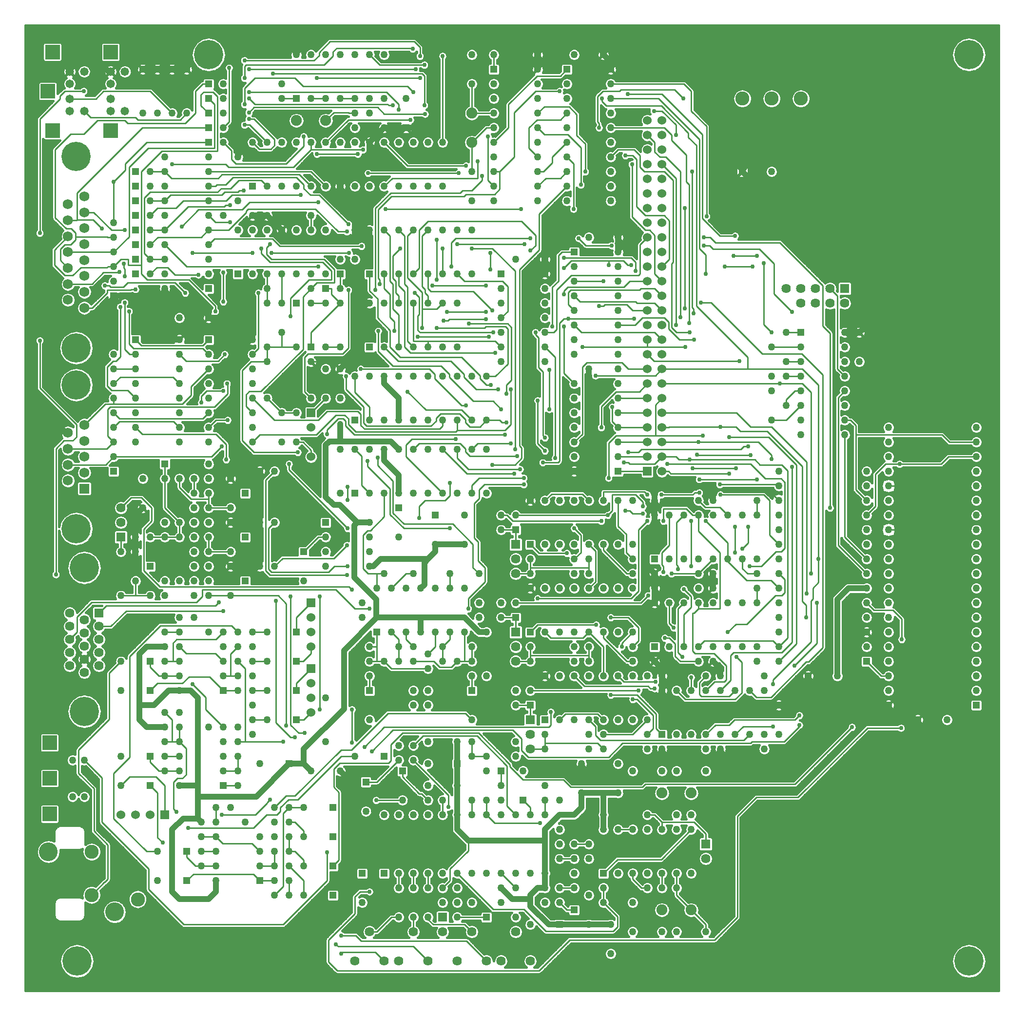
<source format=gtl>
G04*
G04  File:            TOPBOARD-V5.1.3.GTL, Sun Sep 28 03:23:30 2025*
G04  Source:          P-CAD 2006 PCB, Version 19.02.958, (D:\PCAD-2006\Projects\Pentagon-4096\Hardware\TopBoard-v5.1.3.PCB)*
G04  Format:          Gerber Format (RS-274-D), ASCII*
G04*
G04  Format Options:  Absolute Positioning*
G04                   Leading-Zero Suppression*
G04                   Scale Factor 1:1*
G04                   NO Circular Interpolation*
G04                   Inch Units*
G04                   Numeric Format: 4.4 (XXXX.XXXX)*
G04                   G54 NOT Used for Aperture Change*
G04                   Apertures Embedded*
G04*
G04  File Options:    Offset = (0.0mil,0.0mil)*
G04                   Drill Symbol Size = 80.0mil*
G04                   No Pad/Via Holes*
G04*
G04  File Contents:   Pads*
G04                   Vias*
G04                   No Designators*
G04                   No Types*
G04                   No Values*
G04                   No Drill Symbols*
G04                   Top*
G04*
%INTOPBOARD-V5.1.3.GTL*%
%ICAS*%
%MOIN*%
G04*
G04  Aperture MACROs for general use --- invoked via D-code assignment *
G04*
G04  General MACRO for flashed round with rotation and/or offset hole *
%AMROTOFFROUND*
1,1,$1,0.0000,0.0000*
1,0,$2,$3,$4*%
G04*
G04  General MACRO for flashed oval (obround) with rotation and/or offset hole *
%AMROTOFFOVAL*
21,1,$1,$2,0.0000,0.0000,$3*
1,1,$4,$5,$6*
1,1,$4,0-$5,0-$6*
1,0,$7,$8,$9*%
G04*
G04  General MACRO for flashed oval (obround) with rotation and no hole *
%AMROTOVALNOHOLE*
21,1,$1,$2,0.0000,0.0000,$3*
1,1,$4,$5,$6*
1,1,$4,0-$5,0-$6*%
G04*
G04  General MACRO for flashed rectangle with rotation and/or offset hole *
%AMROTOFFRECT*
21,1,$1,$2,0.0000,0.0000,$3*
1,0,$4,$5,$6*%
G04*
G04  General MACRO for flashed rectangle with rotation and no hole *
%AMROTRECTNOHOLE*
21,1,$1,$2,0.0000,0.0000,$3*%
G04*
G04  General MACRO for flashed rounded-rectangle *
%AMROUNDRECT*
21,1,$1,$2-$4,0.0000,0.0000,$3*
21,1,$1-$4,$2,0.0000,0.0000,$3*
1,1,$4,$5,$6*
1,1,$4,$7,$8*
1,1,$4,0-$5,0-$6*
1,1,$4,0-$7,0-$8*
1,0,$9,$10,$11*%
G04*
G04  General MACRO for flashed rounded-rectangle with rotation and no hole *
%AMROUNDRECTNOHOLE*
21,1,$1,$2-$4,0.0000,0.0000,$3*
21,1,$1-$4,$2,0.0000,0.0000,$3*
1,1,$4,$5,$6*
1,1,$4,$7,$8*
1,1,$4,0-$5,0-$6*
1,1,$4,0-$7,0-$8*%
G04*
G04  General MACRO for flashed regular polygon *
%AMREGPOLY*
5,1,$1,0.0000,0.0000,$2,$3+$4*
1,0,$5,$6,$7*%
G04*
G04  General MACRO for flashed regular polygon with no hole *
%AMREGPOLYNOHOLE*
5,1,$1,0.0000,0.0000,$2,$3+$4*%
G04*
G04  General MACRO for target *
%AMTARGET*
6,0,0,$1,$2,$3,4,$4,$5,$6*%
G04*
G04  General MACRO for mounting hole *
%AMMTHOLE*
1,1,$1,0,0*
1,0,$2,0,0*
$1=$1-$2*
$1=$1/2*
21,1,$2+$1,$3,0,0,$4*
21,1,$3,$2+$1,0,0,$4*%
G04*
G04*
G04  D10 : "Ellipse X10.0mil Y10.0mil H0.0mil 0.0deg (0.0mil,0.0mil) Draw"*
G04  Disc: OuterDia=0.0100*
%ADD10C, 0.0100*%
G04  D11 : "Ellipse X15.0mil Y15.0mil H0.0mil 0.0deg (0.0mil,0.0mil) Draw"*
G04  Disc: OuterDia=0.0150*
%ADD11C, 0.0150*%
G04  D12 : "Ellipse X16.0mil Y16.0mil H0.0mil 0.0deg (0.0mil,0.0mil) Draw"*
G04  Disc: OuterDia=0.0160*
%ADD12C, 0.0160*%
G04  D13 : "Ellipse X20.0mil Y20.0mil H0.0mil 0.0deg (0.0mil,0.0mil) Draw"*
G04  Disc: OuterDia=0.0200*
%ADD13C, 0.0200*%
G04  D14 : "Ellipse X25.0mil Y25.0mil H0.0mil 0.0deg (0.0mil,0.0mil) Draw"*
G04  Disc: OuterDia=0.0250*
%ADD14C, 0.0250*%
G04  D15 : "Ellipse X30.0mil Y30.0mil H0.0mil 0.0deg (0.0mil,0.0mil) Draw"*
G04  Disc: OuterDia=0.0300*
%ADD15C, 0.0300*%
G04  D16 : "Ellipse X40.0mil Y40.0mil H0.0mil 0.0deg (0.0mil,0.0mil) Draw"*
G04  Disc: OuterDia=0.0400*
%ADD16C, 0.0400*%
G04  D17 : "Ellipse X5.0mil Y5.0mil H0.0mil 0.0deg (0.0mil,0.0mil) Draw"*
G04  Disc: OuterDia=0.0050*
%ADD17C, 0.0050*%
G04  D18 : "Ellipse X6.0mil Y6.0mil H0.0mil 0.0deg (0.0mil,0.0mil) Draw"*
G04  Disc: OuterDia=0.0060*
%ADD18C, 0.0060*%
G04  D19 : "Ellipse X8.0mil Y8.0mil H0.0mil 0.0deg (0.0mil,0.0mil) Draw"*
G04  Disc: OuterDia=0.0080*
%ADD19C, 0.0080*%
G04  D20 : "Ellipse X9.8mil Y9.8mil H0.0mil 0.0deg (0.0mil,0.0mil) Draw"*
G04  Disc: OuterDia=0.0098*
%ADD20C, 0.0098*%
G04  D21 : "Ellipse X9.8mil Y9.8mil H0.0mil 0.0deg (0.0mil,0.0mil) Draw"*
G04  Disc: OuterDia=0.0098*
%ADD21C, 0.0098*%
G04  D22 : "Ellipse X111.0mil Y111.0mil H0.0mil 0.0deg (0.0mil,0.0mil) Flash"*
G04  Disc: OuterDia=0.1110*
%ADD22C, 0.1110*%
G04  D23 : "Ellipse X128.0mil Y128.0mil H0.0mil 0.0deg (0.0mil,0.0mil) Flash"*
G04  Disc: OuterDia=0.1280*
%ADD23C, 0.1280*%
G04  D24 : "Ellipse X143.0mil Y143.0mil H0.0mil 0.0deg (0.0mil,0.0mil) Flash"*
G04  Disc: OuterDia=0.1430*
%ADD24C, 0.1430*%
G04  D25 : "Ellipse X200.0mil Y200.0mil H0.0mil 0.0deg (0.0mil,0.0mil) Flash"*
G04  Disc: OuterDia=0.2000*
%ADD25C, 0.2000*%
G04  D26 : "Ellipse X215.0mil Y215.0mil H0.0mil 0.0deg (0.0mil,0.0mil) Flash"*
G04  Disc: OuterDia=0.2150*
%ADD26C, 0.2150*%
G04  D27 : "Ellipse X50.0mil Y50.0mil H0.0mil 0.0deg (0.0mil,0.0mil) Flash"*
G04  Disc: OuterDia=0.0500*
%ADD27C, 0.0500*%
G04  D28 : "Ellipse X58.0mil Y58.0mil H0.0mil 0.0deg (0.0mil,0.0mil) Flash"*
G04  Disc: OuterDia=0.0580*
%ADD28C, 0.0580*%
G04  D29 : "Ellipse X60.0mil Y60.0mil H0.0mil 0.0deg (0.0mil,0.0mil) Flash"*
G04  Disc: OuterDia=0.0600*
%ADD29C, 0.0600*%
G04  D30 : "Ellipse X64.0mil Y64.0mil H0.0mil 0.0deg (0.0mil,0.0mil) Flash"*
G04  Disc: OuterDia=0.0640*
%ADD30C, 0.0640*%
G04  D31 : "Ellipse X65.0mil Y65.0mil H0.0mil 0.0deg (0.0mil,0.0mil) Flash"*
G04  Disc: OuterDia=0.0650*
%ADD31C, 0.0650*%
G04  D32 : "Ellipse X69.0mil Y69.0mil H0.0mil 0.0deg (0.0mil,0.0mil) Flash"*
G04  Disc: OuterDia=0.0690*
%ADD32C, 0.0690*%
G04  D33 : "Ellipse X73.0mil Y73.0mil H0.0mil 0.0deg (0.0mil,0.0mil) Flash"*
G04  Disc: OuterDia=0.0730*
%ADD33C, 0.0730*%
G04  D34 : "Ellipse X75.0mil Y75.0mil H0.0mil 0.0deg (0.0mil,0.0mil) Flash"*
G04  Disc: OuterDia=0.0750*
%ADD34C, 0.0750*%
G04  D35 : "Ellipse X79.0mil Y79.0mil H0.0mil 0.0deg (0.0mil,0.0mil) Flash"*
G04  Disc: OuterDia=0.0790*
%ADD35C, 0.0790*%
G04  D36 : "Ellipse X84.0mil Y84.0mil H0.0mil 0.0deg (0.0mil,0.0mil) Flash"*
G04  Disc: OuterDia=0.0840*
%ADD36C, 0.0840*%
G04  D37 : "Ellipse X90.0mil Y90.0mil H0.0mil 0.0deg (0.0mil,0.0mil) Flash"*
G04  Disc: OuterDia=0.0900*
%ADD37C, 0.0900*%
G04  D38 : "Ellipse X96.0mil Y96.0mil H0.0mil 0.0deg (0.0mil,0.0mil) Flash"*
G04  Disc: OuterDia=0.0960*
%ADD38C, 0.0960*%
G04  D39 : "Rectangle X114.0mil Y114.0mil H0.0mil 0.0deg (0.0mil,0.0mil) Flash"*
G04  Square: Side=0.1140, Rotation=0.0, OffsetX=0.0000, OffsetY=0.0000, HoleDia=0.0000*
%ADD39R, 0.1140 X0.1140*%
G04  D40 : "Rectangle X50.0mil Y50.0mil H0.0mil 0.0deg (0.0mil,0.0mil) Flash"*
G04  Square: Side=0.0500, Rotation=0.0, OffsetX=0.0000, OffsetY=0.0000, HoleDia=0.0000*
%ADD40R, 0.0500 X0.0500*%
G04  D41 : "Rectangle X60.0mil Y60.0mil H0.0mil 0.0deg (0.0mil,0.0mil) Flash"*
G04  Square: Side=0.0600, Rotation=0.0, OffsetX=0.0000, OffsetY=0.0000, HoleDia=0.0000*
%ADD41R, 0.0600 X0.0600*%
G04  D42 : "Rectangle X64.0mil Y64.0mil H0.0mil 0.0deg (0.0mil,0.0mil) Flash"*
G04  Square: Side=0.0640, Rotation=0.0, OffsetX=0.0000, OffsetY=0.0000, HoleDia=0.0000*
%ADD42R, 0.0640 X0.0640*%
G04  D43 : "Rectangle X65.0mil Y65.0mil H0.0mil 0.0deg (0.0mil,0.0mil) Flash"*
G04  Square: Side=0.0650, Rotation=0.0, OffsetX=0.0000, OffsetY=0.0000, HoleDia=0.0000*
%ADD43R, 0.0650 X0.0650*%
G04  D44 : "Rectangle X69.0mil Y69.0mil H0.0mil 0.0deg (0.0mil,0.0mil) Flash"*
G04  Square: Side=0.0690, Rotation=0.0, OffsetX=0.0000, OffsetY=0.0000, HoleDia=0.0000*
%ADD44R, 0.0690 X0.0690*%
G04  D45 : "Rectangle X75.0mil Y75.0mil H0.0mil 0.0deg (0.0mil,0.0mil) Flash"*
G04  Square: Side=0.0750, Rotation=0.0, OffsetX=0.0000, OffsetY=0.0000, HoleDia=0.0000*
%ADD45R, 0.0750 X0.0750*%
G04  D46 : "Rectangle X79.0mil Y79.0mil H0.0mil 0.0deg (0.0mil,0.0mil) Flash"*
G04  Square: Side=0.0790, Rotation=0.0, OffsetX=0.0000, OffsetY=0.0000, HoleDia=0.0000*
%ADD46R, 0.0790 X0.0790*%
G04  D47 : "Rectangle X84.0mil Y84.0mil H0.0mil 0.0deg (0.0mil,0.0mil) Flash"*
G04  Square: Side=0.0840, Rotation=0.0, OffsetX=0.0000, OffsetY=0.0000, HoleDia=0.0000*
%ADD47R, 0.0840 X0.0840*%
G04  D48 : "Rectangle X99.0mil Y99.0mil H0.0mil 0.0deg (0.0mil,0.0mil) Flash"*
G04  Square: Side=0.0990, Rotation=0.0, OffsetX=0.0000, OffsetY=0.0000, HoleDia=0.0000*
%ADD48R, 0.0990 X0.0990*%
G04  D49 : "Ellipse X30.0mil Y30.0mil H0.0mil 0.0deg (0.0mil,0.0mil) Flash"*
G04  Disc: OuterDia=0.0300*
%ADD49C, 0.0300*%
G04  D50 : "Ellipse X45.0mil Y45.0mil H0.0mil 0.0deg (0.0mil,0.0mil) Flash"*
G04  Disc: OuterDia=0.0450*
%ADD50C, 0.0450*%
G04*
%FSLAX44Y44*%
%SFA1B1*%
%OFA0.0000B0.0000*%
G04*
G70*
G90*
G01*
D2*
%LNTop*%
D12*
X100750Y175100*
X100850Y175000D1*
D2*
D10*
X104100Y169950*
Y168350D1*
D2*
D12*
X104075Y175725*
X104500Y176150D1*
X104075Y175575D2*
Y175725D1*
X104000Y175500D2*
X104075Y175575D1*
X104000Y175400D2*
Y175500D1*
X103600Y175000D2*
X104000Y175400D1*
D2*
D10*
Y178000*
X103500Y177500D1*
X104000Y179050D2*
Y178000D1*
X103950Y191350D2*
X103700Y191100D1*
X103100D2*
X102550Y190550D1*
X103700Y191100D2*
X103100D1*
D2*
D16*
X103265Y191750*
X103381Y191634D1*
D2*
D10*
X103150Y202400*
X102450Y203100D1*
X103700Y202400D2*
X103150D1*
X104250Y202950D2*
X103700Y202400D1*
X103379Y202910D2*
X102850Y203439D1*
X103979Y206179D2*
X103379D1*
X104000Y206200D2*
X103979Y206179D1*
X102450Y204160D2*
X103379Y205089D1*
X103900Y204850D2*
Y205050D1*
X103550Y204500D2*
X103900Y204850D1*
X103150Y204500D2*
X103550D1*
X102850Y204200D2*
X103150Y204500D1*
X103600Y205600D2*
X103250D1*
X103900Y205300D2*
X103600Y205600D1*
X103900Y205050D2*
Y205300D1*
X103250Y205600D2*
X102500Y206350D1*
Y211000D2*
X103575Y212075D1*
X104475*
X104945Y213200D2*
X104484Y213661D1*
X103150Y215000D2*
X102825Y214675D1*
Y214475*
X104450Y215000D2*
X103150D1*
D2*
D16*
X103500Y217000*
Y216338D1*
D2*
D10*
X105900Y160900*
X105876D1*
X106100Y161100D2*
X105900Y160900D1*
X105150Y164400D2*
X106100Y163450D1*
X107600Y169450D2*
X106500Y168350D1*
X107000Y176000D2*
X106200Y175200D1*
X106300Y178400D2*
X105500D1*
X107350Y179450D2*
X106300Y178400D1*
X106000Y179800D2*
X105500Y179300D1*
D2*
D16*
X107000Y182000*
X106250D1*
D2*
D10*
X107000Y183500*
Y184500D1*
X107700Y187200D2*
X107000Y186500D1*
X106500Y190000D2*
X105954Y189454D1*
X106500Y191000D2*
X106100Y191400D1*
X106500Y191000D2*
X106044Y190544D1*
X106500Y193600D2*
Y194000D1*
Y193600D2*
X105921D1*
X106500Y193000D2*
X106900Y192600D1*
X106350Y194550D2*
X107450D1*
X106050Y194850D2*
X106350Y194550D1*
X106100Y193250D2*
X106250Y193400D1*
X107250Y197350D2*
X107600Y197000D1*
X106450Y196550D2*
X106050Y196150D1*
X106650Y196550D2*
X106450D1*
X106950Y196850D2*
X106650Y196550D1*
X107550Y197700D2*
X107850Y197400D1*
X106050Y201400D2*
Y201200D1*
X107650Y201400D2*
X106050D1*
X107700Y201450D2*
X107650Y201400D1*
X107250Y202850D2*
Y202350D1*
X107200Y202900D2*
X107250Y202850D1*
X107200Y203200D2*
Y202900D1*
X106100Y203000D2*
X106050Y202950D1*
X106500Y203000D2*
X106100D1*
X107500Y203500D2*
Y203100D1*
X107000Y203500D2*
X107500D1*
X106500Y203000D2*
X107000Y203500D1*
X107150Y201600D2*
X107450Y201900D1*
X106300Y201600D2*
X107150D1*
X106200Y201700D2*
X106300Y201600D1*
X105900Y201700D2*
X106200D1*
X106850Y202600D2*
X105800D1*
X106900Y202650D2*
X106850Y202600D1*
X106350Y205500D2*
X105125Y206724D1*
X107250Y205500D2*
X106350D1*
X105700Y205600D2*
X105100Y206200D1*
X106100Y205000D2*
X106500D1*
X106050Y205050D2*
X106100Y205000D1*
X106500Y208800D2*
X107300Y209600D1*
X105800Y215000D2*
X105288Y214488D1*
D2*
D16*
X106161Y216338*
X106295D1*
X105500Y217000D2*
X106161Y216338D1*
D2*
D10*
X108900Y160400*
Y161800D1*
X109500Y163950D2*
X109850Y163600D1*
X108750Y163000D2*
X109500D1*
X110000Y167500D2*
Y165500D1*
X110600Y165900D2*
X110800Y165700D1*
X110600Y165900D2*
Y167750D1*
X109500Y167000D2*
X109000Y167500D1*
Y169100D2*
Y169500D1*
X109600Y168500D2*
X109000Y169100D1*
X110000Y168500D2*
X109600D1*
X110500Y170500D2*
X110000D1*
D2*
D16*
X109250Y173000*
X108250D1*
X108750Y171500D2*
X110000D1*
X108250Y172000D2*
X108750Y171500D1*
X108250Y173000D2*
Y172000D1*
D2*
D10*
X110500*
X110000Y172500D1*
X109000Y175600D2*
Y176000D1*
X109600Y175000D2*
X109000Y175600D1*
X110000Y175000D2*
X109600D1*
X110550Y176000D2*
X110000D1*
X110550Y177250D2*
X110800Y177500D1*
X109650Y181100D2*
X108550Y182200D1*
X109000Y184500D2*
X110000D1*
X108550Y185050D2*
X109100Y185600D1*
X110000Y186500D2*
Y188500D1*
X109100Y186500D2*
X108400Y187200D1*
Y202500D2*
Y203100D1*
X108800Y202100D2*
X108400Y202500D1*
X109000Y203500D2*
X110000D1*
X109000D2*
X108600Y203900D1*
X109450Y202950D2*
X109000Y202500D1*
X110200Y202950D2*
X109450D1*
X110700Y202450D2*
X110200Y202950D1*
X109000Y205500D2*
X110000D1*
X109000Y204500D2*
X109525Y205025D1*
X108600Y207700D2*
X109000Y208100D1*
X110000Y207500D2*
X110400Y207900D1*
X110000Y207500D2*
X109000D1*
X110000Y209500D2*
X110450Y209050D1*
X110000Y209500D2*
X109000D1*
X110500Y213500D2*
X109000Y215000D1*
D2*
D16*
X110500Y216500*
X109500D1*
X108500*
X113500Y160250D2*
Y161000D1*
X113000Y159750D2*
X113500Y160250D1*
D2*
D10*
X111950Y161450*
X111500Y161000D1*
X113500Y163000D2*
X112500D1*
X111500Y162600D2*
Y163000D1*
X113500Y164000D2*
X112500D1*
D2*
D16*
X112250Y166750*
Y165250D1*
Y166750D2*
Y167500D1*
Y165250D2*
X111250D1*
D2*
D10*
X111450Y168250*
Y170050D1*
X112800Y173550D2*
Y172700D1*
X111450Y176550D2*
X113450D1*
X113050Y174950D2*
X111650D1*
X111200Y174500*
X112550Y180450D2*
X112150Y180050D1*
X112550Y180900D2*
Y180450D1*
X113000Y183500D2*
Y184500D1*
Y186500D2*
Y187100D1*
Y187500*
Y187100D2*
X111800D1*
X112000Y187500D2*
Y188500D1*
X113200Y190000D2*
X113900Y190700D1*
X111800Y194200D2*
Y194800D1*
X111200Y193600D2*
X111800Y194200D1*
X112600Y192600D2*
X113000Y193000D1*
X112500Y194150D2*
Y193700D1*
X112850Y194500D2*
X112500Y194150D1*
X112600Y197400D2*
X113000Y197000D1*
X113650Y196550D2*
X111450D1*
X113450Y199950D2*
Y200300D1*
D2*
D16*
X113000Y200250*
X112750Y200500D1*
X113000Y199500D2*
Y200250D1*
D2*
D10*
X113400Y204900*
X113000Y204500D1*
X113450Y206050D2*
X113000Y206500D1*
X112300Y206900D2*
X111150Y205750D1*
X112975Y205500D2*
X113000D1*
X112500Y205025D2*
X112975Y205500D1*
X113000Y208500D2*
X113450D1*
X113550Y208600*
X113600Y208100D2*
X113850Y208350D1*
X113650Y209050D2*
X113900Y209300D1*
X111250Y207500D2*
X113000D1*
X111500Y213500D2*
X111050Y213050D1*
X113600Y214650D2*
X113300Y214950D1*
X113400Y214100D2*
X113000Y214500D1*
X112600Y215500D2*
X113000D1*
X112100Y215000D2*
X112600Y215500D1*
X112100Y213500D2*
Y215000D1*
X113300Y214950D2*
X112650D1*
X112475Y214775*
Y214025*
X113000Y213500*
X116500Y161000D2*
X116050Y161450D1*
X115950Y163550D2*
X116500Y163000D1*
X115000Y168500D2*
Y169500D1*
X115500Y170500D2*
X115000D1*
X114500Y176500D2*
Y175000D1*
X115000*
X115500Y175500D2*
X115000Y176000D1*
Y178000D2*
X114550Y178450D1*
D2*
D16*
X116500Y182500*
X114500D1*
X116500Y185500D2*
X114500D1*
Y188750D2*
Y188500D1*
D2*
D10*
X114200Y189800*
Y190850D1*
X116500Y191500D2*
X116000Y191000D1*
X115300Y191100D2*
X116100Y190300D1*
X115550Y193450D2*
X116000Y193000D1*
X115550Y194250D2*
Y193450D1*
X115775Y194475D2*
X115550Y194250D1*
X116575Y194475D2*
X115775D1*
X115900Y196500D2*
X115300Y195900D1*
X116000Y197000D2*
X116400Y197400D1*
D2*
D16*
X116000Y199000*
X115500Y199500D1*
D2*
D10*
X115550Y206800*
Y206700D1*
X114350Y205500*
X114150Y208600D2*
X114650Y209100D1*
X115050Y208900D2*
X116600D1*
X114500Y208350D2*
X115050Y208900D1*
X114050Y207100D2*
X114150Y207200D1*
X114450*
X115100Y208200D2*
X115400D1*
X115000Y208100D2*
X115100Y208200D1*
X114100Y208100D2*
X115000D1*
X114200Y207500D2*
X114600Y207900D1*
X116000Y211500D2*
X116450Y211050D1*
X115450Y212700D2*
X115800D1*
X114550Y210350D2*
Y210950D1*
X114850Y210050D2*
X114550Y210350D1*
X116100Y213100D2*
X115750D1*
Y213550D2*
X116100Y213900D1*
X115750Y214500D2*
X116150Y214100D1*
X115450Y215200D2*
X116150Y215900D1*
X115450Y214100D2*
Y215200D1*
Y216700D2*
X115550Y216800D1*
D2*
D16*
X119250Y155750*
Y153750D1*
D2*
D10*
X118500Y161000*
Y160000D1*
X119500D2*
Y161000D1*
X118100Y160600D2*
X117500Y160000D1*
X118500Y163000D2*
Y164000D1*
X118900Y163000D2*
X119500Y162400D1*
X118500Y163000D2*
X118900D1*
X119500Y164000D2*
Y164400D1*
X118300Y166800D2*
X118900D1*
X117500Y166000D2*
X118300Y166800D1*
X118500Y166000D2*
X119500D1*
X118500D2*
X118100Y165600D1*
X118450Y166550D2*
X119100D1*
X117900Y166000D2*
X118450Y166550D1*
X117650Y165500D2*
X117900Y165750D1*
Y166000*
D2*
D16*
X118500Y169000*
X119500D1*
Y170000D2*
Y169000D1*
D2*
D10*
X118600Y170800*
X118900D1*
X119150Y171100D2*
X119550D1*
X118600Y171650D2*
X119150Y171100D1*
X119500Y172000D2*
X119000D1*
X119450Y176000D2*
X119000D1*
Y179000D2*
Y178000D1*
X117100Y182300D2*
X117300Y182100D1*
X117500Y185500D2*
X117100Y185100D1*
X119450Y191000D2*
X119000D1*
X118500Y189100D2*
Y189500D1*
X118000Y193000D2*
X119000D1*
Y197500D2*
X118000D1*
X119800Y197050D2*
X119550Y196800D1*
X118600Y199600D2*
Y200850D1*
X117850Y204400D2*
X117350Y204900D1*
D2*
D16*
X118000Y205000*
X118250Y204750D1*
X118000Y205500D2*
Y205000D1*
D2*
D10*
X119000Y209100*
X119500Y208600D1*
Y208350*
Y211900D2*
Y211250D1*
X118300Y210050*
X117250Y211050D2*
X117500Y211300D1*
Y211700*
X118900Y215900D2*
X119450Y215350D1*
X119000Y214500D2*
X118000D1*
X121800Y154850D2*
X121200Y155450D1*
X121850Y156500D2*
X121700Y156650D1*
X121550Y167400D2*
X121900Y167050D1*
X121950Y169050D2*
X121550Y168650D1*
X122050Y169950D2*
X122750D1*
X121600Y182500D2*
X122500D1*
X121200Y182100D2*
X121600Y182500D1*
X122800Y180900D2*
X122600Y181100D1*
X121550Y183050D2*
X122450Y183950D1*
X121000Y184500D2*
X120500D1*
D2*
D16*
X121550Y186700*
X121000Y187250D1*
X121950Y186700D2*
X121550D1*
D2*
D10*
X122500Y187950*
Y187050D1*
D2*
D16*
X121250Y191050*
X122000D1*
X121000Y190800D2*
X121250Y191050D1*
D2*
D10*
X121100Y191850*
Y191550D1*
Y193100D2*
X120500Y192500D1*
X122350Y192450D2*
X122200Y192600D1*
X122350Y192100D2*
Y192450D1*
X122300Y192850D2*
X121700D1*
X122550Y192600D2*
X122300Y192850D1*
X122550Y192200D2*
Y192600D1*
X122200D2*
X121850D1*
X121000Y197500D2*
X122000D1*
X122550Y197450D2*
X122150Y197050D1*
X122000Y196000D2*
X121500Y196500D1*
X121400Y202700D2*
X120800Y203300D1*
X121400Y202100D2*
Y202700D1*
Y201500D2*
X121000D1*
X121400Y201100D2*
Y201500D1*
X122000Y202500D2*
Y201500D1*
X121600Y202800D2*
X120900Y203500D1*
X121600Y201900D2*
Y202800D1*
X120400Y201900D2*
X121600D1*
X122450Y205400D2*
X121850D1*
D2*
D16*
X122000Y208500*
Y208000D1*
Y208500D2*
Y208750D1*
D2*
D10*
X122550Y213550*
X121550D1*
X122600Y213500D2*
X122550Y213550D1*
X120550Y217650D2*
X121300Y218400D1*
X120550Y217450D2*
Y217650D1*
X120200Y217100D2*
X120550Y217450D1*
X120900Y216800D2*
X121500Y217400D1*
Y217700*
X121750Y217950*
X125500Y158500D2*
X124500Y157500D1*
X124000*
X123050Y157250D2*
X123425Y156875D1*
X123350Y160250D2*
X124000D1*
X124500Y167750D2*
X123750D1*
X125475Y170325D2*
Y169225D1*
X125300Y169050*
X125000Y176000D2*
X124500D1*
X125000D2*
X125500Y175500D1*
X124000Y176000D2*
X124500D1*
D2*
D16*
X124450Y179050*
X124500Y179000D1*
X124250Y182500D2*
X124000D1*
D2*
D10*
X124500Y182000*
X125000D1*
X123900D2*
X123550Y182350D1*
X124500Y182000D2*
X123900D1*
X124500Y181000D2*
Y182000D1*
X124050Y184950D2*
X125000Y185900D1*
X123850Y184950D2*
X124050D1*
X123550Y184650D2*
X123850Y184950D1*
X125400Y187800D2*
Y186050D1*
X124000Y187500D2*
X123450Y188050D1*
X125600Y188350D2*
Y186150D1*
X123850Y189700D2*
Y189350D1*
X124550Y189950D2*
Y189400D1*
D2*
D16*
X125000Y190500*
Y189750D1*
D2*
D10*
X124000Y192500*
Y193400D1*
X123200Y193100D2*
X123400Y192900D1*
X123600Y192300D2*
Y193400D1*
X123800Y192100D2*
X123600Y192300D1*
X123400Y192150D2*
Y192900D1*
X125600Y196200D2*
X124600Y197200D1*
X124550Y199500D2*
Y200800D1*
X125400Y198650D2*
X124550Y199500D1*
X125700Y199250D2*
X125400Y199550D1*
X125700Y198600D2*
Y199250D1*
D2*
D16*
X123250Y200500*
X124000D1*
D2*
D10*
Y201350*
Y202500D1*
X125000Y201500D2*
Y202500D1*
X125400Y201100D2*
X125000Y201500D1*
X124700Y202100D2*
X124600Y202200D1*
X124700Y201800D2*
Y202100D1*
X125600Y201800D2*
X125400Y202000D1*
X125800D2*
Y201200D1*
X125600Y202200D2*
X125800Y202000D1*
X125600Y203750D2*
Y202200D1*
D2*
D16*
X124000Y203500*
X123250Y202750D1*
D2*
D10*
X125400Y205100*
X125000Y205500D1*
X125550Y209050D2*
X125000Y208500D1*
D2*
D16*
X124000Y211500*
X125000Y212500D1*
X124000Y210750D2*
Y211500D1*
D2*
D10*
X124550Y213900*
X125000Y213450D1*
X125300Y214050D2*
X125600D1*
X125250Y214100D2*
X125300Y214050D1*
X124700Y216800D2*
X124000Y217500D1*
X127000Y158500D2*
Y157500D1*
X128350Y158000D2*
X128000Y158350D1*
Y158500*
X127000Y160500D2*
Y161500D1*
X128000Y160500D2*
Y161500D1*
X127550Y166950D2*
X128000Y166500D1*
X127400Y166950D2*
X127550D1*
X127000Y170250D2*
X127650Y170900D1*
X126250Y168500D2*
Y168100D1*
X128400Y176000D2*
X127000D1*
X128800Y175600D2*
X128400Y176000D1*
D2*
D16*
X127500Y179000*
Y178000D1*
D2*
D10*
X126500Y177500*
Y178000D1*
D2*
D16*
X127750Y181250*
X127500Y181000D1*
X127750Y182750D2*
Y181250D1*
D2*
D10*
X127000Y182000*
X126500D1*
D2*
D16*
X128500Y184000*
Y183500D1*
D2*
D10*
X127800Y187000*
X127400Y186600D1*
X127000Y190500D2*
X127400Y190900D1*
X126900Y191200D2*
X126500Y190800D1*
Y190000*
X128550Y192450D2*
X128200Y192100D1*
X128550Y192650D2*
Y192450D1*
X128850Y192950D2*
X128550Y192650D1*
X127850Y193200D2*
X126600Y194450D1*
X126800Y197100D2*
X126400Y197500D1*
X128450Y195650D2*
X128100Y196000D1*
X128450Y195350D2*
Y195650D1*
X128000Y197900D2*
Y197500D1*
Y197900D2*
X127000D1*
X126600D2*
X127000Y197500D1*
X127600Y198800D2*
Y200100D1*
X128600*
X127400Y199750D2*
X127300Y199650D1*
X127400Y200900D2*
Y199750D1*
X127300Y199650D2*
Y198650D1*
X127450Y198500*
X127600Y201250D2*
X126600Y202250D1*
X126400Y201800D2*
X126600Y201600D1*
X127000Y202500D2*
X127400Y202900D1*
X127100Y201200D2*
Y201150D1*
X128000Y201500D2*
Y202500D1*
X128200Y201300D2*
X128000Y201500D1*
X127800Y201450D2*
X127600Y201650D1*
X127800Y201200D2*
Y201450D1*
X126600Y205100D2*
X127000Y205500D1*
X127600Y205100D2*
X128000Y205500D1*
X127400D2*
X128000Y206100D1*
D2*
D16*
X126500Y212500*
X127750D1*
D2*
D10*
X126600Y215350*
X127000Y214950D1*
X127750Y216050D2*
X127600Y216200D1*
X127050Y218400D2*
X127450Y218000D1*
Y217400*
X126900Y217950D2*
X126950Y217900D1*
X131000Y157500D2*
X130500Y158000D1*
X129500Y161000D2*
Y161800D1*
D2*
D16*
X130000Y164500*
X130750Y163750D1*
D2*
D10*
Y163050*
Y163750D1*
D2*
D16*
X130000Y165500*
Y167500D1*
D2*
D10*
X131000Y166500*
Y165500D1*
X129400Y166050D2*
Y166850D1*
D2*
D16*
X130000Y169000*
Y170500D1*
D2*
D10*
X131000Y169500*
Y170500D1*
X130550Y172450D2*
X131000Y172000D1*
X130000Y176000D2*
X129600Y175600D1*
X130000Y176000D2*
X130500D1*
X131000D2*
X130500D1*
D2*
D16*
Y179000*
X131500Y178000D1*
D2*
D10*
X129500Y177500*
Y178000D1*
Y182000D2*
Y181000D1*
X131075Y182425D2*
X131500Y182000D1*
X131900Y182400D2*
X131425Y182875D1*
X131900Y181450D2*
Y182400D1*
X130750Y180300D2*
X131900Y181450D1*
X129700Y185400D2*
X131075Y184025D1*
X131425Y184175D2*
X131150Y184450D1*
X131500Y188550D2*
X131000Y188050D1*
Y187500*
X131150Y186800D2*
X131500Y187150D1*
Y187750D2*
X131850Y188100D1*
X131500Y187150D2*
Y187750D1*
X129500Y188200D2*
Y187350D1*
X129150Y187000*
X130000Y189900D2*
X130750Y189150D1*
X130000Y190500D2*
Y189900D1*
X131000Y190500D2*
X131400Y190900D1*
X130000Y191800D2*
X129900Y191700D1*
X130550Y190350D2*
X130850Y190050D1*
X130550Y190550D2*
Y190350D1*
X130200Y190900D2*
X130550Y190550D1*
X130600Y193500D2*
X130300D1*
X130550Y192550D2*
X130150Y192950D1*
X130550Y192350D2*
Y192550D1*
X130850Y192050D2*
X130550Y192350D1*
X131550Y192050D2*
X130850D1*
X131000Y192500D2*
X130300Y193200D1*
X130450Y195650D2*
X129550Y196550D1*
X130450Y195450D2*
Y195650D1*
X131550Y195550D2*
X130300Y196800D1*
X131550Y195350D2*
Y195550D1*
X129450Y195450D2*
Y195650D1*
X129350Y199300D2*
X129050D1*
X129450Y199400D2*
X129350Y199300D1*
X130000Y202500D2*
X130500Y202000D1*
X129900Y204950D2*
X129600Y204650D1*
X130450Y207800D2*
X130600Y207950D1*
X131700Y208900D2*
Y209200D1*
X131000Y208200D2*
X131700Y208900D1*
X130350Y208200D2*
X131000D1*
X130200Y208050D2*
X130350Y208200D1*
X131000Y213500D2*
Y215500D1*
D2*
D16*
X133750Y159750*
X133000Y160500D1*
D2*
D10*
Y161500*
X134000Y160500D1*
X134550Y159050D2*
X132450D1*
X133400Y166100D2*
X134000Y165500D1*
X133600Y168800D2*
Y168950D1*
X134400Y169900D2*
Y170700D1*
X134850Y169450D2*
X134400Y169900D1*
D2*
D16*
X133000Y175500*
X133500Y175000D1*
X133000Y176750D2*
Y175500D1*
D2*
D10*
X134000Y179000*
X133000D1*
X134000D2*
Y178000D1*
D2*
D16*
X132250Y178750*
X132750Y178250D1*
D2*
D10*
X134000Y185000*
X133000D1*
X134000D2*
Y184000D1*
D2*
D16*
X133000Y187500*
X132250Y186750D1*
D2*
D10*
X134400Y189900*
X133950Y189450D1*
X132400*
X134250Y190750D2*
X134400Y190600D1*
Y189900*
X133350Y194300D2*
Y194900D1*
X133000Y193250D2*
X132450Y193800D1*
X133050Y192350D2*
X133350D1*
X132900Y192500D2*
X133050Y192350D1*
X133650Y194600D2*
Y192200D1*
X132600Y195500D2*
X133450Y196350D1*
X132600Y197900D2*
X133000Y197500D1*
X133450Y199950D2*
X133000Y199500D1*
X133450Y198750D2*
X133300Y198900D1*
X133700Y198850D2*
X133450Y199100D1*
X133100Y202000D2*
X133450Y201650D1*
X132900Y209500D2*
X132500D1*
X132900Y208300D2*
Y209500D1*
X132550Y207950D2*
X132900Y208300D1*
X132500Y208500D2*
X132100Y208900D1*
X134900Y212500D2*
Y211100D1*
X133500Y212500D2*
X132500Y211500D1*
Y216500D2*
Y217500D1*
D2*
D16*
X137000Y158000*
X136250D1*
X136000Y161500D2*
Y160500D1*
X135500*
X136000Y164500D2*
Y163750D1*
D2*
D10*
Y165500*
Y166500D1*
X137750Y167400D2*
X137250Y167900D1*
X136000Y170000D2*
Y170400D1*
X137000Y172000D2*
X137400Y172400D1*
X136400Y171650D2*
X136250Y171500D1*
X136400Y172550D2*
Y171650D1*
X136000Y178000D2*
X136400Y177600D1*
X137500Y183400D2*
X135600D1*
X136000Y187000D2*
X136450Y187450D1*
X137000Y189700D2*
X136900Y189600D1*
X135500Y190900D2*
X136000Y190400D1*
X135850Y191450D2*
X136000Y191300D1*
X136900Y189600D2*
X135850D1*
X136000Y197500D2*
X136700Y196800D1*
X135850Y195800D2*
X135550Y196100D1*
X137300Y199450D2*
X137000Y199150D1*
X137600Y199450D2*
X137300D1*
X135550Y198150D2*
X135350Y198350D1*
Y198500*
X136000D2*
X136600D1*
X136800Y198700*
X137300Y202900D2*
X137800Y203400D1*
X136800Y201400D2*
X137800Y202400D1*
X136925Y203775D2*
Y202025D1*
X136500Y201600*
X137600Y201250D2*
X137750Y201400D1*
X137300Y201350D2*
Y201100D1*
X137550Y201600D2*
X137300Y201350D1*
D2*
D16*
X136000Y202500*
Y203500D1*
D2*
D10*
X135350Y205150*
Y204450D1*
X135600Y206600D2*
Y204150D1*
X135500Y209500D2*
X135900D1*
X137050Y209050D2*
X137500Y209500D1*
X136050Y209050D2*
X137050D1*
X135500Y208500D2*
X136050Y209050D1*
X136500Y210500D2*
X137500Y211500D1*
X136500Y210100D2*
Y210500D1*
X135950Y212050D2*
X135500Y212500D1*
X137550Y212050D2*
X135950D1*
X137050Y213050D2*
X135450D1*
X137500Y213500D2*
X137050Y213050D1*
X135950Y213950D2*
X135500Y213500D1*
X137650Y213950D2*
X135950D1*
X137000Y215000D2*
X135350D1*
X137050Y216050D2*
X135450D1*
X137500Y216500D2*
X137050Y216050D1*
D2*
D16*
X135500Y217500*
Y216500D1*
X139000Y158000D2*
X140500D1*
D2*
D10*
X140000Y159500*
Y160500D1*
D2*
D16*
X138500Y167000*
X140000D1*
Y165500D2*
Y167000D1*
X138500D2*
Y166000D1*
D2*
D10*
X140000Y170000*
X139600Y170400D1*
D2*
D16*
X138500Y168250*
Y169000D1*
D2*
D10*
X139450Y171550*
X139000Y172000D1*
X139600Y172400D2*
X140000Y172000D1*
X139000Y176400D2*
Y176000D1*
X138600Y177600D2*
X139000Y178000D1*
X140000D2*
Y177600D1*
X139000Y181000D2*
X139450Y181450D1*
X139000Y182400D2*
Y182000D1*
X139450Y183550D2*
X139000Y184000D1*
X140000D2*
Y183600D1*
X138450Y184650D2*
Y183450D1*
X140600Y186300D2*
Y187400D1*
X140000Y187600D2*
Y187000D1*
X138550Y187450D2*
X139000Y187000D1*
X140350Y190950D2*
X140850Y191450D1*
X140600Y192400D2*
Y193400D1*
X139850Y193450D2*
X140850Y194450D1*
X138550Y196150D2*
X138850Y196450D1*
X140000Y200300D2*
X140100Y200400D1*
X139700Y200300D2*
X140000D1*
X140350Y203100D2*
Y203400D1*
X140550Y204450D2*
X138800D1*
X138300Y204950*
D2*
D16*
X140750Y206000*
X139250D1*
D2*
D10*
X139700Y212800*
Y212500D1*
X139600Y212900D2*
X139700Y212800D1*
X138750Y211400D2*
X138175Y211975D1*
X139950Y215000D2*
X139600Y214650D1*
X139900Y214500D2*
Y214300D1*
X140200Y214000*
D2*
D16*
X140500Y216500*
X139750D1*
X140500Y217000D2*
X140000Y217500D1*
X140500Y216500D2*
Y217000D1*
D2*
D10*
X142600Y160500*
X143000D1*
X142000Y161100D2*
X142600Y160500D1*
X142000Y161500D2*
Y161100D1*
X143000Y165500D2*
X143500D1*
X142850Y167600D2*
X142650Y167400D1*
D2*
D16*
X143000Y168750*
Y168250D1*
X143500Y169250D2*
X143000Y168750D1*
D2*
D10*
X143600Y172400*
Y171400D1*
X142300Y173700D2*
X143600Y172400D1*
X143400Y172300D2*
Y171400D1*
X142300Y173400D2*
X143400Y172300D1*
X142000Y173400D2*
X142300D1*
X143550Y174600D2*
X141400D1*
X143200Y174150D2*
X143050Y174300D1*
X143500Y174150D2*
X143200D1*
X141600Y176000D2*
X142000D1*
D2*
D16*
X142750Y176750*
X143500Y176000D1*
D2*
D10*
X142400Y178300*
Y177400D1*
X141250Y177250D2*
X142000Y178000D1*
X141700Y179000D2*
X142400Y178300D1*
X141600Y182000D2*
X142000D1*
X141900Y180300D2*
X142400Y180800D1*
D2*
D16*
X143500Y181000*
Y181600D1*
Y182000D2*
Y181600D1*
D2*
D12*
X143550Y181550*
X143500Y181600D1*
D2*
D16*
X142750Y182750*
X143500Y182000D1*
D2*
D10*
X141550Y184700*
Y183450D1*
X142400Y185000D2*
X143000Y185600D1*
D2*
D16*
X143500Y184750*
X142750Y184000D1*
D2*
D10*
X142700Y186900*
Y186600D1*
X142200Y187400D2*
X142700Y186900D1*
X141800Y186300D2*
X141500D1*
X142000Y186100D2*
X141800Y186300D1*
X142700Y186100D2*
X142000D1*
X143000Y187400D2*
X142800Y187600D1*
D2*
D16*
X143500Y187000*
Y188000D1*
D2*
D10*
X141700Y189600*
X141400D1*
X141800Y189500D2*
X141700Y189600D1*
X143500Y189500D2*
X141800D1*
X142400Y190300D2*
X142600Y190500D1*
X141700Y190300D2*
X142400D1*
X141700Y196000D2*
X143000D1*
X141250Y196450D2*
X141700Y196000D1*
X143450Y196550D2*
X143000Y197000D1*
X142000Y200000D2*
X143000D1*
X141600Y200400D2*
X142000Y200000D1*
X142650Y199500D2*
X142150Y199000D1*
X142300Y200500D2*
X143500D1*
X142200Y200600D2*
X142300Y200500D1*
X141800Y202000D2*
X141400Y201600D1*
X143000Y202000D2*
X141800D1*
X142550Y201500D2*
X143500D1*
X142450Y201400D2*
X142550Y201500D1*
X142400Y202400D2*
X142500Y202500D1*
X142200Y203300D2*
Y202700D1*
X141900Y203600D2*
X142200Y203300D1*
X141650Y203100D2*
X141900D1*
X141650D2*
X141350Y203400D1*
X142500Y204500D2*
X143000Y205000D1*
X143150Y205500D2*
X143500Y205150D1*
X142850Y205500D2*
X143150D1*
X141950Y206400D2*
X142850Y205500D1*
X142500Y209800D2*
X142800Y209500D1*
X143500Y211500D2*
X143000Y212000D1*
X143500Y210850D2*
Y211500D1*
X143850Y210500D2*
X143500Y210850D1*
X142000Y210600D2*
X142250Y210350D1*
X141500Y210600D2*
X142000D1*
X142100Y211000D2*
X142500Y210600D1*
X141200Y215100D2*
X141100Y215000D1*
X145000Y161500D2*
Y160500D1*
Y160000D2*
Y160500D1*
X146700Y173600D2*
X146550Y173750D1*
X145100Y176600D2*
X145400Y176300D1*
X145250Y176000D2*
X144900Y176350D1*
X146500Y176000D2*
X145250D1*
X146100Y176700D2*
X146250Y176550D1*
X146200Y179300D2*
X146100D1*
X146500Y179600D2*
X146200Y179300D1*
X144500Y178600D2*
X144800Y178300D1*
X144500Y177600D2*
X144200D1*
X144900Y177200D2*
X144500Y177600D1*
X145500Y179200D2*
X146000Y179700D1*
Y180450D2*
X145500Y180950D1*
X144100Y182500D2*
Y182100D1*
X145100Y182500D2*
Y182300D1*
X145000Y182600D2*
X145100Y182500D1*
X146500Y182000D2*
X144650D1*
X145650Y186450D2*
X144100D1*
X146250Y187550D2*
X146100Y187400D1*
X146550Y187550D2*
X146250D1*
X145150Y189800D2*
X145900D1*
X144950Y190000D2*
X145150Y189800D1*
X146450Y190100D2*
X146400Y190150D1*
X144650Y198850D2*
X145000Y198500D1*
X145900*
X146150Y200100D2*
X146050Y200200D1*
X146150Y199800D2*
Y200100D1*
X144450Y199200D2*
X144150Y199500D1*
X144450Y198750D2*
Y199200D1*
X144750Y203300D2*
X144650Y203200D1*
X144150Y206500D2*
X144500Y206150D1*
X144150Y209500D2*
X144750Y208900D1*
X145850Y208600D2*
X145650Y208800D1*
X144650Y212000D2*
X144150Y212500D1*
X144650Y211650D2*
Y212000D1*
X145650Y210650D2*
X144650Y211650D1*
X145800Y211850D2*
X146350Y211300D1*
X145800Y212150D2*
Y211850D1*
X144950Y212700D2*
Y212000D1*
X145500Y215500D2*
X146000Y215000D1*
Y213650*
X144850Y215100D2*
X145450Y214500D1*
X149150Y158500D2*
X147600Y156950D1*
D2*
D16*
X148000Y169250*
Y170000D1*
D2*
D10*
X149450Y173850*
X149000Y173400D1*
X148600Y171650D2*
X148950Y172000D1*
X147650Y171650D2*
X148600D1*
X147550Y176550D2*
X148400Y175700D1*
X149100Y176300D2*
X149450Y175950D1*
X148250Y174600D2*
X147600D1*
X148400Y174750D2*
X148250Y174600D1*
X148400Y175700D2*
Y174750D1*
X148700Y176400D2*
Y174700D1*
X148900Y176600D2*
X148700Y176400D1*
D2*
D16*
X148000Y175500*
Y175000D1*
X147500Y176000D2*
X148000Y175500D1*
D2*
D10*
X149050Y178550*
X148500Y178000D1*
X149800Y178550D2*
X149050D1*
X149800Y181550D2*
X148500Y182850D1*
X149850Y182000D2*
X149500Y182350D1*
D2*
D16*
X147500Y181550*
Y182000D1*
Y181550D2*
Y181000D1*
D2*
D10*
X149900Y184100*
Y185200D1*
X149500Y183700D2*
X149900Y184100D1*
X149000Y185200D2*
Y183450D1*
X147700Y187700D2*
X147500Y187500D1*
D2*
D16*
Y187000D1*
D2*
D10*
X149600Y190700*
X149900D1*
X149400Y190500D2*
X149600Y190700D1*
X149050Y192050D2*
X148000D1*
X149850Y196800D2*
Y196000D1*
X147500Y204200D2*
X147250Y204450D1*
X147650Y204650D2*
X147300Y205000D1*
X147950Y205100D2*
X149000D1*
D2*
D16*
X147500Y212750*
X149500Y210750D1*
D2*
D10*
X150150Y170500*
X150050Y170400D1*
X152350Y170500D2*
X150150D1*
X151450Y173550D2*
X150450D1*
X151600Y174750D2*
Y174450D1*
X152000Y181000D2*
X151450Y181550D1*
X152000Y182000D2*
X152400Y181600D1*
Y180700*
X152200Y180500*
X151750*
X152000Y184000D2*
X151350Y184650D1*
X152150Y183500D2*
X152400Y183750D1*
X151800Y183500D2*
X152150D1*
X151350Y187000D2*
X150950Y187400D1*
X152150Y188500D2*
X151050D1*
X152400Y188250D2*
X152150Y188500D1*
X151900Y188100D2*
X152000Y188000D1*
Y187000D2*
X151300Y187700D1*
X150600Y191000D2*
X151500Y190100D1*
Y189850*
X150700Y189450D2*
X150350Y189800D1*
X152600Y189050D2*
X152200Y189450D1*
X150700*
X150050Y192050D2*
X151500D1*
X152500Y193900D2*
Y193500D1*
Y192500D2*
X151500D1*
X150950Y199050D2*
X151500Y198500D1*
X151650Y201150D2*
Y203200D1*
D2*
D16*
X153500Y169250*
X154000Y169750D1*
D2*
D10*
X153100Y172000*
X153400Y172300D1*
Y171650D2*
Y171550D1*
X154025Y175975D2*
X153875D1*
X153850Y179000D2*
Y179850D1*
X154700Y181400D2*
X154325Y181025D1*
Y180275*
X154200Y180150*
X153500Y194500D2*
X153100D1*
X153550Y197050D2*
X155000Y195600D1*
X155500Y198450D2*
X155000Y198950D1*
X157000Y171500D2*
Y171550D1*
X158000Y176000D2*
X158100Y176100D1*
Y176150*
D2*
D16*
X157250Y178000*
X158000D1*
X157000Y177750D2*
X157250Y178000D1*
X156750Y181000D2*
X158000D1*
D2*
D10*
X158600Y188800*
Y186600D1*
X157250Y187750D2*
X158000Y187000D1*
X156050Y194050D2*
X156500Y194500D1*
X156900Y192500D2*
X157250Y192150D1*
X156500Y192500D2*
X156900D1*
D2*
D16*
X157500Y198500*
X156500D1*
X157750Y198750D2*
X157500Y198500D1*
X156250Y206750D2*
X157750Y205250D1*
X159500Y172500D2*
Y173000D1*
X160000Y172000D2*
X159500Y172500D1*
X161500Y172000D2*
X160000D1*
D2*
D10*
X159800Y179500*
X160400Y178900D1*
Y177500*
X160000Y185000D2*
X159500D1*
X160000D2*
X160150Y185150D1*
X159500Y188000D2*
X160000D1*
X160150Y187850*
X160250Y189500D2*
X159300D1*
X163150Y191500D2*
X163650Y191000D1*
X163100Y189500D2*
X163600Y190000D1*
D2*
D16*
X100750Y180750*
Y175100D1*
D2*
D10*
X101450Y197950*
Y194700D1*
X103950Y192200D2*
Y191350D1*
X102550Y190550D2*
Y181950D1*
X102450Y203100D2*
Y204160D1*
X102850Y203439D2*
Y204200D1*
X104000Y206200D2*
Y208050D1*
X102500Y206350D2*
Y211000D1*
X105700Y165000D2*
Y168050D1*
X105150Y167300D2*
Y164400D1*
X106100Y163450D2*
Y161100D1*
X107000Y167500D2*
X107600Y168100D1*
X106500Y168350D2*
Y165250D1*
X106200Y175200D2*
Y172050D1*
X106500Y192000D2*
X106900Y192400D1*
X106100Y191400D2*
Y193250D1*
X106500Y195000D2*
X106950Y195450D1*
X107250Y200550D2*
Y197350D1*
X106050Y196150D2*
Y194850D1*
X106950Y200250D2*
Y196850D1*
X106100Y204000D2*
X106099Y203999D1*
X106500Y204000D2*
X106100D1*
X106500D2*
X107550Y205050D1*
Y199950D2*
Y197700D1*
D2*
D16*
X106500Y201000*
Y199250D1*
D2*
D10*
Y206000*
Y208800D1*
X107250Y213000D2*
X107450Y212800D1*
X105400Y213000D2*
X107250D1*
X107300Y209600D2*
Y210050D1*
D2*
D16*
X110500Y164500*
Y160250D1*
D2*
D10*
X110600Y167750*
X110850Y168000D1*
X109400Y168100D2*
X110000Y167500D1*
X109500Y163950D2*
Y167000D1*
D2*
D16*
X110250Y174000*
X109250Y173000D1*
X108750Y177000D2*
X110000D1*
X108250Y176500D2*
X108750Y177000D1*
X108250Y173000D2*
Y176500D1*
D2*
D10*
X110550Y176000*
Y177250D1*
X110500Y170500D2*
Y172000D1*
X109500Y174500D2*
X109000Y174000D1*
X110000Y188500D2*
Y189500D1*
X109100Y185600D2*
Y186500D1*
X108550Y182200D2*
Y185050D1*
D2*
D16*
X110000Y201000*
Y201500D1*
Y201000D2*
Y200500D1*
Y198000*
D2*
D10*
X108400Y209500*
X109800Y210900D1*
X109000Y206500D2*
X109500Y207000D1*
X110750*
D2*
D16*
X112250Y165250*
X112500Y165000D1*
D2*
D10*
Y162000*
X113500D1*
X112100D2*
X111500Y162600D1*
X112500Y162000D2*
X112100D1*
X113500Y165000D2*
Y166000D1*
X111200Y168000D2*
X111450Y168250D1*
D2*
D16*
X111750Y174000*
X112250Y173500D1*
D2*
D10*
X111900Y174450*
X112800Y173550D1*
X113450Y179800D2*
X113700Y180050D1*
X113500Y192500D2*
X113000Y192000D1*
Y198000D2*
X112600Y197600D1*
X111800Y194800D2*
X113000Y196000D1*
X113450Y200300D2*
X111650Y202100D1*
X113600Y210900D2*
Y214650D1*
X111400Y212800D2*
X112100Y213500D1*
X113400Y211100D2*
Y214100D1*
X115000Y177000D2*
X114500Y176500D1*
X115500Y170500D2*
Y175500D1*
X116900Y188400D2*
Y182200D1*
D2*
D16*
X116500Y189000*
Y185500D1*
Y182500*
Y189000D2*
X114750D1*
X114500Y188750*
D2*
D10*
X114300Y194950*
X114250Y195000D1*
X116600Y203900D2*
Y204250D1*
X116400Y197400D2*
Y201200D1*
X114300Y194300D2*
Y194950D1*
D2*
D16*
X116000Y198000*
Y199000D1*
X115250Y198000D2*
X114750Y197500D1*
X116000Y198000D2*
X115250D1*
D2*
D10*
X115700Y206950*
X115550Y206800D1*
X115800Y207400D2*
X115300Y206900D1*
X115450Y215900D2*
Y216700D1*
X114400Y216600D2*
Y212900D1*
X114150Y210000D2*
X114350Y209800D1*
X117500Y163000D2*
Y162000D1*
X119500Y161000D2*
X118500Y162000D1*
X119500Y162400D2*
Y162000D1*
X118900Y165000D2*
X118500D1*
X119500Y164400D2*
X118900Y165000D1*
X118100Y165600D2*
Y160600D1*
X118600Y180450D2*
Y171650D1*
X117600Y171800D2*
X118600Y170800D1*
X117600Y180150D2*
Y171800D1*
X119000Y174500D2*
Y174000D1*
X118300Y179950D2*
Y171600D1*
X117750Y180500D2*
X118300Y179950D1*
X117500Y182500D2*
X118050Y183050D1*
X117100Y185100D2*
Y182300D1*
X118600Y200850D2*
X119850Y202100D1*
X118000Y200500D2*
Y202500D1*
Y197500D2*
Y198500D1*
X119450Y200950D2*
Y197350D1*
X119550Y196800D2*
Y194450D1*
X122050Y156000D2*
X122150Y156100D1*
X121200Y155450D2*
Y156950D1*
X121900Y162400D2*
X121500Y162000D1*
X121900Y167050D2*
Y162400D1*
X121550Y168650D2*
Y167400D1*
X121100Y162950D2*
Y161000D1*
X121500Y162000D2*
X121550D1*
D2*
D16*
X122500Y168000*
X122000Y168500D1*
X122500Y168000D2*
Y159000D1*
X122250Y176750D2*
Y172750D1*
D2*
D10*
X120600Y180450*
Y172700D1*
X122800D2*
Y170450D1*
D2*
D16*
X122000Y192250*
Y191050D1*
X121000Y187250D2*
Y190800D1*
D2*
D10*
X121700Y192850*
X120350Y191500D1*
X121850Y192600D2*
X121100Y191850D1*
X122400Y194600D2*
Y195500D1*
X122000Y200500D2*
X121400Y201100D1*
X122550Y201400D2*
Y197450D1*
X120550Y207900D2*
X122550Y205900D1*
X121550Y213550D2*
X121000Y213000D1*
Y211500D2*
X122550Y213050D1*
X124400Y156100D2*
X125000Y155500D1*
D2*
D16*
X124450Y180250*
Y179050D1*
D2*
D10*
X125600Y171300*
X124150Y169850D1*
X124000Y174000D2*
Y175000D1*
X125000Y171500D2*
X123650Y170150D1*
X124500Y177000D2*
X124000D1*
X124500Y176000D2*
Y177000D1*
Y178000*
D2*
D16*
X124750Y183000*
X124250Y182500D1*
D2*
D10*
X123850Y189350*
X125400Y187800D1*
X123450Y188050D2*
Y190050D1*
X124550Y189400D2*
X125600Y188350D1*
X125000Y185900D2*
Y187500D1*
X123550Y182350D2*
Y184650D1*
X123650Y191900D2*
X123400Y192150D1*
X124550Y200800D2*
X124000Y201350D1*
X125400Y197500D2*
Y198650D1*
X124600Y197200D2*
Y198600D1*
X125400Y199550D2*
Y201100D1*
Y202000D2*
Y205100D1*
X125600Y200100D2*
Y201800D1*
D2*
D16*
X125000Y195000*
Y195500D1*
X123250Y202750D2*
Y200500D1*
D2*
D10*
X124600Y206900*
X125500Y207800D1*
X124400Y207000D2*
X125450Y208050D1*
X127000Y156500D2*
X128000Y155500D1*
X126250Y168100D2*
X127400Y166950D1*
X127000Y177000D2*
X126500Y177500D1*
X128500Y177000D2*
Y178000D1*
X128000Y176500D2*
X128500Y177000D1*
D2*
D16*
X128000Y183000*
X127750Y182750D1*
X128500Y183500D2*
X128000Y183000D1*
D2*
D10*
X127400Y186600*
Y185800D1*
X126400Y197500D2*
Y201300D1*
X126600Y202250D2*
Y205100D1*
X127600Y200100D2*
Y201250D1*
X127000Y197900D2*
Y200500D1*
X126600Y201600D2*
Y197900D1*
X126400Y205100D2*
Y201800D1*
X128000Y201000D2*
X127800Y201200D1*
X128000Y200500D2*
Y201000D1*
X128600Y202100D2*
Y204850D1*
X127100Y201200D2*
X127400Y200900D1*
X127600Y201650D2*
Y205100D1*
X127750Y214050D2*
Y216050D1*
D2*
D16*
Y212500*
X128250Y213000D1*
X130000Y169000D2*
Y167500D1*
Y165500D2*
Y164500D1*
D2*
D10*
X129500Y161800*
X130750Y163050D1*
X130500Y176000D2*
Y178000D1*
X131000Y176000D2*
Y177000D1*
Y174000D2*
Y175000D1*
X130750Y179600D2*
Y180300D1*
X130000Y192500D2*
Y191800D1*
X131075Y184025D2*
Y182425D1*
X131425Y182875D2*
Y184175D1*
X131150Y184450D2*
Y186800D1*
X131300Y194600D2*
X130450Y195450D1*
X131100Y193800D2*
X129450Y195450D1*
X129600Y204650D2*
Y203000D1*
X131000Y211500D2*
Y209500D1*
X131400Y210200D2*
Y209050D1*
X134500Y167900D2*
X133600Y168800D1*
X133000Y168500D2*
Y167500D1*
X133400Y168850D2*
Y166100D1*
X134400Y170700D2*
X133800Y171300D1*
D2*
D16*
X132750Y177000*
X133000Y176750D1*
X132750Y178250D2*
Y177000D1*
X132250Y181000D2*
Y178750D1*
D2*
D10*
X133650Y192200*
X133250Y191800D1*
X133400Y186000D2*
X133800Y185600D1*
X133000Y186000D2*
X133400D1*
X133350Y194900D2*
X133700Y195250D1*
X132250Y202800D2*
Y203950D1*
X133450Y201650D2*
Y199950D1*
X133950Y202700D2*
X132400Y204250D1*
X133450Y196350D2*
Y198750D1*
X133700Y195250D2*
Y198850D1*
X133900Y210500D2*
X132900Y209500D1*
X132100Y208900D2*
Y211900D1*
X133500Y214100D2*
Y212500D1*
X133900Y213550D2*
Y210500D1*
X137700Y156950D2*
X135600Y154850D1*
D2*
D16*
X136000Y161500*
Y163750D1*
X137000Y165500D2*
X136000Y164500D1*
D2*
D10*
X137000Y159500*
X137500Y159000D1*
X136000Y170400D2*
Y171000D1*
X137300Y198900D2*
Y195700D1*
X136500Y201600D2*
Y198900D1*
X137150Y204000D2*
X136925Y203775D1*
X135550Y196100D2*
Y198150D1*
X137600Y200400D2*
Y201250D1*
X136800Y198700D2*
Y201400D1*
X135900Y209500D2*
X136500Y210100D1*
X137500Y208500D2*
X135600Y206600D1*
D2*
D16*
X140000Y165500*
Y164500D1*
X139000Y167750D2*
X138500Y168250D1*
D2*
D10*
X139450Y170950*
Y171550D1*
X139800Y170600D2*
X139450Y170950D1*
X139000Y177000D2*
Y176400D1*
X140000Y175000D2*
Y177000D1*
X139000Y178000*
X140350Y188550D2*
Y190950D1*
X140300Y186000D2*
X140600Y186300D1*
X139000Y183000D2*
Y182400D1*
D2*
D16*
X140000Y188000*
X139000Y189000D1*
D2*
D10*
X139600Y214650*
Y212900D1*
X138450Y208600D2*
Y211150D1*
X138175Y211975D2*
Y213425D1*
X138750Y209500D2*
Y211400D1*
D2*
D16*
X139250Y216000*
Y206000D1*
X139750Y216500D2*
X139250Y216000D1*
X143000Y168250D2*
X142500Y167750D1*
D2*
D10*
X142400Y177400*
X142000Y177000D1*
X143400Y171400D2*
X143000Y171000D1*
X142000D2*
X143000Y172000D1*
X141250Y177000D2*
Y177250D1*
X143050Y180500D2*
X142550Y180000D1*
D2*
D16*
X143500*
Y181000D1*
X142750Y179500D2*
Y176750D1*
X143250Y180000D2*
X142750Y179500D1*
X143500Y180000D2*
X143250D1*
D2*
D10*
X141550Y183450*
X142000Y183000D1*
D2*
D16*
X143500Y186000*
Y187000D1*
X142750Y184000D2*
Y182750D1*
X143500Y186000D2*
Y184750D1*
D2*
D10*
X142450Y194450*
X143000Y195000D1*
Y197500D2*
Y198000D1*
X143500Y205150D2*
Y202500D1*
X142500D2*
Y204500D1*
X142250Y207100D2*
X142850Y206500D1*
X141950Y210000D2*
Y206400D1*
X142250Y210350D2*
Y207100D1*
X142500Y210600D2*
Y209800D1*
X146000Y159000D2*
X145000Y160000D1*
X146900Y177400D2*
X146500Y177000D1*
Y179600D2*
Y180000D1*
X146000Y174900D2*
Y174000D1*
X145100Y179600D2*
Y176600D1*
X145500Y180000D2*
X145100Y179600D1*
X144500Y180000D2*
Y178600D1*
X145600Y173400D2*
X145000Y174000D1*
X144900Y176350D2*
Y177200D1*
X146550Y173750D2*
Y174550D1*
X146100Y179300D2*
Y176700D1*
X146000Y179700D2*
Y180450D1*
X145500Y177000D2*
Y179200D1*
X144450Y189000D2*
X144600Y188850D1*
X144450Y192000D2*
X144500Y192050D1*
X144100Y186450D2*
Y185600D1*
X146100Y186000D2*
X145650Y186450D1*
X146500Y186000D2*
X146100D1*
X146500D2*
Y184900D1*
X146000Y185600D2*
Y182500D1*
X144500Y186000D2*
Y183950D1*
X145000Y185500D2*
Y182600D1*
X145500Y186000D2*
X145000Y185500D1*
X144650Y203200D2*
Y198850D1*
X145200Y198000D2*
X144450Y198750D1*
X146200Y198000D2*
X145200D1*
X146750Y212050D2*
Y206300D1*
X145650Y208800D2*
Y210650D1*
X145250Y209500D2*
X144250Y210500D1*
X149150Y165400D2*
Y158500D1*
X149550Y171550D2*
X149000Y171000D1*
X149450Y175950D2*
Y173850D1*
X149000Y174000D2*
X148600Y173600D1*
X148700Y174700D2*
X148000Y174000D1*
X148500Y186000D2*
X147950Y186550D1*
X148500Y182850D2*
Y183000D1*
X149500Y182350D2*
Y183000D1*
X149350Y191750D2*
X149050Y192050D1*
X148500Y183000D2*
Y184100D1*
X147050Y212600D2*
Y206450D1*
D2*
D16*
X149500Y210750*
Y209500D1*
X147500Y214500D2*
Y212750D1*
D2*
D10*
X152900Y177300*
X152200Y176600D1*
X152000Y177000D2*
X151600Y177400D1*
X152000Y177000D2*
X152600Y177600D1*
X150500Y180000D2*
Y181000D1*
Y187000D2*
Y186000D1*
X151050Y188500D2*
X150050Y189500D1*
X151350Y184650D2*
Y187000D1*
X152400Y183750D2*
Y188250D1*
X150800Y182500D2*
X151800Y183500D1*
X152900Y199900D2*
X151650Y201150D1*
X150950Y199050D2*
Y203250D1*
X151650Y203200D2*
X150650Y204200D1*
X153850Y179850D2*
X153600Y180100D1*
X154600Y180000D2*
Y177250D1*
X153050Y175700*
X155000Y176950D2*
X154025Y175975D1*
X154200Y180150D2*
Y177350D1*
D2*
D16*
X154000Y173000*
Y175000D1*
Y169750D2*
Y173000D1*
D2*
D10*
X155000Y198950*
Y201700D1*
X153600Y195000D2*
X154200Y194400D1*
X154700Y194900D2*
X153600Y196000D1*
X158000Y180000D2*
X158500Y179500D1*
D2*
D16*
X157000Y173000*
Y177750D1*
D2*
D10*
X158000Y182000*
X156050Y183950D1*
X156500Y184500D2*
Y191500D1*
X158000Y183000D2*
X156500Y184500D1*
X158600Y186600D2*
X158000Y186000D1*
X157250Y192150D2*
Y191500D1*
Y187750*
D2*
D16*
X157750Y205250*
Y198750D1*
X161500Y172000D2*
Y170750D1*
D2*
D10*
X160150Y187850*
Y185150D1*
D2*
D16*
X100750Y199250*
Y191750D1*
Y180750*
Y175100D2*
Y153750D1*
D2*
D10*
X101450Y213100*
Y205300D1*
D2*
D16*
X103500Y219250*
Y217000D1*
D2*
D10*
X107600Y176350*
Y169450D1*
X107550Y205050D2*
Y209800D1*
X108400Y203100D2*
Y209500D1*
X108600Y203900D2*
Y207700D1*
D2*
D16*
X112250Y173500*
Y167500D1*
X111500Y216500D2*
Y219250D1*
D2*
D10*
X115300Y195900*
Y191100D1*
D2*
D16*
X114750Y197500*
Y189000D1*
X115000Y219250D2*
Y210500D1*
X119000Y219250D2*
Y217500D1*
D2*
D10*
X121850Y205400*
X120300Y206950D1*
X124600Y202200D2*
Y206900D1*
X124400Y201400D2*
Y207000D1*
D2*
D16*
X124000Y205500*
Y203500D1*
D2*
D10*
X127400Y202900*
Y205500D1*
D2*
D16*
X128250Y213000*
Y219250D1*
X132250Y186750D2*
Y181000D1*
D2*
D10*
X136700Y196800*
Y189900D1*
X136300Y193250D2*
Y195950D1*
X137000Y199150D2*
Y189700D1*
X135500Y190900D2*
Y193850D1*
X135850Y191450D2*
Y195800D1*
D2*
D16*
X135500Y217500*
Y219250D1*
X136000Y203500D2*
Y206000D1*
D2*
D10*
X139850Y192000*
Y193450D1*
X138550Y191550D2*
Y196150D1*
X139450Y181450D2*
Y183550D1*
D2*
D16*
X139000Y189000*
Y196000D1*
X140000Y217500D2*
Y219250D1*
D2*
D10*
X143550Y193550*
Y191450D1*
X142400Y180800D2*
Y185000D1*
X144750Y208900D2*
Y203300D1*
X145250Y199550D2*
Y209500D1*
X145550Y200150D2*
Y207000D1*
X146350Y211300D2*
Y200300D1*
X144500Y206150D2*
Y203500D1*
X146550Y204250D2*
Y211700D1*
X146050Y200200D2*
Y209500D1*
X147950Y183450D2*
Y179600D1*
D2*
D16*
X147500Y214500*
Y219250D1*
D2*
D10*
X152900Y189300*
Y177300D1*
X152600Y177600D2*
Y189050D1*
X155500Y186500D2*
Y198450D1*
X153200Y177200D2*
Y189450D1*
X153600Y180100D2*
Y189350D1*
X153900Y189650D2*
Y180650D1*
X154200Y194400D2*
Y182000D1*
X154700Y183000D2*
Y181400D1*
Y183000D2*
Y194900D1*
X155000Y195600D2*
Y176950D1*
X156050Y183950D2*
Y194050D1*
D2*
D16*
X100750Y219250*
Y199250D1*
D2*
D10*
X133950Y190500*
Y202700D1*
X134250Y202800D2*
Y190750D1*
D2*
D16*
X134750Y202250*
Y189250D1*
D2*
D10*
X145850Y199150*
Y208600D1*
X144950Y199000D2*
Y209050D1*
D2*
D16*
X166750Y170250*
Y219250D1*
D2*
D10*
X105876Y160900*
X105000Y160023D1*
X105700Y168050D2*
X104500Y169250D1*
X107600Y168100D2*
X109400D1*
D2*
D12*
X100850Y175000*
X103600D1*
D2*
D10*
X108000Y180500*
X109000D1*
X108000D2*
X107000D1*
X108000D2*
Y181500D1*
D2*
D16*
X105000Y180750*
X100750D1*
X106250Y182000D2*
X105000Y180750D1*
X108000Y183500D2*
Y184500D1*
D2*
D10*
X108400Y187200*
X107700D1*
X105954Y189454D2*
X103381D1*
X106044Y190544D2*
X103381D1*
D2*
D16*
X100750Y191750*
X103265D1*
D2*
D10*
X105921Y193600*
X104501Y192179D1*
X107450Y194550D2*
X108000Y194000D1*
X101450Y194700D2*
X103950Y192200D1*
X106500Y196000D2*
X108000D1*
X107600Y197000D2*
X108000D1*
X105035Y200185D2*
X104499D1*
D2*
D16*
X106500Y199250*
X100750D1*
D2*
D10*
X108000Y201450*
X107700D1*
X106050Y202950D2*
X104250D1*
X107500Y203100D2*
X108400D1*
X105020Y201820D2*
X103379D1*
X105800Y202600D2*
X105020Y201820D1*
X105125Y206724D2*
X104499D1*
X105100Y206200D2*
X104000D1*
X103900Y205050D2*
X106050D1*
X107300Y210050D2*
X108750Y211500D1*
X108000Y213200D2*
X104945D1*
X108150Y213050D2*
X108000Y213200D1*
X105288Y214488D2*
X103500D1*
X109000Y215000D2*
X105800D1*
X102825Y214475D2*
X101450Y213100D1*
D2*
D16*
X103500Y217000*
X105500D1*
X103500Y219250D2*
X100750D1*
D2*
D10*
X118100Y158000*
X111300D1*
D2*
D16*
X111000Y159750*
X113000D1*
X110500Y160250D2*
X111000Y159750D1*
D2*
D10*
X116500Y161000*
X117500D1*
X116050Y161450D2*
X111950D1*
X113950Y163550D2*
X115950D1*
X113500Y164000D2*
X113950Y163550D1*
X111600Y164600D2*
X116050D1*
D2*
D16*
X112250Y167500*
X111000D1*
X116250Y166750D2*
X112250D1*
D2*
D10*
X115000Y167500*
X114000D1*
X117000Y166350D2*
X117200Y166550D1*
X117000Y166300D2*
Y166350D1*
X116200Y165500D2*
X117000Y166300D1*
X113900Y165500D2*
X116200D1*
X116950D2*
X117650D1*
D2*
D16*
X119500Y169000*
X120000Y168500D1*
D2*
D10*
X115000*
X114000D1*
X111000Y169500D2*
X110000D1*
Y168500D2*
X111000D1*
X111450Y170050D2*
X111000Y170500D1*
X118100D2*
X115500D1*
X111000D2*
X110500D1*
X120000Y172500D2*
X119500Y172000D1*
X116000D2*
X117000D1*
X112800Y172700D2*
X114000Y171500D1*
X120000Y176550D2*
X119450Y176000D1*
X116000D2*
X117000D1*
X120000Y175500D2*
X119000Y174500D1*
X110000Y175000D2*
X111000D1*
X113450Y176550D2*
X114000Y176000D1*
X110550D2*
X111000D1*
X114500Y175000D2*
X114000D1*
X116000Y178000D2*
X117000D1*
X111000D2*
X110000D1*
X114550Y178450D2*
X109700D1*
X110800Y177500D2*
X113500D1*
X114000Y178000*
X114500Y180500D2*
X113000D1*
X117300Y182100D2*
X121200D1*
X116900Y182200D2*
X117200Y181900D1*
X114500Y180500D2*
X117750D1*
X113000Y183500D2*
X114500D1*
X120500Y184500D2*
X119500Y183500D1*
X111000Y184500D2*
X110000D1*
X111000D2*
Y185500D1*
X113000Y186500D2*
X114500D1*
X111000Y187900D2*
Y188500D1*
X111800Y187100D2*
X111000Y187900D1*
X114200Y190850D2*
X113500Y191550D1*
X120350Y191500D2*
X116500D1*
X116100Y190300D2*
X119100D1*
X120000Y190450D2*
X119450Y191000D1*
X120000Y190000D2*
Y190450D1*
X117500Y192500D2*
X116000Y194000D1*
X120500Y192500D2*
X117500D1*
X120000Y193000D2*
X121000Y194000D1*
X119550Y194450D2*
X120000Y194000D1*
X114300Y192500D2*
X113500D1*
X114000Y194500D2*
X112850D1*
X113400Y193400D2*
X114300Y194300D1*
X117000Y194000D2*
X118000Y193000D1*
X117000Y196500D2*
Y197500D1*
Y196500D2*
X115900D1*
X117000Y197500D2*
X118000D1*
X111450Y196550D2*
X111000Y197000D1*
X114100D2*
X113650Y196550D1*
X120000Y200500D2*
X121000D1*
D2*
D16*
X112750*
X110000D1*
X115500Y199500D2*
X113000D1*
D2*
D10*
X120500Y203000*
X111500D1*
X110700Y201900D2*
X111400Y201200D1*
X117200Y203300D2*
X116600Y203900D1*
X120800Y203300D2*
X117200D1*
X119850Y202100D2*
X121400D1*
X117000Y201500D2*
Y202500D1*
X112300Y202450D2*
X110700D1*
X120900Y203500D2*
X117300D1*
X120000Y201500D2*
X120400Y201900D1*
X117300Y203500D2*
X116950Y203850D1*
X117350Y204900D2*
X113400D1*
X114450Y206050D2*
X113450D1*
X120000Y205500D2*
Y206500D1*
X115300Y206900D2*
X112300D1*
X116950Y204300D2*
X117200Y204550D1*
X114350Y205500D2*
X113000D1*
D2*
D16*
X117000Y206500*
X116000D1*
X118000Y205500D2*
X117000Y206500D1*
D2*
D10*
X113550Y208600*
X114150D1*
X114650Y209100D2*
X119000D1*
X116600Y208900D2*
X117000Y208500D1*
X113850Y208350D2*
X114500D1*
X113900Y207900D2*
X114100Y208100D1*
X110400Y207900D2*
X113900D1*
X119200Y209300D2*
X120000Y208500D1*
X113900Y209300D2*
X119200D1*
X110450Y209050D2*
X113650D1*
X120000Y209500D2*
X121000Y208500D1*
X113000Y209500D2*
X120000D1*
X114600Y207900D2*
X119300D1*
X113000Y207500D2*
X114200D1*
X114350Y209800D2*
X118800D1*
X119500Y208350D2*
X119950Y207900D1*
X120550*
X120500Y207400D2*
X115800D1*
X111600Y207100D2*
X114050D1*
X115800Y212700D2*
X117000Y211500D1*
X109800Y210900D2*
X113600D1*
X114550Y210950D2*
X114000Y211500D1*
X114400Y212900D2*
X114000Y212500D1*
X120000Y211000D2*
Y211500D1*
X118300Y210050D2*
X114850D1*
X116450Y211050D2*
X117250D1*
X116150Y215900D2*
X118900D1*
X120000Y214500D2*
X121000D1*
X115450Y217100D2*
X120200D1*
X115550Y216800D2*
X120900D1*
D2*
D16*
X110500Y216500*
X111500D1*
X119000Y219250D2*
X115000D1*
X111500D2*
X115000D1*
D2*
D10*
X126000Y158500*
X125500D1*
X130000D2*
X132000D1*
X130500Y158000D2*
X128350D1*
X122050Y157250D2*
X123050D1*
X121850Y156500D2*
X127000D1*
X123425Y156875D2*
X130625D1*
X122150Y156100D2*
X124400D1*
X126000Y160500D2*
Y161500D1*
X132450Y159050D2*
X130000Y161500D1*
X129000Y160500D2*
X129500Y161000D1*
X123000Y159900D2*
X123350Y160250D1*
X132000Y165500D2*
Y166500D1*
X129000D2*
Y165500D1*
X124450Y166500D2*
X126250D1*
X131000Y169500D2*
X132000D1*
X131350Y170900D2*
X133400Y168850D1*
X127650Y170900D2*
X131350D1*
X122050Y169500D2*
X123000D1*
X125300Y169050D2*
X121950D1*
X131450Y171100D2*
X126250D1*
X125250Y172450D2*
X130550D1*
X125500Y175500D2*
X128000D1*
X129600Y175600D2*
X128800D1*
D2*
D16*
X124500Y179000*
X127500D1*
X131500Y178000D2*
X132000D1*
X127500Y179000D2*
X130500D1*
D2*
D10*
X125500Y178000*
X126000Y177500D1*
X124000Y179600D2*
X123000D1*
D2*
D16*
X122950Y181750*
X124450Y180250D1*
D2*
D10*
X126500Y182000*
X125500Y181000D1*
D2*
D16*
X123150Y185500*
X124000D1*
X123150D2*
X122950Y185300D1*
X128500Y184000D2*
X130500D1*
D2*
D10*
X126350Y185100*
X129500D1*
X126350Y185400D2*
X129700D1*
D2*
D16*
X126000Y188750*
Y187500D1*
D2*
D10*
X129150Y187000*
X127800D1*
D2*
D16*
X125450Y191050*
X126000Y190500D1*
X122000Y191050D2*
X125450D1*
D2*
D10*
X133250Y191800*
X130000D1*
X129900Y191700D2*
X123050D1*
X123450Y190050D2*
X123000Y190500D1*
X133250Y191500D2*
X122950D1*
X127400Y190900D2*
X130200D1*
X128800Y191900D2*
X123650D1*
X129900Y191200D2*
X126900D1*
X132800Y194600D2*
X131300D1*
X132300Y194900D2*
X132000D1*
X132450Y193800D2*
X131100D1*
X132000Y192500D2*
X132900D1*
X123600Y193400D2*
X122400Y194600D1*
X130150Y192950D2*
X128850D1*
X132000Y192500D2*
X131550Y192050D1*
X130300Y193200D2*
X127850D1*
X124000Y193400D2*
X123000Y194400D1*
D2*
D16*
X126000Y192500*
Y194000D1*
D2*
D10*
X129000Y192500*
Y192100D1*
X128200D2*
X123800D1*
X125950Y196550D2*
X125000Y197500D1*
X129550Y196550D2*
X125950D1*
X126100Y196800D2*
X125400Y197500D1*
X130300Y196800D2*
X126100D1*
X132600Y197100D2*
X126800D1*
X128900Y196200D2*
X125600D1*
X129450Y195650D2*
X128900Y196200D1*
X128100Y196000D2*
X123400D1*
X132000Y195500D2*
X132600D1*
X128000Y197900D2*
X132600D1*
D2*
D16*
X122000Y196000*
X123000Y197000D1*
D2*
D10*
X132150Y198200*
X127300D1*
X131950Y199900D2*
X129300D1*
X131850Y198800D2*
X128600D1*
X131950Y198900D2*
X131850Y198800D1*
X126000Y199700D2*
X125600Y200100D1*
X128600D2*
X129000Y200500D1*
X131950Y199400D2*
X129450D1*
X133300Y198900D2*
X131950D1*
X127450Y198500D2*
X132450D1*
D2*
D16*
X123000Y200250*
X123250Y200500D1*
D2*
D10*
X126000Y201700*
Y202500D1*
X126400Y201300D2*
X126000Y201700D1*
X131950D2*
X128300D1*
X130500Y202000D2*
X133100D1*
X131100Y201300D2*
X128200D1*
X132400Y204250D2*
X131000D1*
X126000Y205500D2*
X126400Y205100D1*
D2*
D16*
X124000Y205500*
X123000D1*
Y204750D2*
Y205500D1*
D2*
D10*
X130600Y207950*
X132550D1*
X125500Y207800D2*
X130450D1*
X130600Y209900D2*
X126600D1*
X131400Y209050D2*
X125550D1*
X125450Y208050D2*
X130200D1*
X123900Y209400D2*
X130100D1*
X132000Y212500D2*
X132500D1*
X131000Y211500D2*
X132000Y212500D1*
D2*
D16*
X126500*
X125000D1*
D2*
D10*
Y213450*
X127800D1*
X126000Y214100D2*
Y213750D1*
X125150Y214950D2*
X126000Y214100D1*
X123000Y214500D2*
X122000D1*
X123000Y213500D2*
X122600D1*
X131000D2*
X132500D1*
X122550Y213050D2*
X126800D1*
X127750Y216800D2*
X124700D1*
X121750Y217950D2*
X126900D1*
D2*
D16*
X137000Y158000*
X139000D1*
D2*
D10*
X140650Y157550*
X136050D1*
X140950Y157850D2*
X140650Y157550D1*
X140950Y158550D2*
Y157850D1*
D2*
D16*
X135000Y159250*
Y159750D1*
X133750*
X135000Y160000D2*
Y159750D1*
X135500Y160500D2*
X135000Y160000D1*
D2*
D10*
X138000Y160500*
X137000D1*
X144000D2*
Y161500D1*
X138000Y162500D2*
X137000D1*
X138000Y163500D2*
X139000D1*
X142000Y164500D2*
X141000D1*
X143950Y162450D2*
X140950D1*
D2*
D16*
X140000Y167000*
X141000D1*
X138000Y165500D2*
X137000D1*
X138500Y166000D2*
X138000Y165500D1*
D2*
D10*
X135000Y166000*
X134500Y166500D1*
X135000Y165500D2*
Y166000D1*
X137250Y167900D2*
X134500D1*
X142650Y167400D2*
X137750D1*
D2*
D16*
X142500Y167750*
X139000D1*
D2*
D10*
X136000Y170000*
X135000D1*
X139600Y170400D2*
X136000D1*
X141300D2*
X140350Y169450D1*
X134850*
D2*
D16*
X144000Y169250*
Y170000D1*
Y169250D2*
X143500D1*
D2*
D10*
X137400Y172400*
X139600D1*
X135000Y173000D2*
X134000D1*
X135000D2*
Y172000D1*
X140500Y173700D2*
X142300D1*
D2*
D16*
X144000Y173500*
X144500Y173000D1*
D2*
D10*
X141400Y174600*
X141000Y175000D1*
X138700Y174300D2*
X138000Y175000D1*
X143050Y174300D2*
X138700D1*
X135000Y176000D2*
X134000D1*
X135000D2*
Y176400D1*
X139000*
D2*
D16*
X144000Y175000*
Y175500D1*
X143500Y176000D2*
X144000Y175500D1*
D2*
D10*
X136400Y177600*
X138600D1*
X135500Y178500D2*
X135000Y178000D1*
X139500Y178500D2*
X135500D1*
X140500Y179000D2*
X141700D1*
X135000Y182000D2*
X134000D1*
X139000Y182400D2*
X135000D1*
Y182000D2*
Y182400D1*
X135500Y180300D2*
X141900D1*
X144000Y182600D2*
X144100Y182500D1*
X133800Y185600D2*
X139850D1*
X135600Y183400D2*
X135000Y184000D1*
X141000Y185250D2*
X141550Y184700D1*
X138000Y185100D2*
X138450Y184650D1*
X144500Y183950D2*
X144000Y183450D1*
X140600Y187400D2*
X142200D1*
X142800Y187600D2*
X140000D1*
X136450Y187450D2*
X138550D1*
D2*
D16*
X135000Y187500*
Y187000D1*
X143500Y188000D2*
X140000D1*
D2*
D10*
X141000Y190000*
X143000D1*
X141000Y191000D2*
X143000D1*
X138000D2*
X138550Y191550D1*
X144000Y190000D2*
X144950D1*
X144000D2*
X143500Y189500D1*
X140850Y191450D2*
X143550D1*
X141000Y193000D2*
X143000D1*
X141000Y194000D2*
X143000D1*
X140850Y194450D2*
X142450D1*
X144000Y194000D2*
X143550Y193550D1*
X138850Y196450D2*
X141250D1*
X138550Y197500D2*
X143000D1*
X143550Y195550D2*
X139450D1*
X144000Y196000D2*
X143550Y195550D1*
X140100Y200400D2*
X141600D1*
X138000Y200000D2*
X137600Y200400D1*
X142150Y199000D2*
X141000D1*
X144150Y199500D2*
X142650D1*
X138500Y198500D2*
X143500D1*
X138000Y199000D2*
X138500Y198500D1*
X143500Y200500D2*
X144000Y200000D1*
X138400Y200600D2*
X142200D1*
X137600Y199450D2*
X142100D1*
X137800Y203400D2*
X140350D1*
X140000Y202000D2*
X138000D1*
X144000Y203000D2*
Y203200D1*
X143500Y202500D2*
X144000Y202000D1*
X137750Y201400D2*
X142450D1*
X141400Y201600D2*
X137550D1*
X137800Y202400D2*
X142400D1*
X137300Y203600D2*
X141900D1*
X141350Y203400D2*
X140350D1*
X144500Y203500D2*
X144000Y203000D1*
D2*
D16*
X135000Y202500*
X134750Y202250D1*
X136000Y202500D2*
X135000D1*
D2*
D10*
X142850Y206500*
X144150D1*
X135350Y204450D2*
X135000Y204100D1*
X134400Y206100D2*
X135350Y205150D1*
D2*
D16*
X141000Y205750*
X140750Y206000D1*
X141000Y205000D2*
Y205750D1*
X136000Y206000D2*
X139250D1*
D2*
D10*
X142800Y209500*
X144150D1*
Y212500D2*
X140500D1*
X137950Y210050D2*
X137500Y210500D1*
X144250D2*
X143850D1*
X134900Y211100D2*
X135500Y210500D1*
X138450Y211150D2*
X137550Y212050D1*
X140500Y210500D2*
X141000Y211000D1*
X142100*
X141650Y214800D2*
X144000D1*
X143750Y214500D2*
X140500D1*
X143450Y213650D2*
X144000D1*
X138175Y213425D2*
X137650Y213950D1*
X135350Y215000D2*
X133900Y213550D1*
X141100Y215000D2*
X139950D1*
X140200Y214000D2*
X143950D1*
X144850Y215100D2*
X141200D1*
D2*
D16*
X135500Y219250*
X140000D1*
D2*
D10*
X147000Y158000*
Y157500D1*
Y164200D2*
Y163500D1*
X153300Y166700D2*
X150450D1*
X149150Y165400*
D2*
D16*
X148000Y169250*
X153500D1*
D2*
D10*
X151600Y171550*
X149550D1*
X149000Y173400D2*
X145600D1*
X148600Y173600D2*
X146700D1*
X148950Y172000D2*
X153100D1*
D2*
D16*
X152000Y173000*
X154000D1*
X157000D2*
X154000D1*
D2*
D10*
X146550Y174550*
X147000Y175000D1*
X152200Y176600D2*
X148900D1*
X146250Y176550D2*
X147550D1*
D2*
D12*
X147500Y176000*
X147000Y175500D1*
D2*
D10*
X151600Y177400*
X146900D1*
X147950Y179600D2*
X146500D1*
X151450Y181550D2*
X149800D1*
X150500Y182000D2*
X149850D1*
X150000Y182500D2*
X150800D1*
D2*
D16*
X156000Y180250*
X156750Y181000D1*
D2*
D10*
X146500Y184900*
X147950Y183450D1*
X148500Y184100D2*
X147000Y185600D1*
X150950Y187400D2*
X148000D1*
X150500Y188450D2*
X146550D1*
X146950Y186550D2*
X146500Y187000D1*
X147950Y186550D2*
X146950D1*
X151900Y188100D2*
X147950D1*
X151300Y187700D2*
X147700D1*
D2*
D16*
X147000Y188000*
X147500Y187500D1*
D2*
D10*
X151300Y191350*
X148600D1*
X153200Y189450D2*
X151300Y191350D1*
X153600Y189350D2*
X151200Y191750D1*
X149350*
X150350Y189800D2*
X145900D1*
X146500Y191000D2*
X150600D1*
X150050Y190100D2*
X146450D1*
X146100Y189200D2*
X149050D1*
X149100Y193000D2*
X150050Y192050D1*
X153100Y194500D2*
X152500Y193900D1*
X153500Y193500D2*
X152500Y192500D1*
X150850Y197050D2*
X153550D1*
X153500Y196500D2*
X152500D1*
X153500Y195500D2*
X152500D1*
X153500Y197500D2*
X151500D1*
X156000Y196000D2*
X156500Y195500D1*
X153600Y196000D2*
X149850D1*
X146650Y200550D2*
X147350D1*
X153500Y198500D2*
X152500D1*
X148900Y203750D2*
X150500D1*
X148300Y203000D2*
X150200D1*
X147000Y202500D2*
Y203800D1*
X147250Y204450D2*
X146850D1*
X150650Y204200D2*
X147500D1*
X147300Y205000D2*
X146850D1*
X152050Y204650D2*
X147650D1*
X146750Y206300D2*
X147950Y205100D1*
D2*
D16*
X152250Y206750*
X156250D1*
D2*
D14*
X148250Y215250*
X146750D1*
Y213750*
X148250*
Y215250*
X146750Y213750D2*
X148250D1*
X146750Y213937D2*
X148250D1*
X146750Y214125D2*
X148250D1*
X146750Y214312D2*
X148250D1*
X146750Y214500D2*
X148250D1*
X146750Y214687D2*
X148250D1*
X146750Y214875D2*
X148250D1*
X146750Y215062D2*
X148250D1*
D2*
D16*
X162000Y170250*
X166750D1*
X161500Y170750D2*
X162000Y170250D1*
D2*
D10*
X160350Y171450*
X158050D1*
X159000Y175000D2*
X159500D1*
X158000Y176000D2*
X159000Y175000D1*
X158500Y179500D2*
X159800D1*
X163650Y191000D2*
X165500D1*
X163600Y190000D2*
X165500D1*
X160250Y189500D2*
X163100D1*
X108900Y161800D2*
X105700Y165000D1*
X104100Y168350D2*
X105150Y167300D1*
X106500Y165250D2*
X108750Y163000D1*
X105000Y180050D2*
X104000Y179050D1*
X106200Y172050D2*
X104100Y169950D1*
X108450Y191550D2*
X108000Y192000D1*
D2*
D16*
Y186000*
X108500Y186500D1*
X108000Y184500D2*
Y186000D1*
Y183000D2*
X107000Y182000D1*
X108000Y183500D2*
Y183000D1*
D2*
D10*
X108400Y197600*
X108000Y198000D1*
X106050Y201200D2*
X105035Y200185D1*
X106099Y203999D2*
X103379D1*
X104000Y208050D2*
X108450Y212500D1*
X107550Y209800D2*
X108850Y211100D1*
X104475Y212075D2*
X105400Y213000D1*
D2*
D16*
X118500Y169000*
X116250Y166750D1*
X111250Y165250D2*
X110500Y164500D1*
D2*
D10*
X117500Y162000*
X116500D1*
X121100Y161000D2*
X118100Y158000D1*
X116050Y164600D2*
X116950Y165500D1*
X110850Y168000D2*
X111200D1*
D2*
D16*
X111000Y174000*
X111750D1*
X111000D2*
X110250D1*
D2*
D10*
X120000Y180000*
X119000Y179000D1*
X120000Y177000D2*
Y176550D1*
X116000Y174000D2*
X117000D1*
X111000Y170500D2*
Y171500D1*
X114000Y174000D2*
X115000D1*
X111000Y177000D2*
X111450Y176550D1*
X114000Y174000D2*
X113050Y174950D1*
X110600Y192400D2*
X111000Y192000D1*
X117500Y189000D2*
X116900Y188400D1*
X111000Y185500D2*
X110000Y186500D1*
X114000Y200600D2*
Y202600D1*
X111500Y203000D2*
X110000Y204500D1*
X110550Y195450D2*
X111000Y195000D1*
X117000Y201500D2*
Y200500D1*
X120000Y197500D2*
Y198500D1*
Y201500D2*
X119450Y200950D1*
X116000Y203950D2*
X111900D1*
X116950Y203850D2*
Y204300D1*
X119450Y197350D2*
X116575Y194475D1*
D2*
D16*
X110000Y198000*
X111000D1*
D2*
D10*
X118800Y209800*
X120000Y211000D1*
X120300Y206950D2*
X115700D1*
X110750Y207000D2*
X111250Y207500D1*
X110500Y210000D2*
X114150D1*
X117500Y211700D2*
X116100Y213100D1*
X130625Y156875D2*
X132000Y155500D1*
Y165500D2*
X132550Y164950D1*
X129400Y166850D2*
X127000Y169250D1*
X126000D2*
X124500Y167750D1*
X123000Y158750D2*
Y159900D1*
D2*
D16*
X124500Y179000*
X122250Y176750D1*
D2*
D10*
X122750Y169950*
X125250Y172450D1*
X126000Y177500D2*
Y177000D1*
Y176000*
X129000Y177000D2*
X129500Y177500D1*
X129000Y177000D2*
Y176000D1*
X123000Y179600D2*
X121700Y180900D1*
X126250Y171100D2*
X125475Y170325D1*
D2*
D16*
X123150Y185500*
X121950Y186700D1*
X122950Y185300D2*
Y181750D1*
X128000Y183000D2*
X124750D1*
D2*
D10*
X129000Y190500*
X130650Y188850D1*
X123050Y191700D2*
X122550Y192200D1*
X125400Y186050D2*
X126350Y185100D1*
X125600Y186150D2*
X126350Y185400D1*
D2*
D16*
X125000Y189750*
X126000Y188750D1*
D2*
D10*
X122950Y191500*
X122350Y192100D1*
X129000D2*
X128800Y191900D1*
X126500Y190000D2*
X129000Y187500D1*
X132000Y194900D2*
X131550Y195350D1*
X126000Y197500D2*
Y199700D1*
X132400Y200000D2*
X131100Y201300D1*
X126000Y201000D2*
Y200500D1*
X125800Y201200D2*
X126000Y201000D1*
X126100Y204250D2*
X125600Y203750D1*
X129000Y204250D2*
Y202500D1*
X123000Y194400D2*
Y195500D1*
D2*
D16*
X126000Y194000*
X125000Y195000D1*
X123000Y197000D2*
Y200250D1*
D2*
D10*
X129000Y217400*
Y211500D1*
X126600Y209900D2*
X125000Y211500D1*
D2*
D16*
X122000Y208000*
X123000Y207000D1*
X122000Y208750D2*
X124000Y210750D1*
X136250Y158000D2*
X135000Y159250D1*
D2*
D10*
X137500Y159000*
X138000D1*
X136050Y157550D2*
X134550Y159050D1*
X140000Y159500D2*
X140950Y158550D1*
Y162450D2*
X140000Y161500D1*
X144000Y165000D2*
Y164500D1*
X143500Y165500D2*
X144000Y165000D1*
X143600Y171400D2*
X144000Y171000D1*
X142400Y174000D2*
X135000D1*
X140000Y177600D2*
X141600Y176000D1*
X140000Y171000D2*
X142000D1*
X135000Y176400D2*
Y177000D1*
X142550Y180000D2*
X134000D1*
D2*
D16*
X144000Y174000*
Y175000D1*
Y174000D2*
Y173500D1*
D2*
D10*
X141000Y189000*
X143000D1*
X141000Y192000D2*
X143000D1*
X141000D2*
X140600Y192400D1*
X144000Y189000D2*
X144450D1*
X144000Y192000D2*
X144450D1*
X140300Y186000D2*
X134000D1*
X140000Y183600D2*
X141600Y182000D1*
X141000Y187000D2*
Y185250D1*
X138450Y183450D2*
X138000Y183000D1*
X135000Y182400D2*
Y183000D1*
X144000Y183450D2*
Y182600D1*
D2*
D16*
X138000Y189000*
X135000D1*
Y187500D2*
Y189000D1*
X138000D2*
X139000D1*
X134750Y189250D2*
X135000Y189000D1*
D2*
D10*
X143500Y201500*
X144000Y201000D1*
X137300Y195700D2*
X138000Y195000D1*
X143500Y198500D2*
X144000Y198000D1*
X138000Y201000D2*
X138400Y200600D1*
X138000Y204000D2*
X137150D1*
X135600Y204150D2*
X134250Y202800D1*
D2*
D16*
X141000Y205000*
Y204000D1*
D2*
D10*
X137950Y206950*
Y210050D1*
X135450Y213050D2*
X134900Y212500D1*
X144000Y213650D2*
X144950Y212700D1*
Y209050D2*
X144000Y210000D1*
X146000Y159000D2*
X147000Y158000D1*
X146200Y165000D2*
X147000Y164200D1*
X150450Y173550D2*
X150000Y174000D1*
X152000Y176000D2*
X153200Y177200D1*
X147600Y174600D2*
X147000Y174000D1*
X150000Y171000D2*
X149600Y170600D1*
X147000Y171000D2*
X147650Y171650D1*
X154200Y177350D2*
X151600Y174750D1*
X153875Y175975D2*
X151450Y173550D1*
X151750Y180500D2*
X149800Y178550D1*
X153400Y171550D2*
X152350Y170500D1*
D2*
D16*
X156000Y175000*
Y180250D1*
D2*
D10*
X151500Y192050*
X153900Y189650D1*
X146500Y182000D2*
X147500Y183000D1*
X147350Y200550D2*
X150850Y197050D1*
X152050Y195000D2*
X153600D1*
X156000Y201000D2*
Y196000D1*
X155500Y201500D2*
X156000Y201000D1*
X146350Y200300D2*
X149850Y196800D1*
X147000Y203800D2*
X146550Y204250D1*
X155000Y201700D2*
X152050Y204650D1*
X146000Y213650D2*
X147050Y212600D1*
D2*
D16*
X149500Y209500*
X152250Y206750D1*
D2*
D10*
X159300Y189500*
X158600Y188800D1*
X110000Y205500D2*
X111600Y207100D1*
X130300Y193500D2*
X128450Y195350D1*
D2*
D16*
X123000Y207000*
Y205500D1*
D2*
D10*
X157000Y171500*
X153100Y167600D1*
X135600Y154850D2*
X121800D1*
X147600Y156950D2*
X137700D1*
X121200D2*
X123000Y158750D1*
D2*
D16*
X130750Y163750*
X136000D1*
D2*
D10*
X146000Y164500*
X143950Y162450D1*
X149600Y170600D2*
X139800D1*
X150050Y170400D2*
X141300D1*
D2*
D16*
X144000Y169250*
X148000D1*
D2*
D10*
X133800Y171300*
X125600D1*
X136250Y171500D2*
X125000D1*
X111200Y174500D2*
X109500D1*
D2*
D16*
X133500Y175000*
X136000D1*
D2*
D12*
X147000Y175500*
X144000D1*
D2*
D10*
X114000Y179450*
X107350D1*
X113450Y179800D2*
X106000D1*
X122600Y181100D2*
X109650D1*
X112150Y180050D2*
X105000D1*
X121700Y180900D2*
X112550D1*
X117200Y181900D2*
X122450D1*
D2*
D16*
X132250Y181000*
X135000D1*
D2*
D12*
X147500Y181550*
X143550D1*
D2*
D10*
X118050Y183050*
X121550D1*
X144600Y188850D2*
X148600D1*
X146100Y187400D2*
X143950D1*
X130650Y188850D2*
X133900D1*
X134550Y188550D2*
X131500D1*
X131850Y188100D2*
X134550D1*
D2*
D16*
X135000Y187500*
X133000D1*
X143500Y188000D2*
X147000D1*
D2*
D10*
X130750Y189150*
X134300D1*
X113500Y191550D2*
X108450D1*
X144000Y191000D2*
X146500D1*
X131400Y190900D2*
X133650D1*
X146800Y191450D2*
X143550D1*
X106500Y190000D2*
X113200D1*
X142600Y190500D2*
X149400D1*
X130850Y190050D2*
X134100D1*
X150050Y189500D2*
X144350D1*
X144000Y193000D2*
X149100D1*
X106900Y192400D2*
X110600D1*
X106500Y193600D2*
X111200D1*
X106900Y192600D2*
X112600D1*
X144500Y192050D2*
X148000D1*
X106250Y193400D2*
X113400D1*
X123200Y193100D2*
X121100D1*
X112600Y197600D2*
X108400D1*
X149300Y196550D2*
X143450D1*
X145600Y197500D2*
X143000D1*
X106950Y195450D2*
X110550D1*
X107850Y197400D2*
X112600D1*
X122150Y197050D2*
X119800D1*
X144000Y196000D2*
X149850D1*
X121500Y196500D2*
X120000D1*
Y198500D2*
X122000Y200500D1*
X133450Y199100D2*
X130800D1*
X111650Y202100D2*
X108800D1*
X107450Y201900D2*
X110700D1*
X123450Y204400D2*
X117850D1*
X134600Y204550D2*
X130000D1*
X135000Y204950D2*
X129900D1*
X128000Y206100D2*
X134400D1*
X109525Y205025D2*
X112500D1*
D2*
D16*
X118250Y204750*
X123000D1*
D2*
D10*
X109000Y208100*
X113600D1*
X108450Y212500D2*
X113000D1*
X108850Y211100D2*
X113400D1*
X107450Y212800D2*
X111400D1*
X120400Y210700D2*
X123200D1*
X123550Y211000D2*
X120000D1*
X108750Y211500D2*
X113000D1*
X111050Y213050D2*
X108150D1*
X116100Y213900D2*
X124550D1*
X116150Y214100D2*
X125250D1*
X115750Y214950D2*
X125150D1*
X140500Y215500D2*
X145500D1*
X120400Y215900D2*
X127450D1*
X119450Y215350D2*
X126600D1*
X115750Y216500D2*
X127150D1*
X127600Y216200D2*
X117400D1*
X121300Y218400D2*
X127050D1*
D2*
D16*
X147500Y219250*
X140000D1*
X128250D2*
X135500D1*
X128250D2*
X119000D1*
X159500Y173000D2*
X157000D1*
D2*
D10*
X157250Y191500*
X163150D1*
X132550Y164950D2*
X135650D1*
X111300Y158000D2*
X108900Y160400D1*
X144000Y165000D2*
X146200D1*
D2*
D16*
X122250Y172750*
X119500Y170000D1*
D2*
D10*
X109700Y178450*
X107600Y176350D1*
X122500Y185100D2*
X118500Y189100D1*
X122600Y203950D2*
X117300D1*
D2*
D16*
X106500Y201000*
X110000D1*
D2*
D10*
X144000Y214800*
X146750Y212050D1*
X125100Y206950D2*
X134350D1*
X146550Y211700D2*
X143750Y214500D1*
X135450Y216050D2*
X133500Y214100D1*
X143950Y214000D2*
X145800Y212150D1*
X133600Y168950D2*
X131450Y171100D1*
X118900Y166800D2*
X122050Y169950D1*
X119100Y166550D2*
X122050Y169500D1*
D2*
D16*
X122500Y159000*
X119250Y155750D1*
D2*
D10*
X158050Y171450*
X153300Y166700D1*
D2*
D16*
X100750Y153750*
X119250D1*
D2*
D10*
X153100Y167600*
X142850D1*
D2*
D16*
X144500Y173000*
X152000D1*
X111500Y219250D2*
X103500D1*
X166750D2*
X147500D1*
D2*
D10*
X144000Y195000*
X152050D1*
D2*
D11*
X142673Y187375*
X142543D1*
X142890Y187027*
X142914Y186968*
X142925Y186944*
Y186840*
X142934Y186834*
X143006Y186726*
X143031Y186600*
X143006Y186473*
X142934Y186365*
X142910Y186350*
X142934Y186334*
X143006Y186226*
X143031Y186100*
X143006Y185973*
X142974Y185926*
X143000Y185931*
X143083Y185914*
X143066Y186000*
X143099Y186165*
X143193Y186306*
X143334Y186400*
X143500Y186433*
X143665Y186400*
X143806Y186306*
X143875Y186203*
Y186405*
Y186494*
X143909Y186577*
X143972Y186640*
X144055Y186675*
X145694*
X145718Y186664*
X145777Y186640*
X146160Y186257*
X146193Y186306*
X146334Y186400*
X146500Y186433*
X146665Y186400*
X146806Y186306*
X146900Y186165*
X146933Y186000*
X146916Y185914*
X147000Y185931*
X147083Y185914*
X147066Y186000*
X147099Y186165*
X147193Y186306*
X147221Y186325*
X146905*
X146881Y186335*
X146822Y186359*
X146596Y186585*
X146500Y186566*
X146334Y186599*
X146193Y186693*
X146099Y186834*
X146066Y187000*
X146099Y187165*
X146105Y187175*
X144190*
X144184Y187165*
X144076Y187093*
X143950Y187068*
X143918Y187074*
X143933Y187000*
X143900Y186834*
X143806Y186693*
X143665Y186599*
X143500Y186566*
X143334Y186599*
X143193Y186693*
X143099Y186834*
X143066Y187000*
X143083Y187085*
X143000Y187068*
X142873Y187093*
X142765Y187165*
X142693Y187273*
X142673Y187375*
X143016Y186027D2*
X143072D1*
X146927D2*
X147072D1*
X143023Y186139D2*
X143094D1*
X146905D2*
X147094D1*
X142989Y186252D2*
X143157D1*
X143842D2*
X143875D1*
X146842D2*
X147157D1*
X142932Y186364D2*
X143280D1*
X143719D2*
X143875D1*
X146053D2*
X146280D1*
X146719D2*
X146817D1*
X143006Y186477D2*
X143875D1*
X145940D2*
X146704D1*
X143029Y186589D2*
X143384D1*
X143615D2*
X143921D1*
X145828D2*
X146384D1*
X143011Y186702D2*
X143187D1*
X143812D2*
X146187D1*
X142947Y186814D2*
X143112D1*
X143887D2*
X146112D1*
X142925Y186927D2*
X143081D1*
X143918D2*
X146081D1*
X142878Y187039D2*
X143074D1*
X143925D2*
X146074D1*
X142765Y187152D2*
X142785D1*
X144164D2*
X146096D1*
X142653Y187264D2*
X142699D1*
D2*
D13*
X143375Y186875*
X143193Y186693D1*
X143625Y186875D2*
X143806Y186693D1*
X143375Y186125D2*
X143193Y186306D1*
D2*
D11*
X167025Y219525*
X100475D1*
Y153475*
X167025*
Y219525*
X127118Y218614D2*
X127177Y218590D1*
X127640Y218127*
X127664Y218068*
X127675Y218044*
Y217640*
X127684Y217634*
X127756Y217526*
X127781Y217400*
X127756Y217273*
X127684Y217165*
X127576Y217093*
X127450Y217068*
X127323Y217093*
X127215Y217165*
X127143Y217273*
X127118Y217400*
X127143Y217526*
X127215Y217634*
X127225Y217640*
Y217726*
X127184Y217665*
X127076Y217593*
X126950Y217568*
X126823Y217593*
X126715Y217665*
X126676Y217725*
X125360*
X125400Y217665*
X125433Y217500*
X125400Y217334*
X125306Y217193*
X125165Y217099*
X125000Y217066*
X124834Y217099*
X124693Y217193*
X124599Y217334*
X124566Y217500*
X124599Y217665*
X124639Y217725*
X124360*
X124400Y217665*
X124433Y217500*
X124414Y217403*
X124793Y217025*
X127509*
X127515Y217034*
X127623Y217106*
X127750Y217131*
X127876Y217106*
X127984Y217034*
X128056Y216926*
X128081Y216800*
X128056Y216673*
X127984Y216565*
X127876Y216493*
X127750Y216468*
X127623Y216493*
X127515Y216565*
X127509Y216575*
X127466*
X127481Y216500*
X127466Y216425*
X127644*
X127668Y216414*
X127727Y216390*
X127940Y216177*
X127964Y216118*
X127975Y216094*
Y214290*
X127984Y214284*
X128056Y214176*
X128081Y214050*
X128056Y213923*
X127984Y213815*
X127902Y213760*
X127926Y213756*
X128034Y213684*
X128106Y213576*
X128131Y213450*
X128106Y213323*
X128034Y213215*
X127926Y213143*
X127800Y213118*
X127673Y213143*
X127565Y213215*
X127559Y213225*
X127073*
X127106Y213176*
X127131Y213050*
X127106Y212923*
X127034Y212815*
X126926Y212743*
X126925Y212743*
Y212232*
X126914Y212181*
X126876Y212123*
X126818Y212085*
X126767Y212075*
X126232*
X126181Y212085*
X126123Y212123*
X126085Y212181*
X126075Y212232*
Y212767*
X126085Y212818*
X126089Y212825*
X125278*
X125306Y212806*
X125400Y212665*
X125433Y212500*
X125400Y212334*
X125306Y212193*
X125165Y212099*
X125000Y212066*
X124834Y212099*
X124693Y212193*
X124599Y212334*
X124566Y212500*
X124599Y212665*
X124693Y212806*
X124721Y212825*
X123278*
X123306Y212806*
X123400Y212665*
X123433Y212500*
X123400Y212334*
X123306Y212193*
X123165Y212099*
X123000Y212066*
X122834Y212099*
X122693Y212193*
X122599Y212334*
X122566Y212500*
X122599Y212665*
X122693Y212806*
X122721Y212825*
X122643*
X121414Y211596*
X121433Y211500*
X121400Y211334*
X121327Y211225*
X121672*
X121599Y211334*
X121566Y211500*
X121599Y211665*
X121693Y211806*
X121834Y211900*
X122000Y211933*
X122165Y211900*
X122306Y211806*
X122400Y211665*
X122433Y211500*
X122400Y211334*
X122327Y211225*
X122672*
X122599Y211334*
X122566Y211500*
X122599Y211665*
X122693Y211806*
X122834Y211900*
X123000Y211933*
X123165Y211900*
X123306Y211806*
X123400Y211665*
X123433Y211500*
X123400Y211334*
X123348Y211255*
X123423Y211306*
X123550Y211331*
X123609Y211319*
X123599Y211334*
X123566Y211500*
X123599Y211665*
X123693Y211806*
X123834Y211900*
X124000Y211933*
X124165Y211900*
X124306Y211806*
X124400Y211665*
X124433Y211500*
X124400Y211334*
X124306Y211193*
X124165Y211099*
X124000Y211066*
X123862Y211093*
X123881Y211000*
X123856Y210873*
X123784Y210765*
X123676Y210693*
X123550Y210668*
X123526Y210673*
X123506Y210573*
X123434Y210465*
X123326Y210393*
X123200Y210368*
X123073Y210393*
X122965Y210465*
X122959Y210475*
X120640*
X120634Y210465*
X120526Y210393*
X120400Y210368*
X120273Y210393*
X120165Y210465*
X120093Y210573*
X120068Y210700*
X120081Y210762*
X119043Y209725*
X120044*
X120068Y209714*
X120127Y209690*
X120903Y208914*
X121000Y208933*
X121165Y208900*
X121306Y208806*
X121400Y208665*
X121433Y208500*
X121400Y208334*
X121306Y208193*
X121165Y208099*
X121000Y208066*
X120834Y208099*
X120693Y208193*
X120599Y208334*
X120566Y208500*
X120585Y208596*
X119906Y209275*
X119543*
X119903Y208914*
X120000Y208933*
X120165Y208900*
X120306Y208806*
X120400Y208665*
X120433Y208500*
X120400Y208334*
X120306Y208193*
X120203Y208125*
X120594*
X120618Y208114*
X120677Y208090*
X122539Y206229*
X122550Y206231*
X122676Y206206*
X122784Y206134*
X122856Y206026*
X122879Y205909*
X123000Y205933*
X123165Y205900*
X123306Y205806*
X123400Y205665*
X123433Y205500*
X123400Y205334*
X123306Y205193*
X123165Y205099*
X123000Y205066*
X122834Y205099*
X122700Y205189*
X122684Y205165*
X122576Y205093*
X122450Y205068*
X122323Y205093*
X122215Y205165*
X122209Y205175*
X121805*
X121781Y205185*
X121722Y205209*
X121433Y205498*
X121400Y205334*
X121306Y205193*
X121165Y205099*
X121000Y205066*
X120834Y205099*
X120693Y205193*
X120599Y205334*
X120566Y205500*
X120599Y205665*
X120693Y205806*
X120834Y205900*
X120998Y205933*
X120433Y206498*
X120400Y206334*
X120306Y206193*
X120225Y206139*
Y205860*
X120306Y205806*
X120400Y205665*
X120433Y205500*
X120400Y205334*
X120306Y205193*
X120165Y205099*
X120000Y205066*
X119834Y205099*
X119693Y205193*
X119599Y205334*
X119566Y205500*
X119599Y205665*
X119693Y205806*
X119775Y205860*
Y206139*
X119693Y206193*
X119599Y206334*
X119566Y206500*
X119599Y206665*
X119639Y206725*
X117360*
X117400Y206665*
X117433Y206500*
X117400Y206334*
X117306Y206193*
X117165Y206099*
X117000Y206066*
X116834Y206099*
X116693Y206193*
X116599Y206334*
X116566Y206500*
X116599Y206665*
X116639Y206725*
X116360*
X116400Y206665*
X116433Y206500*
X116400Y206334*
X116306Y206193*
X116165Y206099*
X116000Y206066*
X115834Y206099*
X115693Y206193*
X115599Y206334*
X115583Y206415*
X115084Y205916*
X115165Y205900*
X115306Y205806*
X115400Y205665*
X115433Y205500*
X115400Y205334*
X115306Y205193*
X115203Y205125*
X115796*
X115693Y205193*
X115599Y205334*
X115566Y205500*
X115599Y205665*
X115693Y205806*
X115834Y205900*
X116000Y205933*
X116165Y205900*
X116306Y205806*
X116400Y205665*
X116433Y205500*
X116400Y205334*
X116306Y205193*
X116203Y205125*
X116796*
X116693Y205193*
X116599Y205334*
X116566Y205500*
X116599Y205665*
X116693Y205806*
X116834Y205900*
X117000Y205933*
X117165Y205900*
X117306Y205806*
X117400Y205665*
X117433Y205500*
X117400Y205334*
X117306Y205193*
X117203Y205125*
X117394*
X117418Y205114*
X117477Y205090*
X117943Y204625*
X123209*
X123215Y204634*
X123323Y204706*
X123450Y204731*
X123576Y204706*
X123684Y204634*
X123756Y204526*
X123781Y204400*
X123756Y204273*
X123684Y204165*
X123576Y204093*
X123450Y204068*
X123323Y204093*
X123215Y204165*
X123209Y204175*
X122840*
X122906Y204076*
X122931Y203950*
X122925Y203918*
X123000Y203933*
X123165Y203900*
X123306Y203806*
X123400Y203665*
X123433Y203500*
X123400Y203334*
X123306Y203193*
X123165Y203099*
X123000Y203066*
X122834Y203099*
X122693Y203193*
X122599Y203334*
X122566Y203500*
X122590Y203620*
X122473Y203643*
X122368Y203714*
X122400Y203665*
X122433Y203500*
X122400Y203334*
X122306Y203193*
X122165Y203099*
X122000Y203066*
X121834Y203099*
X121693Y203193*
X121599Y203334*
X121566Y203500*
X121599Y203665*
X121639Y203725*
X120944*
X120968Y203714*
X121027Y203690*
X121790Y202927*
X121791Y202925*
X122267*
X122318Y202914*
X122376Y202876*
X122414Y202818*
X122425Y202767*
Y202232*
X122414Y202181*
X122376Y202123*
X122318Y202085*
X122267Y202075*
X122225*
Y201860*
X122306Y201806*
X122388Y201683*
X122423Y201706*
X122550Y201731*
X122676Y201706*
X122784Y201634*
X122856Y201526*
X122881Y201400*
X122856Y201273*
X122784Y201165*
X122775Y201159*
Y197405*
X122764Y197381*
X122740Y197322*
X122277Y196859*
X122218Y196835*
X122194Y196825*
X120278*
X120306Y196806*
X120400Y196665*
X120433Y196500*
X120400Y196334*
X120306Y196193*
X120165Y196099*
X120000Y196066*
X119834Y196099*
X119775Y196139*
Y194543*
X119903Y194414*
X120000Y194433*
X120165Y194400*
X120306Y194306*
X120400Y194165*
X120433Y194000*
X120400Y193834*
X120306Y193693*
X120165Y193599*
X120000Y193566*
X119834Y193599*
X119693Y193693*
X119599Y193834*
X119566Y194000*
X119585Y194096*
X119359Y194322*
X119335Y194381*
X119325Y194405*
Y194405*
Y194494*
Y196755*
Y196844*
Y196844*
X119335Y196868*
X119359Y196927*
X119596Y197164*
X119591Y197172*
X116787Y194368*
X116834Y194400*
X117000Y194433*
X117165Y194400*
X117306Y194306*
X117400Y194165*
X117433Y194000*
X117414Y193903*
X117903Y193414*
X118000Y193433*
X118165Y193400*
X118306Y193306*
X118360Y193225*
X118639*
X118693Y193306*
X118834Y193400*
X119000Y193433*
X119165Y193400*
X119306Y193306*
X119400Y193165*
X119433Y193000*
X119400Y192834*
X119327Y192725*
X119525*
Y193317*
X119535Y193368*
X119573Y193426*
X119631Y193464*
X119682Y193475*
X120156*
X120585Y193903*
X120566Y194000*
X120599Y194165*
X120693Y194306*
X120834Y194400*
X121000Y194433*
X121165Y194400*
X121306Y194306*
X121400Y194165*
X121433Y194000*
X121400Y193834*
X121306Y193693*
X121165Y193599*
X121000Y193566*
X120903Y193585*
X120475Y193156*
Y192793*
X120972Y193290*
X121031Y193314*
X121055Y193325*
X123244*
X123268Y193314*
X123327Y193290*
X123375Y193243*
Y193306*
X122209Y194472*
X122185Y194531*
X122175Y194555*
Y194555*
Y194644*
Y195259*
X122165Y195265*
X122093Y195373*
X122068Y195500*
X122085Y195583*
X122000Y195566*
X121834Y195599*
X121693Y195693*
X121599Y195834*
X121566Y196000*
X121599Y196165*
X121693Y196306*
X121834Y196400*
X122000Y196433*
X122165Y196400*
X122306Y196306*
X122400Y196165*
X122433Y196000*
X122400Y195834*
X122398Y195831*
X122400Y195831*
X122526Y195806*
X122634Y195734*
X122639Y195725*
X122693Y195806*
X122834Y195900*
X123000Y195933*
X123085Y195916*
X123068Y196000*
X123093Y196126*
X123165Y196234*
X123273Y196306*
X123400Y196331*
X123526Y196306*
X123634Y196234*
X123640Y196225*
X125256*
X124409Y197072*
X124385Y197131*
X124383Y197134*
X124376Y197123*
X124318Y197085*
X124267Y197075*
X123732*
X123681Y197085*
X123623Y197123*
X123585Y197181*
X123575Y197232*
Y197767*
X123585Y197818*
X123623Y197876*
X123681Y197914*
X123732Y197925*
X124267*
X124318Y197914*
X124375Y197876*
Y198359*
X124365Y198365*
X124293Y198473*
X124268Y198600*
X124293Y198726*
X124365Y198834*
X124473Y198906*
X124600Y198931*
X124726Y198906*
X124834Y198834*
X124906Y198726*
X124931Y198600*
X124906Y198473*
X124834Y198365*
X124825Y198359*
Y197894*
X124834Y197900*
X125000Y197933*
X125165Y197900*
X125175Y197894*
Y198556*
X124359Y199372*
X124335Y199431*
X124325Y199455*
Y199455*
Y199544*
Y200221*
X124306Y200193*
X124165Y200099*
X124000Y200066*
X123834Y200099*
X123693Y200193*
X123599Y200334*
X123566Y200500*
X123599Y200665*
X123693Y200806*
X123834Y200900*
X124000Y200933*
X124122Y200908*
X123809Y201222*
X123785Y201281*
X123775Y201305*
Y201305*
Y201394*
Y202075*
X123732*
X123681Y202085*
X123623Y202123*
X123585Y202181*
X123575Y202232*
Y202767*
X123585Y202818*
X123623Y202876*
X123681Y202914*
X123732Y202925*
X124175*
Y205105*
X124165Y205099*
X124000Y205066*
X123834Y205099*
X123693Y205193*
X123599Y205334*
X123566Y205500*
X123599Y205665*
X123693Y205806*
X123834Y205900*
X124000Y205933*
X124165Y205900*
X124175Y205894*
Y206955*
Y207044*
Y207044*
X124185Y207068*
X124209Y207127*
X125212Y208131*
X125165Y208099*
X125000Y208066*
X124834Y208099*
X124693Y208193*
X124599Y208334*
X124566Y208500*
X124599Y208665*
X124693Y208806*
X124834Y208900*
X125000Y208933*
X125096Y208914*
X125356Y209175*
X124140*
X124134Y209165*
X124026Y209093*
X123900Y209068*
X123773Y209093*
X123665Y209165*
X123593Y209273*
X123568Y209400*
X123593Y209526*
X123665Y209634*
X123773Y209706*
X123900Y209731*
X124026Y209706*
X124134Y209634*
X124140Y209625*
X129859*
X129865Y209634*
X129926Y209675*
X126555*
X126531Y209685*
X126472Y209709*
X125096Y211085*
X125000Y211066*
X124834Y211099*
X124693Y211193*
X124599Y211334*
X124566Y211500*
X124599Y211665*
X124693Y211806*
X124834Y211900*
X125000Y211933*
X125165Y211900*
X125306Y211806*
X125400Y211665*
X125433Y211500*
X125414Y211403*
X126693Y210125*
X130359*
X130365Y210134*
X130473Y210206*
X130600Y210231*
X130726Y210206*
X130775Y210173*
Y210988*
X130603Y211103*
X130481Y211285*
X130439Y211500*
X130481Y211714*
X130603Y211896*
X130785Y212018*
X131000Y212060*
X131202Y212020*
X131872Y212690*
X131931Y212714*
X131955Y212725*
X132139*
X132193Y212806*
X132334Y212900*
X132500Y212933*
X132665Y212900*
X132806Y212806*
X132900Y212665*
X132933Y212500*
X132900Y212334*
X132806Y212193*
X132665Y212099*
X132500Y212066*
X132361Y212094*
X132406Y212026*
X132427Y211918*
X132500Y211933*
X132596Y211914*
X133275Y212593*
Y214055*
Y214144*
Y214144*
X133285Y214168*
X133309Y214227*
X135242Y216160*
X135193Y216193*
X135099Y216334*
X135066Y216500*
X135099Y216665*
X135193Y216806*
X135334Y216900*
X135500Y216933*
X135665Y216900*
X135806Y216806*
X135900Y216665*
X135933Y216500*
X135900Y216334*
X135860Y216275*
X136956*
X137075Y216393*
Y216767*
X137085Y216818*
X137123Y216876*
X137181Y216914*
X137232Y216925*
X137767*
X137818Y216914*
X137876Y216876*
X137914Y216818*
X137925Y216767*
Y216232*
X137914Y216181*
X137876Y216123*
X137818Y216085*
X137767Y216075*
X137393*
X137177Y215859*
X137118Y215835*
X137094Y215825*
X135778*
X135806Y215806*
X135900Y215665*
X135933Y215500*
X135900Y215334*
X135827Y215225*
X136759*
X136765Y215234*
X136873Y215306*
X137000Y215331*
X137117Y215308*
X137099Y215334*
X137066Y215500*
X137099Y215665*
X137193Y215806*
X137334Y215900*
X137500Y215933*
X137665Y215900*
X137806Y215806*
X137900Y215665*
X137933Y215500*
X137900Y215334*
X137806Y215193*
X137665Y215099*
X137500Y215066*
X137334Y215099*
X137308Y215117*
X137331Y215000*
X137308Y214882*
X137334Y214900*
X137500Y214933*
X137665Y214900*
X137806Y214806*
X137900Y214665*
X137933Y214500*
X137900Y214334*
X137806Y214193*
X137746Y214153*
X137777Y214140*
X138365Y213552*
X138389Y213493*
X138400Y213469*
Y212068*
X138940Y211527*
X138964Y211468*
X138975Y211444*
Y209740*
X138984Y209734*
X139056Y209626*
X139081Y209500*
X139056Y209373*
X138984Y209265*
X138876Y209193*
X138750Y209168*
X138675Y209183*
Y208840*
X138684Y208834*
X138756Y208726*
X138781Y208600*
X138756Y208473*
X138684Y208365*
X138576Y208293*
X138450Y208268*
X138323Y208293*
X138215Y208365*
X138175Y208426*
Y207190*
X138184Y207184*
X138256Y207076*
X138281Y206950*
X138256Y206823*
X138184Y206715*
X138076Y206643*
X137950Y206618*
X137823Y206643*
X137715Y206715*
X137643Y206823*
X137618Y206950*
X137643Y207076*
X137658Y207098*
X137500Y207066*
X137334Y207099*
X137193Y207193*
X137099Y207334*
X137066Y207500*
X137099Y207665*
X137193Y207806*
X137334Y207900*
X137500Y207933*
X137665Y207900*
X137725Y207860*
Y208139*
X137665Y208099*
X137500Y208066*
X137403Y208085*
X135825Y206506*
Y204105*
X135814Y204081*
X135790Y204022*
X134475Y202706*
Y190843*
X134590Y190727*
X134614Y190668*
X134625Y190644*
Y189855*
X134614Y189831*
X134590Y189772*
X134299Y189481*
X134300Y189481*
X134426Y189456*
X134534Y189384*
X134606Y189276*
X134631Y189150*
X134606Y189023*
X134534Y188915*
X134454Y188862*
X134550Y188881*
X134676Y188856*
X134784Y188784*
X134856Y188676*
X134881Y188550*
X134856Y188423*
X134790Y188325*
X134856Y188226*
X134881Y188100*
X134856Y187973*
X134784Y187865*
X134676Y187793*
X134550Y187768*
X134423Y187793*
X134315Y187865*
X134309Y187875*
X132203*
X132306Y187806*
X132400Y187665*
X132433Y187500*
X132400Y187334*
X132306Y187193*
X132165Y187099*
X132000Y187066*
X131834Y187099*
X131725Y187172*
Y187105*
X131714Y187081*
X131690Y187022*
X131375Y186706*
Y184543*
X131615Y184302*
X131639Y184243*
X131650Y184219*
Y182968*
X132090Y182527*
X132114Y182468*
X132125Y182444*
Y181405*
X132114Y181381*
X132090Y181322*
X130975Y180206*
Y179840*
X130984Y179834*
X131056Y179726*
X131081Y179600*
X131056Y179473*
X130984Y179365*
X130876Y179293*
X130759Y179270*
X131075Y178954*
X131066Y179000*
X131099Y179165*
X131193Y179306*
X131334Y179400*
X131500Y179433*
X131665Y179400*
X131806Y179306*
X131900Y179165*
X131933Y179000*
X131900Y178834*
X131806Y178693*
X131665Y178599*
X131500Y178566*
X131454Y178575*
X131655Y178375*
X131796*
X131834Y178400*
X132000Y178433*
X132165Y178400*
X132306Y178306*
X132400Y178165*
X132433Y178000*
X132400Y177834*
X132306Y177693*
X132165Y177599*
X132000Y177566*
X131834Y177599*
X131796Y177625*
X131425*
X131287Y177682*
X131182Y177787*
X130924Y178045*
X130933Y178000*
X130900Y177834*
X130806Y177693*
X130725Y177639*
Y177327*
X130834Y177400*
X131000Y177433*
X131165Y177400*
X131306Y177306*
X131400Y177165*
X131433Y177000*
X131400Y176834*
X131306Y176693*
X131225Y176639*
Y176360*
X131306Y176306*
X131400Y176165*
X131433Y176000*
X131400Y175834*
X131306Y175693*
X131165Y175599*
X131000Y175566*
X130834Y175599*
X130693Y175693*
X130639Y175775*
X130360*
X130306Y175693*
X130165Y175599*
X130000Y175566*
X129903Y175585*
X129727Y175409*
X129668Y175385*
X129644Y175375*
X128755*
X128731Y175385*
X128672Y175409*
X128368Y175712*
X128400Y175665*
X128433Y175500*
X128400Y175334*
X128306Y175193*
X128165Y175099*
X128000Y175066*
X127834Y175099*
X127693Y175193*
X127639Y175275*
X125455*
X125431Y175285*
X125372Y175309*
X125096Y175585*
X125000Y175566*
X124834Y175599*
X124693Y175693*
X124639Y175775*
X124360*
X124306Y175693*
X124165Y175599*
X124000Y175566*
X123834Y175599*
X123693Y175693*
X123599Y175834*
X123566Y176000*
X123599Y176165*
X123693Y176306*
X123834Y176400*
X124000Y176433*
X124165Y176400*
X124275Y176327*
Y176672*
X124165Y176599*
X124000Y176566*
X123834Y176599*
X123693Y176693*
X123599Y176834*
X123566Y177000*
X123599Y177165*
X123693Y177306*
X123834Y177400*
X124000Y177433*
X124165Y177400*
X124275Y177327*
Y177575*
X124232*
X124181Y177585*
X124123Y177623*
X124085Y177681*
X124075Y177732*
Y178044*
X122625Y176594*
Y172973*
X122673Y173006*
X122800Y173031*
X122926Y173006*
X123034Y172934*
X123106Y172826*
X123131Y172700*
X123106Y172573*
X123034Y172465*
X123025Y172459*
Y170690*
X123034Y170684*
X123087Y170605*
X124060Y171578*
X124000Y171566*
X123834Y171599*
X123693Y171693*
X123599Y171834*
X123566Y172000*
X123599Y172165*
X123693Y172306*
X123834Y172400*
X124000Y172433*
X124165Y172400*
X124306Y172306*
X124400Y172165*
X124433Y172000*
X124421Y171939*
X125122Y172640*
X125181Y172664*
X125205Y172675*
X126721*
X126693Y172693*
X126599Y172834*
X126566Y173000*
X126599Y173165*
X126693Y173306*
X126834Y173400*
X127000Y173433*
X127165Y173400*
X127306Y173306*
X127400Y173165*
X127433Y173000*
X127400Y172834*
X127306Y172693*
X127278Y172675*
X127721*
X127693Y172693*
X127599Y172834*
X127566Y173000*
X127599Y173165*
X127693Y173306*
X127834Y173400*
X128000Y173433*
X128165Y173400*
X128306Y173306*
X128400Y173165*
X128433Y173000*
X128400Y172834*
X128306Y172693*
X128278Y172675*
X130594*
X130618Y172664*
X130677Y172640*
X130903Y172414*
X131000Y172433*
X131165Y172400*
X131306Y172306*
X131400Y172165*
X131433Y172000*
X131400Y171834*
X131327Y171725*
X134505*
Y172337*
X134515Y172388*
X134553Y172446*
X134611Y172484*
X134662Y172495*
X134775*
Y172575*
X134732*
X134681Y172585*
X134623Y172623*
X134585Y172681*
X134575Y172732*
Y172775*
X134360*
X134306Y172693*
X134165Y172599*
X134000Y172566*
X133834Y172599*
X133693Y172693*
X133599Y172834*
X133566Y173000*
X133599Y173165*
X133693Y173306*
X133834Y173400*
X134000Y173433*
X134165Y173400*
X134306Y173306*
X134360Y173225*
X134575*
Y173267*
X134585Y173318*
X134623Y173376*
X134681Y173414*
X134732Y173425*
X135267*
X135318Y173414*
X135376Y173376*
X135414Y173318*
X135425Y173267*
Y172732*
X135414Y172681*
X135376Y172623*
X135318Y172585*
X135267Y172575*
X135225*
Y172495*
X135337*
X135388Y172484*
X135446Y172446*
X135484Y172388*
X135495Y172337*
Y171725*
X135576*
X135575Y171732*
Y172267*
X135585Y172318*
X135623Y172376*
X135681Y172414*
X135732Y172425*
X136093*
X136068Y172550*
X136093Y172676*
X136165Y172784*
X136273Y172856*
X136400Y172881*
X136526Y172856*
X136634Y172784*
X136706Y172676*
X136731Y172550*
X136706Y172423*
X136634Y172315*
X136625Y172309*
Y172203*
X136693Y172306*
X136834Y172400*
X137000Y172433*
X137096Y172414*
X137272Y172590*
X137331Y172614*
X137355Y172625*
X139644*
X139668Y172614*
X139727Y172590*
X139903Y172414*
X140000Y172433*
X140165Y172400*
X140306Y172306*
X140400Y172165*
X140433Y172000*
X140400Y171834*
X140306Y171693*
X140165Y171599*
X140000Y171566*
X139834Y171599*
X139693Y171693*
X139599Y171834*
X139566Y172000*
X139585Y172096*
X139506Y172175*
X139394*
X139400Y172165*
X139433Y172000*
X139414Y171903*
X139640Y171677*
X139664Y171618*
X139675Y171594*
Y171278*
X139693Y171306*
X139834Y171400*
X140000Y171433*
X140165Y171400*
X140306Y171306*
X140360Y171225*
X141906*
X142585Y171903*
X142566Y172000*
X142599Y172165*
X142693Y172306*
X142834Y172400*
X142957Y172424*
X142223Y173158*
X142126Y173093*
X142000Y173068*
X141873Y173093*
X141765Y173165*
X141693Y173273*
X141668Y173400*
X141683Y173475*
X140740*
X140734Y173465*
X140626Y173393*
X140500Y173368*
X140373Y173393*
X140265Y173465*
X140193Y173573*
X140168Y173700*
X140183Y173775*
X135360*
X135306Y173693*
X135165Y173599*
X135000Y173566*
X134834Y173599*
X134693Y173693*
X134599Y173834*
X134566Y174000*
X134599Y174165*
X134693Y174306*
X134834Y174400*
X135000Y174433*
X135165Y174400*
X135306Y174306*
X135360Y174225*
X138456*
X138096Y174585*
X138000Y174566*
X137834Y174599*
X137693Y174693*
X137599Y174834*
X137566Y175000*
X137599Y175165*
X137693Y175306*
X137834Y175400*
X138000Y175433*
X138165Y175400*
X138306Y175306*
X138400Y175165*
X138433Y175000*
X138414Y174903*
X138793Y174525*
X141156*
X141096Y174585*
X141000Y174566*
X140834Y174599*
X140693Y174693*
X140599Y174834*
X140566Y175000*
X140599Y175165*
X140693Y175306*
X140834Y175400*
X141000Y175433*
X141165Y175400*
X141306Y175306*
X141400Y175165*
X141433Y175000*
X141414Y174903*
X141493Y174825*
X141605*
X141599Y174834*
X141566Y175000*
X141599Y175165*
X141693Y175306*
X141834Y175400*
X142000Y175433*
X142165Y175400*
X142306Y175306*
X142400Y175165*
X142433Y175000*
X142400Y174834*
X142394Y174825*
X142605*
X142599Y174834*
X142566Y175000*
X142599Y175165*
X142693Y175306*
X142834Y175400*
X143000Y175433*
X143165Y175400*
X143306Y175306*
X143400Y175165*
X143433Y175000*
X143413Y174899*
X143423Y174906*
X143550Y174931*
X143581Y174925*
X143566Y175000*
X143599Y175165*
X143693Y175306*
X143834Y175400*
X144000Y175433*
X144165Y175400*
X144306Y175306*
X144400Y175165*
X144433Y175000*
X144400Y174834*
X144306Y174693*
X144165Y174599*
X144000Y174566*
X143879Y174590*
X143856Y174473*
X143785Y174368*
X143834Y174400*
X144000Y174433*
X144165Y174400*
X144306Y174306*
X144400Y174165*
X144433Y174000*
X144400Y173834*
X144306Y173693*
X144165Y173599*
X144000Y173566*
X143834Y173599*
X143693Y173693*
X143599Y173834*
X143598Y173838*
X143500Y173818*
X143373Y173843*
X143265Y173915*
X143259Y173925*
X143155*
X143131Y173935*
X143072Y173959*
X142956Y174075*
X142716*
X142731Y174000*
X142706Y173873*
X142634Y173765*
X142585Y173732*
X143790Y172527*
X143814Y172468*
X143825Y172444*
Y171493*
X143893Y171425*
X144267*
X144318Y171414*
X144376Y171376*
X144414Y171318*
X144425Y171267*
Y170825*
X144605*
X144599Y170834*
X144566Y171000*
X144599Y171165*
X144693Y171306*
X144834Y171400*
X145000Y171433*
X145165Y171400*
X145306Y171306*
X145400Y171165*
X145433Y171000*
X145400Y170834*
X145394Y170825*
X145605*
X145599Y170834*
X145566Y171000*
X145599Y171165*
X145693Y171306*
X145834Y171400*
X146000Y171433*
X146165Y171400*
X146306Y171306*
X146400Y171165*
X146433Y171000*
X146400Y170834*
X146394Y170825*
X146605*
X146599Y170834*
X146566Y171000*
X146599Y171165*
X146693Y171306*
X146834Y171400*
X147000Y171433*
X147096Y171414*
X147522Y171840*
X147581Y171864*
X147605Y171875*
X148506*
X148822Y172190*
X148881Y172214*
X148905Y172225*
X153006*
X153070Y172289*
X153068Y172300*
X153093Y172426*
X153165Y172534*
X153273Y172606*
X153400Y172631*
X153526Y172606*
X153634Y172534*
X153706Y172426*
X153731Y172300*
X153706Y172173*
X153634Y172065*
X153526Y171993*
X153432Y171975*
X153526Y171956*
X153634Y171884*
X153706Y171776*
X153731Y171650*
X153706Y171523*
X153634Y171415*
X153526Y171343*
X153508Y171340*
X152477Y170309*
X152418Y170285*
X152394Y170275*
X151327*
X151400Y170165*
X151433Y170000*
X151400Y169834*
X151306Y169693*
X151165Y169599*
X151000Y169566*
X150834Y169599*
X150693Y169693*
X150599Y169834*
X150566Y170000*
X150599Y170165*
X150672Y170275*
X150243*
X150177Y170209*
X150118Y170185*
X150094Y170175*
X148394*
X148400Y170165*
X148433Y170000*
X148400Y169834*
X148306Y169693*
X148165Y169599*
X148000Y169566*
X147834Y169599*
X147693Y169693*
X147599Y169834*
X147566Y170000*
X147599Y170165*
X147605Y170175*
X147394*
X147400Y170165*
X147433Y170000*
X147400Y169834*
X147306Y169693*
X147165Y169599*
X147000Y169566*
X146834Y169599*
X146693Y169693*
X146599Y169834*
X146566Y170000*
X146599Y170165*
X146605Y170175*
X144394*
X144400Y170165*
X144433Y170000*
X144400Y169834*
X144306Y169693*
X144165Y169599*
X144000Y169566*
X143834Y169599*
X143693Y169693*
X143599Y169834*
X143566Y170000*
X143599Y170165*
X143605Y170175*
X143394*
X143400Y170165*
X143433Y170000*
X143400Y169834*
X143306Y169693*
X143165Y169599*
X143000Y169566*
X142834Y169599*
X142693Y169693*
X142599Y169834*
X142566Y170000*
X142599Y170165*
X142605Y170175*
X141393*
X140477Y169259*
X140418Y169235*
X140394Y169225*
X138860*
X138900Y169165*
X138933Y169000*
X138900Y168834*
X138806Y168693*
X138665Y168599*
X138500Y168566*
X138334Y168599*
X138193Y168693*
X138099Y168834*
X138066Y169000*
X138099Y169165*
X138139Y169225*
X134805*
X134781Y169235*
X134722Y169259*
X134421Y169560*
X134433Y169500*
X134400Y169334*
X134306Y169193*
X134165Y169099*
X134000Y169066*
X133834Y169099*
X133693Y169193*
X133599Y169334*
X133566Y169500*
X133599Y169665*
X133693Y169806*
X133834Y169900*
X134000Y169933*
X134165Y169900*
X134175Y169894*
Y169944*
Y170105*
X134165Y170099*
X134000Y170066*
X133834Y170099*
X133693Y170193*
X133599Y170334*
X133566Y170500*
X133599Y170665*
X133693Y170806*
X133834Y170900*
X133873Y170908*
X133706Y171075*
X131793*
X133790Y169077*
X133814Y169018*
X133825Y168994*
Y168893*
X134091Y168626*
X134099Y168665*
X134193Y168806*
X134334Y168900*
X134500Y168933*
X134665Y168900*
X134806Y168806*
X134900Y168665*
X134933Y168500*
X134900Y168334*
X134806Y168193*
X134703Y168125*
X137294*
X137318Y168114*
X137377Y168090*
X137843Y167625*
X142556*
X142722Y167790*
X142781Y167814*
X142805Y167825*
X153006*
X156670Y171489*
X156668Y171500*
X156693Y171626*
X156765Y171734*
X156873Y171806*
X157000Y171831*
X157126Y171806*
X157234Y171734*
X157306Y171626*
X157331Y171500*
X157306Y171373*
X157234Y171265*
X157126Y171193*
X157000Y171168*
X156989Y171170*
X153227Y167409*
X153168Y167385*
X153144Y167375*
X146410*
X146518Y167214*
X146560Y167000*
X146518Y166785*
X146396Y166603*
X146214Y166481*
X146000Y166439*
X145785Y166481*
X145603Y166603*
X145481Y166785*
X145439Y167000*
X145481Y167214*
X145589Y167375*
X144410*
X144518Y167214*
X144560Y167000*
X144518Y166785*
X144396Y166603*
X144214Y166481*
X144000Y166439*
X143785Y166481*
X143603Y166603*
X143481Y166785*
X143439Y167000*
X143481Y167214*
X143589Y167375*
X142943*
X142777Y167209*
X142718Y167185*
X142694Y167175*
X141394*
X141400Y167165*
X141433Y167000*
X141400Y166834*
X141306Y166693*
X141165Y166599*
X141000Y166566*
X140834Y166599*
X140796Y166625*
X140375*
Y165703*
X140400Y165665*
X140433Y165500*
X140400Y165334*
X140375Y165296*
Y164703*
X140400Y164665*
X140433Y164500*
X140400Y164334*
X140306Y164193*
X140165Y164099*
X140000Y164066*
X139834Y164099*
X139693Y164193*
X139599Y164334*
X139566Y164500*
X139599Y164665*
X139625Y164703*
Y165296*
X139599Y165334*
X139566Y165500*
X139599Y165665*
X139625Y165703*
Y166625*
X138875*
Y166074*
Y165925*
X138817Y165787*
X138317Y165287*
X138212Y165182*
X138074Y165125*
X137155*
X136954Y164924*
X137000Y164933*
X137165Y164900*
X137306Y164806*
X137400Y164665*
X137433Y164500*
X137400Y164334*
X137306Y164193*
X137165Y164099*
X137000Y164066*
X136834Y164099*
X136693Y164193*
X136599Y164334*
X136566Y164500*
X136575Y164545*
X136375Y164344*
Y163824*
Y161703*
X136400Y161665*
X136433Y161500*
X136400Y161334*
X136375Y161296*
Y160703*
X136400Y160665*
X136433Y160500*
X136400Y160334*
X136306Y160193*
X136165Y160099*
X136000Y160066*
X135834Y160099*
X135796Y160125*
X135655*
X135375Y159844*
Y159824*
Y159405*
X136405Y158375*
X136623*
X136623Y158376*
X136681Y158414*
X136732Y158425*
X137267*
X137318Y158414*
X137376Y158376*
X137376Y158375*
X138796*
X138834Y158400*
X139000Y158433*
X139165Y158400*
X139203Y158375*
X140296*
X140334Y158400*
X140500Y158433*
X140665Y158400*
X140725Y158360*
Y158456*
X140096Y159085*
X140000Y159066*
X139834Y159099*
X139693Y159193*
X139599Y159334*
X139566Y159500*
X139599Y159665*
X139693Y159806*
X139775Y159860*
Y160139*
X139693Y160193*
X139599Y160334*
X139566Y160500*
X139599Y160665*
X139693Y160806*
X139834Y160900*
X140000Y160933*
X140165Y160900*
X140306Y160806*
X140400Y160665*
X140433Y160500*
X140400Y160334*
X140306Y160193*
X140225Y160139*
Y159860*
X140306Y159806*
X140400Y159665*
X140433Y159500*
X140414Y159403*
X141140Y158677*
X141164Y158618*
X141175Y158594*
Y157805*
X141164Y157781*
X141140Y157722*
X140777Y157359*
X140718Y157335*
X140694Y157325*
X136005*
X135981Y157335*
X135922Y157359*
X135408Y157873*
X135400Y157834*
X135306Y157693*
X135165Y157599*
X135000Y157566*
X134834Y157599*
X134693Y157693*
X134599Y157834*
X134566Y158000*
X134599Y158165*
X134693Y158306*
X134834Y158400*
X134873Y158408*
X134456Y158825*
X134278*
X134306Y158806*
X134400Y158665*
X134433Y158500*
X134400Y158334*
X134306Y158193*
X134165Y158099*
X134000Y158066*
X133834Y158099*
X133693Y158193*
X133599Y158334*
X133566Y158500*
X133599Y158665*
X133693Y158806*
X133721Y158825*
X132410*
X132414Y158818*
X132425Y158767*
Y158232*
X132414Y158181*
X132376Y158123*
X132318Y158085*
X132267Y158075*
X131732*
X131681Y158085*
X131623Y158123*
X131585Y158181*
X131575Y158232*
Y158275*
X130360*
X130327Y158225*
X130544*
X130568Y158214*
X130627Y158190*
X130844Y157973*
X131000Y158004*
X131193Y157966*
X131356Y157856*
X131466Y157693*
X131504Y157500*
X131466Y157306*
X131356Y157143*
X131193Y157033*
X131000Y156995*
X130806Y157033*
X130643Y157143*
X130533Y157306*
X130495Y157500*
X130526Y157655*
X130406Y157775*
X129411*
X129466Y157693*
X129504Y157500*
X129466Y157306*
X129356Y157143*
X129292Y157100*
X130669*
X130693Y157089*
X130752Y157065*
X131844Y155973*
X132000Y156004*
X132193Y155966*
X132356Y155856*
X132466Y155693*
X132500Y155523*
X132533Y155693*
X132643Y155856*
X132806Y155966*
X133000Y156004*
X133193Y155966*
X133356Y155856*
X133466Y155693*
X133504Y155500*
X133466Y155306*
X133356Y155143*
X133254Y155075*
X134745*
X134643Y155143*
X134533Y155306*
X134495Y155500*
X134533Y155693*
X134643Y155856*
X134806Y155966*
X135000Y156004*
X135193Y155966*
X135356Y155856*
X135466Y155693*
X135504Y155500*
X135466Y155306*
X135356Y155143*
X135254Y155075*
X135506*
X137572Y157140*
X137631Y157164*
X137655Y157175*
X141721*
X141693Y157193*
X141599Y157334*
X141566Y157500*
X141599Y157665*
X141693Y157806*
X141834Y157900*
X142000Y157933*
X142165Y157900*
X142306Y157806*
X142400Y157665*
X142433Y157500*
X142400Y157334*
X142306Y157193*
X142278Y157175*
X143721*
X143693Y157193*
X143599Y157334*
X143566Y157500*
X143599Y157665*
X143693Y157806*
X143834Y157900*
X144000Y157933*
X144165Y157900*
X144306Y157806*
X144400Y157665*
X144433Y157500*
X144400Y157334*
X144306Y157193*
X144278Y157175*
X144721*
X144693Y157193*
X144599Y157334*
X144566Y157500*
X144599Y157665*
X144693Y157806*
X144834Y157900*
X145000Y157933*
X145165Y157900*
X145306Y157806*
X145400Y157665*
X145433Y157500*
X145400Y157334*
X145306Y157193*
X145278Y157175*
X146721*
X146693Y157193*
X146599Y157334*
X146566Y157500*
X146599Y157665*
X146693Y157806*
X146775Y157860*
Y157906*
X146202Y158479*
X146000Y158439*
X145785Y158481*
X145603Y158603*
X145481Y158785*
X145439Y159000*
X145479Y159202*
X144809Y159872*
X144785Y159931*
X144775Y159955*
Y159955*
Y160044*
Y160139*
X144693Y160193*
X144599Y160334*
X144566Y160500*
X144599Y160665*
X144693Y160806*
X144775Y160860*
Y161139*
X144693Y161193*
X144599Y161334*
X144566Y161500*
X144599Y161665*
X144693Y161806*
X144834Y161900*
X145000Y161933*
X145165Y161900*
X145306Y161806*
X145400Y161665*
X145433Y161500*
X145400Y161334*
X145306Y161193*
X145225Y161139*
Y160860*
X145306Y160806*
X145400Y160665*
X145433Y160500*
X145400Y160334*
X145306Y160193*
X145225Y160139*
Y160093*
X145797Y159520*
X146000Y159560*
X146214Y159518*
X146396Y159396*
X146518Y159214*
X146560Y159000*
X146520Y158797*
X147190Y158127*
X147214Y158068*
X147225Y158044*
Y157860*
X147306Y157806*
X147400Y157665*
X147433Y157500*
X147400Y157334*
X147306Y157193*
X147278Y157175*
X147506*
X148925Y158593*
Y165355*
Y165444*
Y165444*
X148935Y165468*
X148959Y165527*
X150322Y166890*
X150381Y166914*
X150405Y166925*
X153206*
X157922Y171640*
X157981Y171664*
X158005Y171675*
X160109*
X160115Y171684*
X160223Y171756*
X160350Y171781*
X160476Y171756*
X160584Y171684*
X160656Y171576*
X160681Y171450*
X160656Y171323*
X160584Y171215*
X160476Y171143*
X160350Y171118*
X160223Y171143*
X160115Y171215*
X160109Y171225*
X158143*
X153427Y166509*
X153368Y166485*
X153344Y166475*
X150543*
X149375Y165306*
Y158455*
X149364Y158431*
X149340Y158372*
X147727Y156759*
X147668Y156735*
X147644Y156725*
X137793*
X135727Y154659*
X135668Y154635*
X135644Y154625*
X121755*
X121731Y154635*
X121672Y154659*
X121009Y155322*
X120985Y155381*
X120975Y155405*
Y155405*
Y155494*
Y156905*
Y156994*
Y156994*
X120985Y157018*
X121009Y157077*
X122775Y158843*
Y159855*
Y159944*
Y159944*
X122785Y159968*
X122809Y160027*
X123222Y160440*
X123281Y160464*
X123305Y160475*
X123759*
X123765Y160484*
X123873Y160556*
X124000Y160581*
X124126Y160556*
X124234Y160484*
X124306Y160376*
X124331Y160250*
X124306Y160123*
X124234Y160015*
X124126Y159943*
X124000Y159918*
X123873Y159943*
X123765Y160015*
X123759Y160025*
X123443*
X123287Y159868*
X123334Y159900*
X123500Y159933*
X123665Y159900*
X123806Y159806*
X123900Y159665*
X123933Y159500*
X123900Y159334*
X123806Y159193*
X123665Y159099*
X123500Y159066*
X123334Y159099*
X123225Y159172*
Y158705*
X123214Y158681*
X123190Y158622*
X122133Y157564*
X122176Y157556*
X122284Y157484*
X122290Y157475*
X123094*
X123118Y157464*
X123177Y157440*
X123518Y157100*
X123707*
X123643Y157143*
X123533Y157306*
X123495Y157500*
X123533Y157693*
X123643Y157856*
X123806Y157966*
X124000Y158004*
X124193Y157966*
X124356Y157856*
X124429Y157747*
X125372Y158690*
X125431Y158714*
X125455Y158725*
X125639*
X125693Y158806*
X125834Y158900*
X126000Y158933*
X126165Y158900*
X126306Y158806*
X126400Y158665*
X126433Y158500*
X126400Y158334*
X126306Y158193*
X126165Y158099*
X126000Y158066*
X125834Y158099*
X125693Y158193*
X125639Y158275*
X125593*
X124627Y157309*
X124568Y157285*
X124544Y157275*
X124444*
X124356Y157143*
X124292Y157100*
X126707*
X126643Y157143*
X126533Y157306*
X126495Y157500*
X126533Y157693*
X126643Y157856*
X126775Y157944*
Y158139*
X126693Y158193*
X126599Y158334*
X126566Y158500*
X126599Y158665*
X126693Y158806*
X126834Y158900*
X127000Y158933*
X127165Y158900*
X127306Y158806*
X127400Y158665*
X127433Y158500*
X127400Y158334*
X127306Y158193*
X127225Y158139*
Y157944*
X127356Y157856*
X127466Y157693*
X127504Y157500*
X127466Y157306*
X127356Y157143*
X127292Y157100*
X128707*
X128643Y157143*
X128533Y157306*
X128495Y157500*
X128533Y157693*
X128588Y157775*
X128305*
X128281Y157785*
X128222Y157809*
X127956Y158075*
X127834Y158099*
X127693Y158193*
X127599Y158334*
X127566Y158500*
X127599Y158665*
X127693Y158806*
X127834Y158900*
X128000Y158933*
X128165Y158900*
X128306Y158806*
X128400Y158665*
X128433Y158500*
X128400Y158334*
X128373Y158294*
X128443Y158225*
X128505*
Y158837*
X128515Y158888*
X128553Y158946*
X128611Y158984*
X128662Y158995*
X129337*
X129388Y158984*
X129446Y158946*
X129484Y158888*
X129495Y158837*
Y158225*
X129672*
X129599Y158334*
X129566Y158500*
X129599Y158665*
X129693Y158806*
X129834Y158900*
X130000Y158933*
X130165Y158900*
X130306Y158806*
X130360Y158725*
X131575*
Y158767*
X131585Y158818*
X131623Y158876*
X131681Y158914*
X131732Y158925*
X132256*
X130096Y161085*
X130000Y161066*
X129834Y161099*
X129725Y161172*
Y160955*
X129714Y160931*
X129690Y160872*
X129414Y160596*
X129433Y160500*
X129400Y160334*
X129306Y160193*
X129165Y160099*
X129000Y160066*
X128834Y160099*
X128693Y160193*
X128599Y160334*
X128566Y160500*
X128599Y160665*
X128693Y160806*
X128834Y160900*
X129000Y160933*
X129096Y160914*
X129275Y161093*
Y161172*
X129165Y161099*
X129000Y161066*
X128834Y161099*
X128693Y161193*
X128599Y161334*
X128566Y161500*
X128599Y161665*
X128693Y161806*
X128834Y161900*
X129000Y161933*
X129165Y161900*
X129275Y161827*
Y161844*
Y161844*
X129285Y161868*
X129309Y161927*
X130525Y163143*
Y163444*
X130432Y163537*
X129787Y164182*
X129682Y164287*
X129625Y164425*
Y164574*
Y165296*
X129599Y165334*
X129566Y165500*
X129599Y165665*
X129625Y165703*
Y165809*
X129526Y165743*
X129400Y165718*
X129359Y165726*
X129400Y165665*
X129433Y165500*
X129400Y165334*
X129306Y165193*
X129165Y165099*
X129000Y165066*
X128834Y165099*
X128693Y165193*
X128599Y165334*
X128566Y165500*
X128599Y165665*
X128693Y165806*
X128775Y165860*
Y166139*
X128693Y166193*
X128599Y166334*
X128566Y166500*
X128599Y166665*
X128693Y166806*
X128834Y166900*
X128998Y166933*
X128433Y167498*
X128400Y167334*
X128306Y167193*
X128165Y167099*
X128000Y167066*
X127834Y167099*
X127693Y167193*
X127599Y167334*
X127566Y167500*
X127599Y167665*
X127693Y167806*
X127834Y167900*
X127998Y167933*
X127096Y168835*
X127000Y168816*
X126834Y168849*
X126693Y168943*
X126599Y169084*
X126566Y169250*
X126599Y169415*
X126693Y169556*
X126834Y169650*
X127000Y169683*
X127165Y169650*
X127306Y169556*
X127400Y169415*
X127433Y169250*
X127414Y169153*
X127566Y169001*
X127599Y169165*
X127693Y169306*
X127834Y169400*
X128000Y169433*
X128165Y169400*
X128306Y169306*
X128400Y169165*
X128433Y169000*
X128400Y168834*
X128306Y168693*
X128165Y168599*
X128001Y168566*
X129590Y166977*
X129614Y166918*
X129625Y166894*
Y167296*
X129599Y167334*
X129566Y167500*
X129599Y167665*
X129625Y167703*
Y168623*
X129623Y168623*
X129585Y168681*
X129575Y168732*
Y169267*
X129585Y169318*
X129623Y169376*
X129625Y169376*
Y170296*
X129599Y170334*
X129566Y170500*
X129599Y170665*
X129605Y170675*
X128394*
X128400Y170665*
X128433Y170500*
X128400Y170334*
X128306Y170193*
X128165Y170099*
X128000Y170066*
X127834Y170099*
X127693Y170193*
X127599Y170334*
X127566Y170498*
X127414Y170346*
X127433Y170250*
X127400Y170084*
X127306Y169943*
X127165Y169849*
X127000Y169816*
X126834Y169849*
X126693Y169943*
X126599Y170084*
X126566Y170250*
X126599Y170415*
X126693Y170556*
X126834Y170650*
X127000Y170683*
X127096Y170664*
X127306Y170875*
X126343*
X126126Y170658*
X126165Y170650*
X126306Y170556*
X126400Y170415*
X126433Y170250*
X126400Y170084*
X126306Y169943*
X126165Y169849*
X126000Y169816*
X125834Y169849*
X125700Y169939*
Y169560*
X125834Y169650*
X126000Y169683*
X126165Y169650*
X126306Y169556*
X126400Y169415*
X126433Y169250*
X126400Y169084*
X126306Y168943*
X126278Y168925*
X126517*
X126568Y168914*
X126626Y168876*
X126664Y168818*
X126675Y168767*
Y168232*
X126664Y168181*
X126626Y168123*
X126577Y168091*
X127493Y167175*
X127594*
X127618Y167164*
X127677Y167140*
X127903Y166914*
X128000Y166933*
X128165Y166900*
X128306Y166806*
X128400Y166665*
X128433Y166500*
X128400Y166334*
X128306Y166193*
X128165Y166099*
X128000Y166066*
X127834Y166099*
X127693Y166193*
X127599Y166334*
X127566Y166500*
X127585Y166596*
X127456Y166725*
X127355*
X127331Y166735*
X127272Y166759*
X126059Y167972*
X126035Y168031*
X126025Y168055*
Y168055*
Y168075*
X125982*
X125931Y168085*
X125873Y168123*
X125835Y168181*
X125825Y168232*
Y168756*
X124627Y167559*
X124568Y167535*
X124544Y167525*
X124175*
Y167482*
X124164Y167431*
X124126Y167373*
X124068Y167335*
X124017Y167325*
X123482*
X123431Y167335*
X123373Y167373*
X123335Y167431*
X123325Y167482*
Y168017*
X123335Y168068*
X123373Y168126*
X123431Y168164*
X123482Y168175*
X124017*
X124068Y168164*
X124126Y168126*
X124164Y168068*
X124175Y168017*
Y167975*
X124406*
X125256Y168825*
X122278*
X122306Y168806*
X122400Y168665*
X122433Y168500*
X122400Y168334*
X122306Y168193*
X122165Y168099*
X122000Y168066*
X121834Y168099*
X121775Y168139*
Y167493*
X122090Y167177*
X122114Y167118*
X122125Y167094*
Y162355*
X122114Y162331*
X122090Y162272*
X121925Y162106*
Y161732*
X121914Y161681*
X121876Y161623*
X121818Y161585*
X121767Y161575*
X121325*
Y160955*
X121314Y160931*
X121290Y160872*
X118227Y157809*
X118168Y157785*
X118144Y157775*
X111255*
X111231Y157785*
X111172Y157809*
X108709Y160272*
X108685Y160331*
X108675Y160355*
Y160355*
Y160444*
Y161706*
X105509Y164872*
X105485Y164931*
X105475Y164955*
Y164955*
Y165044*
Y167956*
X104596Y168835*
X104500Y168816*
X104334Y168849*
X104325Y168855*
Y168443*
X105340Y167427*
X105364Y167368*
X105375Y167344*
Y164493*
X106290Y163577*
X106314Y163518*
X106325Y163494*
Y161055*
X106314Y161031*
X106290Y160972*
X106027Y160709*
X105987Y160692*
X105599Y160305*
X105616Y160279*
X105667Y160023*
X105616Y159768*
X105472Y159551*
X105255Y159406*
X105000Y159355*
X104744Y159406*
X104570Y159523*
X104575Y159510*
Y158603*
X104502Y158428*
X104369Y158294*
X104194Y158222*
X102818*
X102643Y158294*
X102510Y158428*
X102437Y158603*
Y159510*
X102510Y159685*
X102643Y159818*
X102818Y159891*
X104194*
X104369Y159818*
X104373Y159814*
X104332Y160023*
X104383Y160279*
X104527Y160495*
X104744Y160640*
X105000Y160691*
X105255Y160640*
X105281Y160623*
X105748Y161090*
X105789Y161107*
X105875Y161193*
Y163356*
X104959Y164272*
X104935Y164331*
X104925Y164355*
Y164355*
Y164444*
Y166708*
X104900Y166584*
X104806Y166443*
X104665Y166349*
X104500Y166316*
X104334Y166349*
X104193Y166443*
X104099Y166584*
X104093Y166613*
X104087Y166584*
X103993Y166443*
X103853Y166349*
X103687Y166316*
X103521Y166349*
X103381Y166443*
X103287Y166584*
X103254Y166750*
X103287Y166915*
X103381Y167056*
X103521Y167150*
X103687Y167183*
X103853Y167150*
X103993Y167056*
X104087Y166915*
X104093Y166886*
X104099Y166915*
X104193Y167056*
X104334Y167150*
X104500Y167183*
X104665Y167150*
X104806Y167056*
X104900Y166915*
X104925Y166791*
Y167206*
X103909Y168222*
X103885Y168281*
X103875Y168305*
Y168305*
Y168394*
Y168864*
X103853Y168849*
X103687Y168816*
X103521Y168849*
X103381Y168943*
X103287Y169084*
X103254Y169250*
X103287Y169415*
X103381Y169556*
X103521Y169650*
X103687Y169683*
X103853Y169650*
X103875Y169635*
Y169905*
Y169994*
Y169994*
X103885Y170018*
X103909Y170077*
X105975Y172143*
Y175155*
Y175244*
Y175244*
X105985Y175268*
X106009Y175327*
X106585Y175903*
X106566Y176000*
X106599Y176165*
X106693Y176306*
X106834Y176400*
X107000Y176433*
X107165Y176400*
X107306Y176306*
X107375Y176203*
Y176305*
Y176394*
Y176394*
X107385Y176418*
X107409Y176477*
X109572Y178640*
X109631Y178664*
X109655Y178675*
X110721*
X110693Y178693*
X110599Y178834*
X110566Y179000*
X110599Y179165*
X110639Y179225*
X107443*
X106427Y178209*
X106368Y178185*
X106344Y178175*
X105944*
X105856Y178043*
X105717Y177949*
X105856Y177856*
X105966Y177693*
X106004Y177499*
X105966Y177306*
X105856Y177143*
X105717Y177049*
X105856Y176956*
X105966Y176793*
X106004Y176600*
X105966Y176406*
X105856Y176243*
X105717Y176150*
X105856Y176056*
X105966Y175893*
X106004Y175700*
X105966Y175506*
X105856Y175343*
X105693Y175233*
X105500Y175195*
X105306Y175233*
X105143Y175343*
X105033Y175506*
X104995Y175700*
X105033Y175893*
X105143Y176056*
X105282Y176150*
X105143Y176243*
X105033Y176406*
X104995Y176600*
X105033Y176793*
X105143Y176956*
X105282Y177049*
X105143Y177143*
X105033Y177306*
X104995Y177499*
X105033Y177693*
X105143Y177856*
X105282Y177949*
X105143Y178043*
X105033Y178206*
X104995Y178400*
X105033Y178593*
X105143Y178756*
X105215Y178805*
X105162*
X105111Y178815*
X105053Y178853*
X105015Y178911*
X105005Y178962*
Y179637*
X105015Y179688*
X105053Y179746*
X105111Y179784*
X105162Y179795*
X105676*
X105706Y179825*
X105093*
X104602Y179334*
X104693Y179316*
X104856Y179206*
X104966Y179043*
X105004Y178850*
X104966Y178656*
X104856Y178493*
X104717Y178400*
X104856Y178306*
X104966Y178143*
X105004Y177950*
X104966Y177756*
X104856Y177593*
X104717Y177500*
X104856Y177406*
X104966Y177243*
X105004Y177050*
X104966Y176856*
X104856Y176693*
X104717Y176600*
X104856Y176506*
X104966Y176343*
X105004Y176150*
X104966Y175956*
X104856Y175793*
X104717Y175700*
X104856Y175606*
X104966Y175443*
X105004Y175250*
X104966Y175056*
X104856Y174893*
X104693Y174783*
X104500Y174745*
X104306Y174783*
X104143Y174893*
X104033Y175056*
X103995Y175250*
X104033Y175443*
X104143Y175606*
X104282Y175700*
X104143Y175793*
X104033Y175956*
X103995Y176150*
X104033Y176343*
X104143Y176506*
X104282Y176600*
X104143Y176693*
X104033Y176856*
X103995Y177050*
X104033Y177243*
X104143Y177406*
X104282Y177500*
X104143Y177593*
X104050Y177732*
X103973Y177655*
X104004Y177500*
X103966Y177306*
X103856Y177143*
X103717Y177050*
X103856Y176956*
X103966Y176793*
X104004Y176600*
X103966Y176406*
X103856Y176243*
X103717Y176150*
X103856Y176056*
X103966Y175893*
X104004Y175700*
X103966Y175506*
X103856Y175343*
X103693Y175233*
X103500Y175195*
X103306Y175233*
X103143Y175343*
X103033Y175506*
X102995Y175700*
X103033Y175893*
X103143Y176056*
X103282Y176150*
X103143Y176243*
X103033Y176406*
X102995Y176600*
X103033Y176793*
X103143Y176956*
X103282Y177050*
X103143Y177143*
X103033Y177306*
X102995Y177500*
X103033Y177693*
X103143Y177856*
X103282Y177950*
X103143Y178043*
X103033Y178206*
X102995Y178400*
X103033Y178593*
X103143Y178756*
X103282Y178850*
X103143Y178943*
X103033Y179106*
X102995Y179300*
X103033Y179493*
X103143Y179656*
X103306Y179766*
X103500Y179804*
X103693Y179766*
X103856Y179656*
X103966Y179493*
X103992Y179360*
X104872Y180240*
X104931Y180264*
X104955Y180275*
X106639*
X106599Y180334*
X106566Y180500*
X106599Y180665*
X106693Y180806*
X106834Y180900*
X107000Y180933*
X107165Y180900*
X107306Y180806*
X107360Y180725*
X107775*
Y181139*
X107693Y181193*
X107599Y181334*
X107566Y181500*
X107599Y181665*
X107693Y181806*
X107834Y181900*
X108000Y181933*
X108165Y181900*
X108306Y181806*
X108400Y181665*
X108433Y181500*
X108400Y181334*
X108306Y181193*
X108225Y181139*
Y180725*
X108639*
X108693Y180806*
X108834Y180900*
X109000Y180933*
X109165Y180900*
X109306Y180806*
X109400Y180665*
X109433Y180500*
X109400Y180334*
X109360Y180275*
X109639*
X109599Y180334*
X109566Y180500*
X109599Y180665*
X109693Y180806*
X109796Y180875*
X109605*
X109581Y180885*
X109522Y180909*
X108359Y182072*
X108335Y182131*
X108325Y182155*
Y182155*
Y182244*
Y183221*
X108306Y183193*
X108165Y183099*
X108000Y183066*
X107834Y183099*
X107693Y183193*
X107599Y183334*
X107566Y183500*
X107599Y183665*
X107693Y183806*
X107834Y183900*
X108000Y183933*
X108165Y183900*
X108306Y183806*
X108325Y183778*
Y184221*
X108306Y184193*
X108165Y184099*
X108000Y184066*
X107834Y184099*
X107693Y184193*
X107599Y184334*
X107566Y184500*
X107599Y184665*
X107693Y184806*
X107834Y184900*
X108000Y184933*
X108165Y184900*
X108306Y184806*
X108325Y184778*
Y185005*
Y185094*
Y185094*
X108335Y185118*
X108359Y185177*
X108875Y185693*
Y186296*
X108806Y186193*
X108665Y186099*
X108500Y186066*
X108334Y186099*
X108193Y186193*
X108099Y186334*
X108066Y186500*
X108099Y186665*
X108193Y186806*
X108334Y186900*
X108373Y186908*
X108306Y186975*
X107793*
X107473Y186655*
X107504Y186500*
X107466Y186306*
X107356Y186143*
X107193Y186033*
X107023Y186000*
X107193Y185966*
X107356Y185856*
X107466Y185693*
X107504Y185500*
X107466Y185306*
X107356Y185143*
X107193Y185033*
X107000Y184995*
X106806Y185033*
X106643Y185143*
X106533Y185306*
X106495Y185500*
X106533Y185693*
X106643Y185856*
X106806Y185966*
X106976Y186000*
X106806Y186033*
X106643Y186143*
X106533Y186306*
X106495Y186500*
X106533Y186693*
X106643Y186856*
X106806Y186966*
X107000Y187004*
X107155Y186973*
X107572Y187390*
X107631Y187414*
X107655Y187425*
X108444*
X108468Y187414*
X108527Y187390*
X109290Y186627*
X109314Y186568*
X109325Y186544*
Y185555*
X109314Y185531*
X109290Y185472*
X108775Y184956*
Y184860*
X108834Y184900*
X109000Y184933*
X109165Y184900*
X109306Y184806*
X109360Y184725*
X109639*
X109693Y184806*
X109834Y184900*
X110000Y184933*
X110165Y184900*
X110306Y184806*
X110360Y184725*
X110639*
X110693Y184806*
X110775Y184860*
Y185139*
X110693Y185193*
X110599Y185334*
X110566Y185500*
X110585Y185596*
X109809Y186372*
X109785Y186431*
X109775Y186455*
Y186455*
Y186544*
Y188139*
X109693Y188193*
X109599Y188334*
X109566Y188500*
X109599Y188665*
X109693Y188806*
X109775Y188860*
Y189075*
X109732*
X109681Y189085*
X109623Y189123*
X109585Y189181*
X109575Y189232*
Y189767*
X109576Y189775*
X106860*
X106806Y189693*
X106665Y189599*
X106500Y189566*
X106403Y189585*
X106243Y189425*
X106767*
X106818Y189414*
X106876Y189376*
X106914Y189318*
X106925Y189267*
Y188732*
X106914Y188681*
X106876Y188623*
X106818Y188585*
X106767Y188575*
X106232*
X106181Y188585*
X106123Y188623*
X106085Y188681*
X106075Y188732*
Y189261*
X106023Y189239*
X105999Y189229*
X104912*
X104991Y189112*
X105031Y188909*
X104991Y188706*
X104876Y188534*
X104704Y188420*
X104501Y188379*
X104298Y188420*
X104126Y188534*
X104011Y188706*
X103971Y188909*
X104011Y189112*
X104089Y189229*
X103856*
X103755Y189079*
X103583Y188965*
X103381Y188924*
X103178Y188965*
X103006Y189079*
X102891Y189251*
X102850Y189454*
X102891Y189657*
X103006Y189829*
X103178Y189944*
X103381Y189985*
X103583Y189944*
X103755Y189829*
X103856Y189679*
X104089*
X104011Y189796*
X103971Y189999*
X104011Y190202*
X104089Y190319*
X103856*
X103755Y190169*
X103583Y190055*
X103381Y190014*
X103178Y190055*
X103006Y190169*
X102891Y190341*
X102852Y190534*
X102775Y190456*
Y185220*
X102837Y185533*
X103096Y185922*
X103485Y186181*
X103944Y186273*
X104402Y186181*
X104791Y185922*
X105050Y185533*
X105142Y185075*
X105050Y184616*
X104791Y184227*
X104402Y183968*
X103944Y183876*
X103485Y183968*
X103096Y184227*
X102837Y184616*
X102775Y184929*
Y182190*
X102784Y182184*
X102856Y182076*
X102881Y181950*
X102856Y181823*
X102784Y181715*
X102676Y181643*
X102550Y181618*
X102423Y181643*
X102315Y181715*
X102243Y181823*
X102218Y181950*
X102243Y182076*
X102315Y182184*
X102325Y182190*
Y190505*
Y190594*
Y190594*
X102335Y190618*
X102359Y190677*
X102972Y191290*
X102982Y191294*
X102891Y191431*
X102850Y191634*
X102891Y191837*
X103006Y192009*
X103178Y192124*
X103381Y192165*
X103583Y192124*
X103725Y192030*
Y192106*
X101259Y194572*
X101235Y194631*
X101225Y194655*
Y194655*
Y194744*
Y197709*
X101215Y197715*
X101143Y197823*
X101118Y197950*
X101143Y198076*
X101215Y198184*
X101323Y198256*
X101450Y198281*
X101576Y198256*
X101684Y198184*
X101756Y198076*
X101781Y197950*
X101756Y197823*
X101684Y197715*
X101675Y197709*
Y194793*
X104041Y192427*
X104126Y192554*
X104298Y192669*
X104501Y192710*
X104678Y192674*
X105793Y193790*
X105852Y193814*
X105876Y193825*
X106105*
X106099Y193834*
X106066Y194000*
X106099Y194165*
X106193Y194306*
X106253Y194346*
X106222Y194359*
X105859Y194722*
X105835Y194781*
X105825Y194805*
Y194805*
Y194894*
Y196105*
Y196194*
Y196194*
X105835Y196218*
X105859Y196277*
X106242Y196660*
X106193Y196693*
X106099Y196834*
X106066Y197000*
X106099Y197165*
X106193Y197306*
X106334Y197400*
X106500Y197433*
X106665Y197400*
X106725Y197360*
Y200009*
X106715Y200015*
X106643Y200123*
X106618Y200250*
X106643Y200376*
X106715Y200484*
X106823Y200556*
X106923Y200576*
X106943Y200676*
X107015Y200784*
X107123Y200856*
X107250Y200881*
X107376Y200856*
X107484Y200784*
X107556Y200676*
X107581Y200550*
X107556Y200423*
X107484Y200315*
X107475Y200309*
Y200266*
X107550Y200281*
X107676Y200256*
X107784Y200184*
X107856Y200076*
X107881Y199950*
X107856Y199823*
X107784Y199715*
X107775Y199709*
Y198425*
X108267*
X108318Y198414*
X108376Y198376*
X108414Y198318*
X108425Y198267*
Y197893*
X108493Y197825*
X110605*
X110599Y197834*
X110566Y198000*
X110599Y198165*
X110693Y198306*
X110834Y198400*
X111000Y198433*
X111165Y198400*
X111306Y198306*
X111400Y198165*
X111433Y198000*
X111400Y197834*
X111394Y197825*
X112506*
X112575Y197893*
Y198267*
X112585Y198318*
X112623Y198376*
X112681Y198414*
X112732Y198425*
X113267*
X113318Y198414*
X113376Y198376*
X113414Y198318*
X113425Y198267*
Y197732*
X113414Y197681*
X113376Y197623*
X113318Y197585*
X113267Y197575*
X112893*
X112818Y197500*
X112903Y197414*
X113000Y197433*
X113165Y197400*
X113306Y197306*
X113400Y197165*
X113433Y197000*
X113400Y196834*
X113360Y196775*
X113556*
X113770Y196989*
X113768Y197000*
X113793Y197126*
X113865Y197234*
X113973Y197306*
X114100Y197331*
X114226Y197306*
X114334Y197234*
X114406Y197126*
X114431Y197000*
X114406Y196873*
X114334Y196765*
X114226Y196693*
X114100Y196668*
X114089Y196670*
X113777Y196359*
X113718Y196335*
X113694Y196325*
X113278*
X113306Y196306*
X113400Y196165*
X113433Y196000*
X113400Y195834*
X113306Y195693*
X113165Y195599*
X113000Y195566*
X112903Y195585*
X112025Y194706*
Y194155*
X112014Y194131*
X111990Y194072*
X111543Y193625*
X112183*
X112168Y193700*
X112193Y193826*
X112265Y193934*
X112275Y193940*
Y194105*
Y194194*
Y194194*
X112285Y194218*
X112309Y194277*
X112712Y194680*
X112693Y194693*
X112599Y194834*
X112566Y195000*
X112599Y195165*
X112693Y195306*
X112834Y195400*
X113000Y195433*
X113165Y195400*
X113306Y195306*
X113400Y195165*
X113433Y195000*
X113400Y194834*
X113327Y194725*
X113759*
X113765Y194734*
X113873Y194806*
X113975Y194826*
X113943Y194873*
X113918Y195000*
X113943Y195126*
X114015Y195234*
X114123Y195306*
X114250Y195331*
X114376Y195306*
X114484Y195234*
X114556Y195126*
X114581Y195000*
X114556Y194873*
X114525Y194826*
Y194255*
X114514Y194231*
X114490Y194172*
X113527Y193209*
X113468Y193185*
X113444Y193175*
X113394*
X113400Y193165*
X113433Y193000*
X113400Y192834*
X113306Y192693*
X113165Y192599*
X113000Y192566*
X112903Y192585*
X112727Y192409*
X112668Y192385*
X112644Y192375*
X111203*
X111306Y192306*
X111400Y192165*
X111433Y192000*
X111400Y191834*
X111360Y191775*
X112639*
X112599Y191834*
X112566Y192000*
X112599Y192165*
X112693Y192306*
X112834Y192400*
X113000Y192433*
X113096Y192414*
X113372Y192690*
X113431Y192714*
X113455Y192725*
X114059*
X114065Y192734*
X114173Y192806*
X114300Y192831*
X114426Y192806*
X114534Y192734*
X114606Y192626*
X114631Y192500*
X114606Y192373*
X114534Y192265*
X114426Y192193*
X114300Y192168*
X114173Y192193*
X114065Y192265*
X114059Y192275*
X113593*
X113414Y192096*
X113433Y192000*
X113400Y191834*
X113360Y191775*
X113544*
X113568Y191764*
X113627Y191740*
X114390Y190977*
X114414Y190918*
X114425Y190894*
Y190040*
X114434Y190034*
X114506Y189926*
X114531Y189800*
X114506Y189673*
X114434Y189565*
X114326Y189493*
X114200Y189468*
X114073Y189493*
X113965Y189565*
X113893Y189673*
X113868Y189800*
X113893Y189926*
X113965Y190034*
X113975Y190040*
Y190383*
X113900Y190368*
X113889Y190370*
X113327Y189809*
X113309Y189801*
X113400Y189665*
X113433Y189500*
X113400Y189334*
X113306Y189193*
X113165Y189099*
X113000Y189066*
X112834Y189099*
X112693Y189193*
X112599Y189334*
X112566Y189500*
X112599Y189665*
X112672Y189775*
X110423*
X110425Y189767*
Y189232*
X110414Y189181*
X110376Y189123*
X110318Y189085*
X110267Y189075*
X110225*
Y188860*
X110306Y188806*
X110400Y188665*
X110433Y188500*
X110400Y188334*
X110306Y188193*
X110225Y188139*
Y186593*
X110903Y185914*
X111000Y185933*
X111165Y185900*
X111306Y185806*
X111400Y185665*
X111433Y185500*
X111400Y185334*
X111306Y185193*
X111225Y185139*
Y184860*
X111306Y184806*
X111400Y184665*
X111433Y184500*
X111400Y184334*
X111306Y184193*
X111165Y184099*
X111000Y184066*
X110834Y184099*
X110693Y184193*
X110639Y184275*
X110360*
X110306Y184193*
X110165Y184099*
X110000Y184066*
X109834Y184099*
X109693Y184193*
X109639Y184275*
X109360*
X109306Y184193*
X109165Y184099*
X109000Y184066*
X108834Y184099*
X108775Y184139*
Y182925*
X109267*
X109318Y182914*
X109376Y182876*
X109414Y182818*
X109425Y182767*
Y182232*
X109414Y182181*
X109376Y182123*
X109318Y182085*
X109267Y182075*
X108993*
X109566Y181501*
X109599Y181665*
X109693Y181806*
X109834Y181900*
X110000Y181933*
X110165Y181900*
X110306Y181806*
X110400Y181665*
X110433Y181500*
X110400Y181334*
X110394Y181325*
X110605*
X110599Y181334*
X110566Y181500*
X110599Y181665*
X110693Y181806*
X110834Y181900*
X111000Y181933*
X111165Y181900*
X111306Y181806*
X111400Y181665*
X111433Y181500*
X111400Y181334*
X111394Y181325*
X111605*
X111599Y181334*
X111566Y181500*
X111599Y181665*
X111693Y181806*
X111834Y181900*
X112000Y181933*
X112165Y181900*
X112306Y181806*
X112400Y181665*
X112433Y181500*
X112400Y181334*
X112394Y181325*
X112605*
X112599Y181334*
X112566Y181500*
X112599Y181665*
X112693Y181806*
X112834Y181900*
X113000Y181933*
X113165Y181900*
X113306Y181806*
X113400Y181665*
X113433Y181500*
X113400Y181334*
X113394Y181325*
X115075*
Y181767*
X115085Y181818*
X115123Y181876*
X115181Y181914*
X115232Y181925*
X115767*
X115818Y181914*
X115876Y181876*
X115914Y181818*
X115925Y181767*
Y181325*
X119105*
X119099Y181334*
X119066Y181500*
X119099Y181665*
X119105Y181675*
X117155*
X117131Y181685*
X117072Y181709*
X116709Y182072*
X116691Y182116*
X116665Y182099*
X116500Y182066*
X116334Y182099*
X116193Y182193*
X116099Y182334*
X116066Y182500*
X116099Y182665*
X116193Y182806*
X116334Y182900*
X116500Y182933*
X116665Y182900*
X116675Y182894*
Y185105*
X116665Y185099*
X116500Y185066*
X116334Y185099*
X116193Y185193*
X116099Y185334*
X116066Y185500*
X116099Y185665*
X116193Y185806*
X116334Y185900*
X116500Y185933*
X116665Y185900*
X116675Y185894*
Y188355*
Y188444*
Y188444*
X116685Y188468*
X116709Y188527*
X117085Y188903*
X117066Y189000*
X117099Y189165*
X117193Y189306*
X117334Y189400*
X117500Y189433*
X117665Y189400*
X117806Y189306*
X117900Y189165*
X117933Y189000*
X117900Y188834*
X117806Y188693*
X117665Y188599*
X117500Y188566*
X117403Y188585*
X117125Y188306*
Y185703*
X117193Y185806*
X117334Y185900*
X117500Y185933*
X117665Y185900*
X117806Y185806*
X117900Y185665*
X117933Y185500*
X117900Y185334*
X117806Y185193*
X117665Y185099*
X117500Y185066*
X117403Y185085*
X117325Y185006*
Y182894*
X117334Y182900*
X117500Y182933*
X117596Y182914*
X117922Y183240*
X117981Y183264*
X118005Y183275*
X119075*
Y183767*
X119085Y183818*
X119123Y183876*
X119181Y183914*
X119232Y183925*
X119606*
X120372Y184690*
X120431Y184714*
X120455Y184725*
X120639*
X120693Y184806*
X120834Y184900*
X121000Y184933*
X121165Y184900*
X121306Y184806*
X121400Y184665*
X121433Y184500*
X121400Y184334*
X121306Y184193*
X121165Y184099*
X121000Y184066*
X120834Y184099*
X120693Y184193*
X120639Y184275*
X120593*
X119925Y183606*
Y183275*
X120639*
X120599Y183334*
X120566Y183500*
X120599Y183665*
X120693Y183806*
X120834Y183900*
X121000Y183933*
X121165Y183900*
X121306Y183806*
X121400Y183665*
X121433Y183500*
X121400Y183334*
X121360Y183275*
X121456*
X122120Y183939*
X122118Y183950*
X122143Y184076*
X122215Y184184*
X122323Y184256*
X122450Y184281*
X122575Y184256*
Y184783*
X122500Y184768*
X122373Y184793*
X122265Y184865*
X122193Y184973*
X122168Y185100*
X122170Y185110*
X118309Y188972*
X118285Y189031*
X118275Y189055*
Y189055*
Y189144*
Y189259*
X118265Y189265*
X118193Y189373*
X118168Y189500*
X118193Y189626*
X118265Y189734*
X118373Y189806*
X118500Y189831*
X118626Y189806*
X118734Y189734*
X118806Y189626*
X118831Y189500*
X118806Y189373*
X118734Y189265*
X118725Y189259*
Y189193*
X120625Y187293*
Y187324*
Y190725*
Y190874*
X120682Y191012*
X120787Y191117*
X120932Y191262*
X120932Y191262*
X120937Y191267*
X120865Y191315*
X120793Y191423*
X120768Y191550*
X120781Y191612*
X120477Y191309*
X120418Y191285*
X120394Y191275*
X119327*
X119360Y191225*
X119494*
X119518Y191214*
X119577Y191190*
X120190Y190577*
X120214Y190518*
X120225Y190494*
Y190494*
Y190420*
X120342Y190342*
X120447Y190185*
X120484Y190000*
X120447Y189814*
X120342Y189657*
X120185Y189552*
X120000Y189515*
X119814Y189552*
X119657Y189657*
X119552Y189814*
X119515Y190000*
X119552Y190185*
X119657Y190342*
X119736Y190395*
X119359Y190772*
X119306Y190693*
X119187Y190614*
X119226Y190606*
X119334Y190534*
X119406Y190426*
X119431Y190300*
X119406Y190173*
X119334Y190065*
X119226Y189993*
X119100Y189968*
X118973Y189993*
X118865Y190065*
X118859Y190075*
X116055*
X116031Y190085*
X115972Y190109*
X115109Y190972*
X115085Y191031*
X115075Y191055*
Y191055*
Y191144*
Y195855*
Y195944*
Y195944*
X115085Y195968*
X115109Y196027*
X115742Y196660*
X115693Y196693*
X115599Y196834*
X115566Y197000*
X115599Y197165*
X115693Y197306*
X115834Y197400*
X116000Y197433*
X116096Y197414*
X116175Y197493*
Y197605*
X116165Y197599*
X116000Y197566*
X115834Y197599*
X115693Y197693*
X115599Y197834*
X115566Y198000*
X115599Y198165*
X115693Y198306*
X115834Y198400*
X116000Y198433*
X116165Y198400*
X116175Y198394*
Y200959*
X116165Y200965*
X116093Y201073*
X116068Y201200*
X116093Y201326*
X116165Y201434*
X116273Y201506*
X116400Y201531*
X116526Y201506*
X116571Y201476*
X116566Y201500*
X116599Y201665*
X116693Y201806*
X116775Y201860*
Y202139*
X116693Y202193*
X116599Y202334*
X116566Y202500*
X116599Y202665*
X116672Y202775*
X116327*
X116400Y202665*
X116433Y202500*
X116400Y202334*
X116306Y202193*
X116165Y202099*
X116000Y202066*
X115834Y202099*
X115693Y202193*
X115599Y202334*
X115566Y202500*
X115599Y202665*
X115672Y202775*
X115423*
X115425Y202767*
Y202232*
X115414Y202181*
X115376Y202123*
X115318Y202085*
X115267Y202075*
X114732*
X114681Y202085*
X114623Y202123*
X114585Y202181*
X114575Y202232*
Y202767*
X114576Y202775*
X114273*
X114306Y202726*
X114331Y202600*
X114306Y202473*
X114234Y202365*
X114225Y202359*
Y200840*
X114234Y200834*
X114306Y200726*
X114331Y200600*
X114306Y200473*
X114234Y200365*
X114126Y200293*
X114000Y200268*
X113873Y200293*
X113765Y200365*
X113693Y200473*
X113668Y200600*
X113693Y200726*
X113765Y200834*
X113775Y200840*
Y202359*
X113765Y202365*
X113693Y202473*
X113668Y202600*
X113693Y202726*
X113726Y202775*
X113327*
X113400Y202665*
X113433Y202500*
X113400Y202334*
X113306Y202193*
X113165Y202099*
X113000Y202066*
X112834Y202099*
X112693Y202193*
X112606Y202324*
X112606Y202323*
X112534Y202215*
X112426Y202143*
X112300Y202118*
X112173Y202143*
X112065Y202215*
X112059Y202225*
X111843*
X112575Y201493*
Y201767*
X112585Y201818*
X112623Y201876*
X112681Y201914*
X112732Y201925*
X113267*
X113318Y201914*
X113376Y201876*
X113414Y201818*
X113425Y201767*
Y201232*
X113414Y201181*
X113376Y201123*
X113318Y201085*
X113267Y201075*
X112993*
X113640Y200427*
X113664Y200368*
X113675Y200344*
Y200190*
X113684Y200184*
X113756Y200076*
X113781Y199950*
X113756Y199823*
X113684Y199715*
X113576Y199643*
X113450Y199618*
X113408Y199626*
X113433Y199500*
X113400Y199334*
X113306Y199193*
X113165Y199099*
X113000Y199066*
X112834Y199099*
X112693Y199193*
X112599Y199334*
X112566Y199500*
X112599Y199665*
X112693Y199806*
X112834Y199900*
X113000Y199933*
X113126Y199908*
X113118Y199950*
X113143Y200076*
X113215Y200184*
X113225Y200190*
Y200206*
X111556Y201875*
X111043*
X111389Y201529*
X111400Y201531*
X111526Y201506*
X111634Y201434*
X111706Y201326*
X111731Y201200*
X111706Y201073*
X111634Y200965*
X111526Y200893*
X111400Y200868*
X111273Y200893*
X111165Y200965*
X111093Y201073*
X111068Y201200*
X111070Y201210*
X110606Y201675*
X110394*
X110400Y201665*
X110433Y201500*
X110400Y201334*
X110306Y201193*
X110165Y201099*
X110000Y201066*
X109834Y201099*
X109693Y201193*
X109599Y201334*
X109566Y201500*
X109599Y201665*
X109605Y201675*
X108240*
X108306Y201576*
X108331Y201450*
X108306Y201323*
X108234Y201215*
X108126Y201143*
X108000Y201118*
X107873Y201143*
X107776Y201208*
X107718Y201185*
X107694Y201175*
X106925*
Y200732*
X106914Y200681*
X106876Y200623*
X106818Y200585*
X106767Y200575*
X106232*
X106181Y200585*
X106123Y200623*
X106085Y200681*
X106075Y200732*
Y200906*
X105162Y199994*
X105103Y199970*
X105079Y199960*
X104974*
X104874Y199810*
X104702Y199695*
X104499Y199654*
X104296Y199695*
X104124Y199810*
X104009Y199982*
X103969Y200185*
X104009Y200387*
X104124Y200559*
X104296Y200674*
X104499Y200715*
X104702Y200674*
X104874Y200559*
X104961Y200429*
X105825Y201293*
Y201355*
Y201383*
X105773Y201393*
X105665Y201465*
X105593Y201573*
X105568Y201700*
X105593Y201826*
X105665Y201934*
X105773Y202006*
X105900Y202031*
X106026Y202006*
X106071Y201976*
X106066Y202000*
X106099Y202165*
X106193Y202306*
X106296Y202375*
X105893*
X105147Y201629*
X105088Y201605*
X105064Y201595*
X104911*
X104989Y201477*
X105029Y201275*
X104989Y201072*
X104874Y200900*
X104702Y200785*
X104499Y200744*
X104296Y200785*
X104124Y200900*
X104009Y201072*
X103969Y201275*
X104009Y201477*
X104088Y201595*
X103854*
X103754Y201445*
X103582Y201330*
X103379Y201289*
X103176Y201330*
X103004Y201445*
X102889Y201617*
X102849Y201820*
X102889Y202022*
X103004Y202194*
X103024Y202208*
X103022Y202209*
X102259Y202972*
X102235Y203031*
X102225Y203055*
Y203055*
Y203144*
Y204115*
Y204204*
Y204204*
X102235Y204229*
X102259Y204287*
X102884Y204913*
X102849Y205089*
X102889Y205292*
X103004Y205464*
X103042Y205489*
X102309Y206222*
X102285Y206281*
X102275Y206305*
Y206305*
Y206394*
Y210955*
Y211044*
Y211044*
X102285Y211068*
X102309Y211127*
X102835Y211653*
X102831Y211652*
X101806*
X101755Y211662*
X101697Y211701*
X101675Y211735*
Y205540*
X101684Y205534*
X101756Y205426*
X101781Y205300*
X101756Y205173*
X101684Y205065*
X101576Y204993*
X101450Y204968*
X101323Y204993*
X101215Y205065*
X101143Y205173*
X101118Y205300*
X101143Y205426*
X101215Y205534*
X101225Y205540*
Y213055*
Y213144*
Y213144*
X101235Y213168*
X101259Y213227*
X102361Y214330*
X101491*
X101440Y214340*
X101382Y214378*
X101344Y214436*
X101333Y214487*
Y215512*
X101344Y215563*
X101382Y215621*
X101440Y215659*
X101491Y215670*
X102516*
X102567Y215659*
X102625Y215621*
X102663Y215563*
X102673Y215512*
Y214842*
X103022Y215190*
X103081Y215214*
X103105Y215225*
X103132*
X103061Y215330*
X103025Y215511*
X103061Y215693*
X103164Y215847*
X103281Y215925*
X103164Y216003*
X103061Y216157*
X103025Y216338*
X103061Y216520*
X103164Y216673*
X103318Y216776*
X103500Y216812*
X103681Y216776*
X103835Y216673*
X103938Y216520*
X103974Y216338*
X103938Y216157*
X103835Y216003*
X103718Y215925*
X103835Y215847*
X103938Y215693*
X103974Y215511*
X103938Y215330*
X103867Y215225*
X104209*
X104215Y215234*
X104323Y215306*
X104450Y215331*
X104576Y215306*
X104684Y215234*
X104756Y215126*
X104781Y215000*
X104756Y214873*
X104684Y214765*
X104605Y214713*
X105194*
X105672Y215190*
X105731Y215214*
X105755Y215225*
X105927*
X105857Y215330*
X105821Y215511*
X105857Y215693*
X105960Y215847*
X106076Y215925*
X105960Y216003*
X105857Y216157*
X105821Y216338*
X105857Y216520*
X105960Y216673*
X106113Y216776*
X106295Y216812*
X106476Y216776*
X106630Y216673*
X106733Y216520*
X106769Y216338*
X106733Y216157*
X106630Y216003*
X106513Y215925*
X106630Y215847*
X106733Y215693*
X106769Y215511*
X106733Y215330*
X106662Y215225*
X109044*
X109068Y215214*
X109127Y215190*
X110403Y213914*
X110500Y213933*
X110665Y213900*
X110806Y213806*
X110900Y213665*
X110933Y213500*
X110900Y213334*
X110860Y213275*
X110956*
X111085Y213403*
X111066Y213500*
X111099Y213665*
X111193Y213806*
X111334Y213900*
X111500Y213933*
X111665Y213900*
X111806Y213806*
X111875Y213703*
Y214955*
Y215044*
Y215044*
X111885Y215068*
X111909Y215127*
X112472Y215690*
X112531Y215714*
X112555Y215725*
X112575*
Y215767*
X112585Y215818*
X112623Y215876*
X112681Y215914*
X112732Y215925*
X113267*
X113318Y215914*
X113376Y215876*
X113414Y215818*
X113425Y215767*
Y215232*
X113414Y215181*
X113396Y215153*
X113427Y215140*
X113734Y214833*
X113834Y214900*
X114000Y214933*
X114165Y214900*
X114175Y214894*
Y215105*
X114165Y215099*
X114000Y215066*
X113834Y215099*
X113693Y215193*
X113599Y215334*
X113566Y215500*
X113599Y215665*
X113693Y215806*
X113834Y215900*
X114000Y215933*
X114165Y215900*
X114175Y215894*
Y216359*
X114165Y216365*
X114093Y216473*
X114068Y216600*
X114093Y216726*
X114165Y216834*
X114273Y216906*
X114400Y216931*
X114526Y216906*
X114634Y216834*
X114706Y216726*
X114731Y216600*
X114706Y216473*
X114634Y216365*
X114625Y216359*
Y212855*
X114614Y212831*
X114590Y212772*
X114414Y212596*
X114433Y212500*
X114400Y212334*
X114306Y212193*
X114165Y212099*
X114000Y212066*
X113834Y212099*
X113825Y212105*
Y211894*
X113834Y211900*
X114000Y211933*
X114165Y211900*
X114306Y211806*
X114400Y211665*
X114433Y211500*
X114414Y211403*
X114740Y211077*
X114764Y211018*
X114775Y210994*
Y210860*
X114834Y210900*
X115000Y210933*
X115165Y210900*
X115306Y210806*
X115400Y210665*
X115433Y210500*
X115400Y210334*
X115360Y210275*
X118206*
X118998Y211066*
X118834Y211099*
X118693Y211193*
X118599Y211334*
X118566Y211500*
X118599Y211665*
X118693Y211806*
X118834Y211900*
X119000Y211933*
X119165Y211900*
X119168Y211898*
X119168Y211900*
X119193Y212026*
X119265Y212134*
X119373Y212206*
X119500Y212231*
X119626Y212206*
X119734Y212134*
X119806Y212026*
X119831Y211900*
X119831Y211898*
X119834Y211900*
X120000Y211933*
X120165Y211900*
X120306Y211806*
X120400Y211665*
X120433Y211500*
X120400Y211334*
X120327Y211225*
X120672*
X120599Y211334*
X120566Y211500*
X120599Y211665*
X120693Y211806*
X120834Y211900*
X121000Y211933*
X121096Y211914*
X122422Y213240*
X122481Y213264*
X122505Y213275*
X122555*
X122531Y213285*
X122472Y213309*
X122456Y213325*
X121643*
X121520Y213202*
X121560Y213000*
X121518Y212785*
X121396Y212603*
X121214Y212481*
X121000Y212439*
X120785Y212481*
X120603Y212603*
X120481Y212785*
X120439Y213000*
X120481Y213214*
X120603Y213396*
X120785Y213518*
X121000Y213560*
X121202Y213520*
X121356Y213675*
X116193*
X116079Y213560*
X116081Y213550*
X116056Y213423*
X115990Y213325*
X116144*
X116168Y213314*
X116227Y213290*
X117690Y211827*
X117698Y211809*
X117834Y211900*
X118000Y211933*
X118165Y211900*
X118306Y211806*
X118400Y211665*
X118433Y211500*
X118400Y211334*
X118306Y211193*
X118165Y211099*
X118000Y211066*
X117834Y211099*
X117698Y211190*
X117690Y211172*
X117377Y210859*
X117318Y210835*
X117294Y210825*
X116405*
X116381Y210835*
X116322Y210859*
X116096Y211085*
X116000Y211066*
X115834Y211099*
X115693Y211193*
X115599Y211334*
X115566Y211500*
X115599Y211665*
X115693Y211806*
X115834Y211900*
X116000Y211933*
X116165Y211900*
X116306Y211806*
X116400Y211665*
X116433Y211500*
X116414Y211403*
X116543Y211275*
X116639*
X116599Y211334*
X116566Y211500*
X116585Y211596*
X115706Y212475*
X115690*
X115684Y212465*
X115576Y212393*
X115450Y212368*
X115323Y212393*
X115215Y212465*
X115143Y212573*
X115118Y212700*
X115143Y212826*
X115215Y212934*
X115323Y213006*
X115432Y213027*
X115418Y213100*
X115443Y213226*
X115509Y213325*
X115443Y213423*
X115418Y213550*
X115443Y213676*
X115513Y213781*
X115450Y213768*
X115323Y213793*
X115215Y213865*
X115143Y213973*
X115118Y214100*
X115143Y214226*
X115215Y214334*
X115225Y214340*
Y215155*
Y215244*
Y215244*
X115235Y215268*
X115259Y215327*
X115512Y215581*
X115450Y215568*
X115323Y215593*
X115215Y215665*
X115143Y215773*
X115118Y215900*
X115143Y216026*
X115215Y216134*
X115225Y216140*
Y216655*
Y216744*
Y216744*
X115235Y216768*
X115259Y216827*
X115264Y216832*
X115215Y216865*
X115143Y216973*
X115118Y217100*
X115143Y217226*
X115215Y217334*
X115323Y217406*
X115450Y217431*
X115576Y217406*
X115684Y217334*
X115690Y217325*
X118605*
X118599Y217334*
X118566Y217500*
X118599Y217665*
X118693Y217806*
X118834Y217900*
X119000Y217933*
X119165Y217900*
X119306Y217806*
X119400Y217665*
X119433Y217500*
X119400Y217334*
X119394Y217325*
X119605*
X119599Y217334*
X119566Y217500*
X119599Y217665*
X119693Y217806*
X119834Y217900*
X120000Y217933*
X120165Y217900*
X120306Y217806*
X120346Y217746*
X120359Y217777*
X121172Y218590*
X121231Y218614*
X121255Y218625*
X127094*
X127118Y218614*
X140165Y217900D2*
X140306Y217806D1*
X140400Y217665*
X140433Y217500*
X140400Y217334*
X140306Y217193*
X140165Y217099*
X140000Y217066*
X139834Y217099*
X139693Y217193*
X139599Y217334*
X139566Y217500*
X139599Y217665*
X139693Y217806*
X139834Y217900*
X140000Y217933*
X140165Y217900*
X138165D2*
X138306Y217806D1*
X138400Y217665*
X138433Y217500*
X138400Y217334*
X138306Y217193*
X138165Y217099*
X138000Y217066*
X137834Y217099*
X137693Y217193*
X137599Y217334*
X137566Y217500*
X137599Y217665*
X137693Y217806*
X137834Y217900*
X138000Y217933*
X138165Y217900*
X135665D2*
X135806Y217806D1*
X135900Y217665*
X135933Y217500*
X135900Y217334*
X135806Y217193*
X135665Y217099*
X135500Y217066*
X135334Y217099*
X135193Y217193*
X135099Y217334*
X135066Y217500*
X135099Y217665*
X135193Y217806*
X135334Y217900*
X135500Y217933*
X135665Y217900*
X131165D2*
X131306Y217806D1*
X131400Y217665*
X131433Y217500*
X131400Y217334*
X131306Y217193*
X131165Y217099*
X131000Y217066*
X130834Y217099*
X130693Y217193*
X130599Y217334*
X130566Y217500*
X130599Y217665*
X130693Y217806*
X130834Y217900*
X131000Y217933*
X131165Y217900*
X106858Y218337D2*
X106916Y218298D1*
X106955Y218240*
X106965Y218189*
Y217164*
X106955Y217113*
X106916Y217056*
X106858Y217017*
X106807Y217007*
X105783*
X105731Y217017*
X105674Y217056*
X105635Y217113*
X105625Y217164*
Y218189*
X105635Y218240*
X105674Y218298*
X105731Y218337*
X105783Y218347*
X106807*
X106858Y218337*
X102882D2*
X102940Y218298D1*
X102978Y218240*
X102988Y218189*
Y217164*
X102978Y217113*
X102940Y217056*
X102882Y217017*
X102831Y217007*
X101806*
X101755Y217017*
X101697Y217056*
X101659Y217113*
X101648Y217164*
Y218189*
X101659Y218240*
X101697Y218298*
X101755Y218337*
X101806Y218347*
X102831*
X102882Y218337*
X165458Y218606D2*
X165847Y218347D1*
X166106Y217958*
X166198Y217500*
X166106Y217041*
X165847Y216652*
X165458Y216393*
X165000Y216301*
X164541Y216393*
X164152Y216652*
X163893Y217041*
X163801Y217500*
X163893Y217958*
X164152Y218347*
X164541Y218606*
X165000Y218698*
X165458Y218606*
X113458D2*
X113847Y218347D1*
X114106Y217958*
X114198Y217500*
X114106Y217041*
X113847Y216652*
X113458Y216393*
X113000Y216301*
X112541Y216393*
X112152Y216652*
X111893Y217041*
X111801Y217500*
X111893Y217958*
X112152Y218347*
X112541Y218606*
X113000Y218698*
X113458Y218606*
X132665Y217900D2*
X132806Y217806D1*
X132900Y217665*
X132933Y217500*
X132900Y217334*
X132806Y217193*
X132725Y217139*
Y216925*
X132767*
X132818Y216914*
X132876Y216876*
X132914Y216818*
X132925Y216767*
Y216232*
X132914Y216181*
X132876Y216123*
X132818Y216085*
X132767Y216075*
X132232*
X132181Y216085*
X132123Y216123*
X132085Y216181*
X132075Y216232*
Y216767*
X132085Y216818*
X132123Y216876*
X132181Y216914*
X132232Y216925*
X132275*
Y217139*
X132193Y217193*
X132099Y217334*
X132066Y217500*
X132099Y217665*
X132193Y217806*
X132334Y217900*
X132500Y217933*
X132665Y217900*
X140665Y216900D2*
X140806Y216806D1*
X140900Y216665*
X140933Y216500*
X140900Y216334*
X140806Y216193*
X140665Y216099*
X140500Y216066*
X140334Y216099*
X140193Y216193*
X140099Y216334*
X140066Y216500*
X140099Y216665*
X140193Y216806*
X140334Y216900*
X140500Y216933*
X140665Y216900*
X111665D2*
X111806Y216806D1*
X111900Y216665*
X111933Y216500*
X111900Y216334*
X111806Y216193*
X111665Y216099*
X111500Y216066*
X111334Y216099*
X111193Y216193*
X111099Y216334*
X111066Y216500*
X111099Y216665*
X111193Y216806*
X111334Y216900*
X111500Y216933*
X111665Y216900*
X110665D2*
X110806Y216806D1*
X110900Y216665*
X110933Y216500*
X110900Y216334*
X110806Y216193*
X110665Y216099*
X110500Y216066*
X110334Y216099*
X110193Y216193*
X110099Y216334*
X110066Y216500*
X110099Y216665*
X110193Y216806*
X110334Y216900*
X110500Y216933*
X110665Y216900*
X109665D2*
X109806Y216806D1*
X109900Y216665*
X109933Y216500*
X109900Y216334*
X109806Y216193*
X109665Y216099*
X109500Y216066*
X109334Y216099*
X109193Y216193*
X109099Y216334*
X109066Y216500*
X109099Y216665*
X109193Y216806*
X109334Y216900*
X109500Y216933*
X109665Y216900*
X108665D2*
X108806Y216806D1*
X108900Y216665*
X108933Y216500*
X108900Y216334*
X108806Y216193*
X108665Y216099*
X108500Y216066*
X108334Y216099*
X108193Y216193*
X108099Y216334*
X108066Y216500*
X108099Y216665*
X108193Y216806*
X108334Y216900*
X108500Y216933*
X108665Y216900*
X107460Y216776D2*
X107614Y216673D1*
X107717Y216520*
X107753Y216338*
X107717Y216157*
X107614Y216003*
X107460Y215900*
X107279Y215864*
X107098Y215900*
X106944Y216003*
X106841Y216157*
X106805Y216338*
X106841Y216520*
X106944Y216673*
X107098Y216776*
X107279Y216812*
X107460Y216776*
X104665D2*
X104819Y216673D1*
X104922Y216520*
X104958Y216338*
X104922Y216157*
X104819Y216003*
X104665Y215900*
X104484Y215864*
X104302Y215900*
X104149Y216003*
X104046Y216157*
X104010Y216338*
X104046Y216520*
X104149Y216673*
X104302Y216776*
X104484Y216812*
X104665Y216776*
X132665Y215900D2*
X132806Y215806D1*
X132900Y215665*
X132933Y215500*
X132900Y215334*
X132806Y215193*
X132665Y215099*
X132500Y215066*
X132334Y215099*
X132193Y215193*
X132099Y215334*
X132066Y215500*
X132099Y215665*
X132193Y215806*
X132334Y215900*
X132500Y215933*
X132665Y215900*
Y214900D2*
X132806Y214806D1*
X132900Y214665*
X132933Y214500*
X132900Y214334*
X132806Y214193*
X132665Y214099*
X132500Y214066*
X132334Y214099*
X132193Y214193*
X132099Y214334*
X132066Y214500*
X132099Y214665*
X132193Y214806*
X132334Y214900*
X132500Y214933*
X132665Y214900*
X153755Y215116D2*
X153972Y214972D1*
X154116Y214755*
X154167Y214500*
X154116Y214244*
X153972Y214027*
X153755Y213883*
X153500Y213832*
X153244Y213883*
X153027Y214027*
X152883Y214244*
X152832Y214500*
X152883Y214755*
X153027Y214972*
X153244Y215116*
X153500Y215167*
X153755Y215116*
X151755D2*
X151972Y214972D1*
X152116Y214755*
X152167Y214500*
X152116Y214244*
X151972Y214027*
X151755Y213883*
X151500Y213832*
X151244Y213883*
X151027Y214027*
X150883Y214244*
X150832Y214500*
X150883Y214755*
X151027Y214972*
X151244Y215116*
X151500Y215167*
X151755Y215116*
X149755D2*
X149972Y214972D1*
X150116Y214755*
X150167Y214500*
X150116Y214244*
X149972Y214027*
X149755Y213883*
X149500Y213832*
X149244Y213883*
X149027Y214027*
X148883Y214244*
X148832Y214500*
X148883Y214755*
X149027Y214972*
X149244Y215116*
X149500Y215167*
X149755Y215116*
X147755D2*
X147972Y214972D1*
X148116Y214755*
X148167Y214500*
X148116Y214244*
X147972Y214027*
X147755Y213883*
X147500Y213832*
X147244Y213883*
X147027Y214027*
X146883Y214244*
X146832Y214500*
X146883Y214755*
X147027Y214972*
X147244Y215116*
X147500Y215167*
X147755Y215116*
X140665Y215900D2*
X140806Y215806D1*
X140860Y215725*
X145544*
X145568Y215714*
X145627Y215690*
X146190Y215127*
X146214Y215068*
X146225Y215044*
Y213743*
X147240Y212727*
X147264Y212668*
X147275Y212644*
Y206690*
X147284Y206684*
X147356Y206576*
X147381Y206450*
X147356Y206323*
X147284Y206215*
X147205Y206162*
X148043Y205325*
X148759*
X148765Y205334*
X148873Y205406*
X149000Y205431*
X149126Y205406*
X149234Y205334*
X149306Y205226*
X149331Y205100*
X149306Y204973*
X149240Y204875*
X152094*
X152118Y204864*
X152177Y204840*
X155154Y201864*
X155306Y201966*
X155500Y202004*
X155693Y201966*
X155856Y201856*
X155966Y201693*
X156004Y201500*
X155973Y201344*
X156005Y201313*
Y201837*
X156015Y201888*
X156053Y201946*
X156111Y201984*
X156162Y201995*
X156837*
X156888Y201984*
X156946Y201946*
X156984Y201888*
X156995Y201837*
Y201162*
X156984Y201111*
X156946Y201053*
X156888Y201015*
X156837Y201005*
X156225*
Y200911*
X156306Y200966*
X156500Y201004*
X156693Y200966*
X156856Y200856*
X156966Y200693*
X157004Y200500*
X156966Y200306*
X156856Y200143*
X156693Y200033*
X156500Y199995*
X156306Y200033*
X156225Y200088*
Y198827*
X156334Y198900*
X156500Y198933*
X156665Y198900*
X156806Y198806*
X156900Y198665*
X156933Y198500*
X156900Y198334*
X156806Y198193*
X156665Y198099*
X156500Y198066*
X156334Y198099*
X156225Y198172*
Y197827*
X156334Y197900*
X156500Y197933*
X156665Y197900*
X156806Y197806*
X156900Y197665*
X156933Y197500*
X156900Y197334*
X156806Y197193*
X156665Y197099*
X156500Y197066*
X156334Y197099*
X156225Y197172*
Y196827*
X156334Y196900*
X156500Y196933*
X156665Y196900*
X156806Y196806*
X156900Y196665*
X156933Y196500*
X156900Y196334*
X156806Y196193*
X156665Y196099*
X156500Y196066*
X156334Y196099*
X156225Y196172*
Y196093*
X156403Y195914*
X156500Y195933*
X156665Y195900*
X156806Y195806*
X156900Y195665*
X156933Y195500*
X156900Y195334*
X156806Y195193*
X156665Y195099*
X156500Y195066*
X156334Y195099*
X156193Y195193*
X156099Y195334*
X156066Y195500*
X156085Y195596*
X155809Y195872*
X155785Y195931*
X155775Y195955*
Y195955*
Y196044*
Y200088*
X155693Y200033*
X155500Y199995*
X155306Y200033*
X155225Y200088*
Y199043*
X155690Y198577*
X155714Y198518*
X155725Y198494*
Y186740*
X155734Y186734*
X155806Y186626*
X155825Y186532*
Y194005*
Y194094*
Y194094*
X155835Y194118*
X155859Y194177*
X156085Y194403*
X156066Y194500*
X156099Y194665*
X156193Y194806*
X156334Y194900*
X156500Y194933*
X156665Y194900*
X156806Y194806*
X156900Y194665*
X156933Y194500*
X156900Y194334*
X156806Y194193*
X156665Y194099*
X156500Y194066*
X156403Y194085*
X156275Y193956*
Y193860*
X156334Y193900*
X156500Y193933*
X156665Y193900*
X156806Y193806*
X156900Y193665*
X156933Y193500*
X156900Y193334*
X156806Y193193*
X156665Y193099*
X156500Y193066*
X156334Y193099*
X156275Y193139*
Y192860*
X156334Y192900*
X156500Y192933*
X156665Y192900*
X156806Y192806*
X156860Y192725*
X156944*
X156968Y192714*
X157027Y192690*
X157440Y192277*
X157464Y192218*
X157475Y192194*
Y191725*
X159172*
X159099Y191834*
X159066Y192000*
X159099Y192165*
X159193Y192306*
X159334Y192400*
X159500Y192433*
X159665Y192400*
X159806Y192306*
X159900Y192165*
X159933Y192000*
X159900Y191834*
X159827Y191725*
X163194*
X163218Y191714*
X163277Y191690*
X163743Y191225*
X165139*
X165193Y191306*
X165334Y191400*
X165500Y191433*
X165665Y191400*
X165806Y191306*
X165900Y191165*
X165933Y191000*
X165900Y190834*
X165806Y190693*
X165665Y190599*
X165500Y190566*
X165334Y190599*
X165193Y190693*
X165139Y190775*
X163605*
X163581Y190785*
X163522Y190809*
X163056Y191275*
X159827*
X159900Y191165*
X159933Y191000*
X159900Y190834*
X159806Y190693*
X159665Y190599*
X159500Y190566*
X159334Y190599*
X159193Y190693*
X159099Y190834*
X159066Y191000*
X159099Y191165*
X159172Y191275*
X157475*
Y187843*
X157903Y187414*
X158000Y187433*
X158165Y187400*
X158306Y187306*
X158375Y187203*
Y187796*
X158306Y187693*
X158165Y187599*
X158000Y187566*
X157834Y187599*
X157693Y187693*
X157599Y187834*
X157566Y188000*
X157599Y188165*
X157693Y188306*
X157834Y188400*
X158000Y188433*
X158165Y188400*
X158306Y188306*
X158375Y188203*
Y188755*
Y188796*
X158306Y188693*
X158165Y188599*
X158000Y188566*
X157834Y188599*
X157693Y188693*
X157599Y188834*
X157566Y189000*
X157599Y189165*
X157693Y189306*
X157834Y189400*
X158000Y189433*
X158165Y189400*
X158306Y189306*
X158400Y189165*
X158433Y189000*
X158421Y188939*
X159172Y189690*
X159190Y189698*
X159099Y189834*
X159066Y190000*
X159099Y190165*
X159193Y190306*
X159334Y190400*
X159500Y190433*
X159665Y190400*
X159806Y190306*
X159900Y190165*
X159933Y190000*
X159900Y189834*
X159827Y189725*
X160009*
X160015Y189734*
X160123Y189806*
X160250Y189831*
X160376Y189806*
X160484Y189734*
X160490Y189725*
X163006*
X163472Y190190*
X163531Y190214*
X163555Y190225*
X165139*
X165193Y190306*
X165334Y190400*
X165500Y190433*
X165665Y190400*
X165806Y190306*
X165900Y190165*
X165933Y190000*
X165900Y189834*
X165806Y189693*
X165665Y189599*
X165500Y189566*
X165334Y189599*
X165193Y189693*
X165139Y189775*
X163693*
X163227Y189309*
X163168Y189285*
X163144Y189275*
X160490*
X160484Y189265*
X160376Y189193*
X160250Y189168*
X160123Y189193*
X160015Y189265*
X160009Y189275*
X159827*
X159900Y189165*
X159933Y189000*
X159900Y188834*
X159806Y188693*
X159665Y188599*
X159500Y188566*
X159334Y188599*
X159193Y188693*
X159099Y188834*
X159075Y188957*
X158825Y188706*
Y186555*
X158814Y186531*
X158790Y186472*
X158414Y186096*
X158433Y186000*
X158400Y185834*
X158306Y185693*
X158165Y185599*
X158000Y185566*
X157834Y185599*
X157693Y185693*
X157599Y185834*
X157566Y186000*
X157599Y186165*
X157693Y186306*
X157834Y186400*
X158000Y186433*
X158096Y186414*
X158375Y186693*
Y186796*
X158306Y186693*
X158165Y186599*
X158000Y186566*
X157834Y186599*
X157693Y186693*
X157599Y186834*
X157566Y187000*
X157585Y187096*
X157059Y187622*
X157035Y187681*
X157025Y187705*
Y187705*
Y187794*
Y191455*
Y191544*
Y192056*
X156839Y192242*
X156806Y192193*
X156665Y192099*
X156500Y192066*
X156334Y192099*
X156275Y192139*
Y191860*
X156334Y191900*
X156500Y191933*
X156665Y191900*
X156806Y191806*
X156900Y191665*
X156933Y191500*
X156900Y191334*
X156806Y191193*
X156725Y191139*
Y184593*
X157903Y183414*
X158000Y183433*
X158165Y183400*
X158306Y183306*
X158400Y183165*
X158433Y183000*
X158400Y182834*
X158306Y182693*
X158165Y182599*
X158000Y182566*
X157834Y182599*
X157693Y182693*
X157599Y182834*
X157566Y183000*
X157585Y183096*
X156309Y184372*
X156285Y184431*
X156275Y184455*
Y184043*
X157903Y182414*
X158000Y182433*
X158165Y182400*
X158306Y182306*
X158400Y182165*
X158433Y182000*
X158400Y181834*
X158306Y181693*
X158165Y181599*
X158000Y181566*
X157834Y181599*
X157693Y181693*
X157599Y181834*
X157566Y182000*
X157585Y182096*
X155859Y183822*
X155835Y183881*
X155825Y183905*
Y183905*
Y183994*
Y186467*
X155806Y186373*
X155734Y186265*
X155626Y186193*
X155500Y186168*
X155373Y186193*
X155265Y186265*
X155225Y186326*
Y176905*
X155214Y176881*
X155190Y176822*
X154152Y175784*
X154093Y175760*
X154069Y175750*
X153968*
X151577Y173359*
X151518Y173335*
X151494Y173325*
X150405*
X150381Y173335*
X150322Y173359*
X150096Y173585*
X150000Y173566*
X149834Y173599*
X149693Y173693*
X149653Y173753*
X149640Y173722*
X149127Y173209*
X149068Y173185*
X149044Y173175*
X145555*
X145531Y173185*
X145472Y173209*
X145096Y173585*
X145000Y173566*
X144834Y173599*
X144693Y173693*
X144599Y173834*
X144566Y174000*
X144599Y174165*
X144693Y174306*
X144834Y174400*
X145000Y174433*
X145165Y174400*
X145306Y174306*
X145400Y174165*
X145433Y174000*
X145414Y173903*
X145693Y173625*
X145796*
X145693Y173693*
X145599Y173834*
X145566Y174000*
X145599Y174165*
X145693Y174306*
X145775Y174360*
Y174659*
X145765Y174665*
X145693Y174773*
X145668Y174900*
X145693Y175026*
X145765Y175134*
X145873Y175206*
X146000Y175231*
X146126Y175206*
X146234Y175134*
X146306Y175026*
X146331Y174900*
X146306Y174773*
X146234Y174665*
X146225Y174659*
Y174360*
X146306Y174306*
X146325Y174278*
Y174505*
Y174594*
Y174594*
X146335Y174618*
X146359Y174677*
X146585Y174903*
X146566Y175000*
X146599Y175165*
X146693Y175306*
X146834Y175400*
X147000Y175433*
X147165Y175400*
X147306Y175306*
X147400Y175165*
X147433Y175000*
X147400Y174834*
X147306Y174693*
X147165Y174599*
X147000Y174566*
X146903Y174585*
X146775Y174456*
Y174360*
X146834Y174400*
X147000Y174433*
X147096Y174414*
X147472Y174790*
X147531Y174814*
X147555Y174825*
X147605*
X147599Y174834*
X147566Y175000*
X147599Y175165*
X147693Y175306*
X147834Y175400*
X148000Y175433*
X148165Y175400*
X148175Y175394*
Y175606*
X147908Y175873*
X147900Y175834*
X147806Y175693*
X147665Y175599*
X147500Y175566*
X147334Y175599*
X147193Y175693*
X147099Y175834*
X147066Y176000*
X147099Y176165*
X147193Y176306*
X147221Y176325*
X146778*
X146806Y176306*
X146900Y176165*
X146933Y176000*
X146900Y175834*
X146806Y175693*
X146665Y175599*
X146500Y175566*
X146334Y175599*
X146193Y175693*
X146139Y175775*
X145205*
X145181Y175785*
X145122Y175809*
X144709Y176222*
X144685Y176281*
X144675Y176305*
Y176305*
Y176394*
Y176605*
X144665Y176599*
X144500Y176566*
X144334Y176599*
X144193Y176693*
X144099Y176834*
X144066Y177000*
X144099Y177165*
X144172Y177274*
X144073Y177293*
X143965Y177365*
X143893Y177473*
X143868Y177600*
X143893Y177726*
X143965Y177834*
X144073Y177906*
X144200Y177931*
X144326Y177906*
X144434Y177834*
X144440Y177825*
X144544*
X144568Y177814*
X144627Y177790*
X144875Y177543*
Y177983*
X144800Y177968*
X144673Y177993*
X144565Y178065*
X144493Y178173*
X144468Y178300*
X144470Y178310*
X144309Y178472*
X144285Y178531*
X144275Y178555*
Y178555*
Y178644*
Y179639*
X144193Y179693*
X144099Y179834*
X144066Y180000*
X144099Y180165*
X144193Y180306*
X144334Y180400*
X144500Y180433*
X144665Y180400*
X144806Y180306*
X144900Y180165*
X144933Y180000*
X144900Y179834*
X144806Y179693*
X144725Y179639*
Y178693*
X144789Y178629*
X144800Y178631*
X144875Y178616*
Y179555*
Y179644*
Y179644*
X144885Y179668*
X144909Y179727*
X145085Y179903*
X145066Y180000*
X145099Y180165*
X145193Y180306*
X145334Y180400*
X145500Y180433*
X145665Y180400*
X145775Y180327*
Y180356*
X145510Y180620*
X145500Y180618*
X145373Y180643*
X145265Y180715*
X145193Y180823*
X145168Y180950*
X145193Y181076*
X145265Y181184*
X145373Y181256*
X145500Y181281*
X145626Y181256*
X145734Y181184*
X145806Y181076*
X145831Y180950*
X145829Y180939*
X146190Y180577*
X146214Y180518*
X146225Y180494*
Y180327*
X146334Y180400*
X146500Y180433*
X146665Y180400*
X146806Y180306*
X146900Y180165*
X146933Y180000*
X146900Y179834*
X146894Y179825*
X147105*
X147099Y179834*
X147066Y180000*
X147099Y180165*
X147193Y180306*
X147334Y180400*
X147500Y180433*
X147665Y180400*
X147725Y180360*
Y180639*
X147665Y180599*
X147500Y180566*
X147334Y180599*
X147193Y180693*
X147099Y180834*
X147066Y181000*
X147099Y181165*
X147193Y181306*
X147334Y181400*
X147500Y181433*
X147665Y181400*
X147725Y181360*
Y181639*
X147665Y181599*
X147500Y181566*
X147334Y181599*
X147193Y181693*
X147099Y181834*
X147066Y182000*
X147099Y182165*
X147193Y182306*
X147334Y182400*
X147500Y182433*
X147665Y182400*
X147725Y182360*
Y182639*
X147665Y182599*
X147500Y182566*
X147403Y182585*
X146914Y182096*
X146933Y182000*
X146900Y181834*
X146806Y181693*
X146665Y181599*
X146500Y181566*
X146334Y181599*
X146193Y181693*
X146139Y181775*
X144890*
X144884Y181765*
X144776Y181693*
X144650Y181668*
X144523Y181693*
X144415Y181765*
X144343Y181873*
X144342Y181878*
X144334Y181865*
X144226Y181793*
X144100Y181768*
X143973Y181793*
X143901Y181841*
X143900Y181834*
X143806Y181693*
X143665Y181599*
X143500Y181566*
X143334Y181599*
X143193Y181693*
X143099Y181834*
X143066Y182000*
X143099Y182165*
X143193Y182306*
X143334Y182400*
X143500Y182433*
X143665Y182400*
X143806Y182306*
X143826Y182275*
X143865Y182334*
X143875Y182340*
Y182406*
X143809Y182472*
X143785Y182531*
X143775Y182555*
Y182555*
Y182576*
X143767Y182575*
X143232*
X143181Y182585*
X143123Y182623*
X143085Y182681*
X143075Y182732*
Y183267*
X143085Y183318*
X143123Y183376*
X143181Y183414*
X143232Y183425*
X143767*
X143775Y183423*
Y183494*
Y183494*
X143785Y183518*
X143809Y183577*
X144275Y184043*
Y185326*
X144226Y185293*
X144100Y185268*
X143973Y185293*
X143865Y185365*
X143793Y185473*
X143768Y185600*
X143784Y185678*
X143665Y185599*
X143500Y185566*
X143334Y185599*
X143331Y185601*
X143331Y185600*
X143306Y185473*
X143234Y185365*
X143126Y185293*
X143000Y185268*
X142989Y185270*
X142625Y184906*
Y180755*
X142614Y180731*
X142590Y180672*
X142143Y180225*
X142456*
X142720Y180489*
X142718Y180500*
X142743Y180626*
X142815Y180734*
X142923Y180806*
X143050Y180831*
X143109Y180819*
X143099Y180834*
X143066Y181000*
X143099Y181165*
X143193Y181306*
X143334Y181400*
X143500Y181433*
X143665Y181400*
X143806Y181306*
X143900Y181165*
X143933Y181000*
X143900Y180834*
X143806Y180693*
X143665Y180599*
X143500Y180566*
X143362Y180593*
X143381Y180500*
X143362Y180406*
X143500Y180433*
X143665Y180400*
X143806Y180306*
X143900Y180165*
X143933Y180000*
X143900Y179834*
X143806Y179693*
X143665Y179599*
X143500Y179566*
X143334Y179599*
X143193Y179693*
X143099Y179834*
X143066Y180000*
X143099Y180165*
X143109Y180180*
X143050Y180168*
X143039Y180170*
X142677Y179809*
X142618Y179785*
X142594Y179775*
X134360*
X134306Y179693*
X134165Y179599*
X134000Y179566*
X133834Y179599*
X133693Y179693*
X133599Y179834*
X133566Y180000*
X133599Y180165*
X133693Y180306*
X133834Y180400*
X134000Y180433*
X134165Y180400*
X134306Y180306*
X134360Y180225*
X135183*
X135168Y180300*
X135193Y180426*
X135265Y180534*
X135373Y180606*
X135500Y180631*
X135626Y180606*
X135734Y180534*
X135740Y180525*
X141806*
X141873Y180591*
X141834Y180599*
X141693Y180693*
X141599Y180834*
X141566Y181000*
X141599Y181165*
X141693Y181306*
X141834Y181400*
X142000Y181433*
X142165Y181400*
X142175Y181394*
Y181605*
X142165Y181599*
X142000Y181566*
X141834Y181599*
X141693Y181693*
X141639Y181775*
X141555*
X141531Y181785*
X141472Y181809*
X139809Y183472*
X139785Y183531*
X139775Y183555*
Y183555*
Y183639*
X139693Y183693*
X139599Y183834*
X139566Y184000*
X139599Y184165*
X139693Y184306*
X139834Y184400*
X140000Y184433*
X140165Y184400*
X140306Y184306*
X140400Y184165*
X140433Y184000*
X140400Y183834*
X140306Y183693*
X140257Y183660*
X141660Y182257*
X141693Y182306*
X141834Y182400*
X142000Y182433*
X142165Y182400*
X142175Y182394*
Y182605*
X142165Y182599*
X142000Y182566*
X141834Y182599*
X141693Y182693*
X141599Y182834*
X141566Y183000*
X141585Y183096*
X141359Y183322*
X141335Y183381*
X141325Y183405*
Y183405*
Y183494*
Y183721*
X141306Y183693*
X141165Y183599*
X141000Y183566*
X140834Y183599*
X140693Y183693*
X140599Y183834*
X140566Y184000*
X140599Y184165*
X140693Y184306*
X140834Y184400*
X141000Y184433*
X141165Y184400*
X141306Y184306*
X141325Y184278*
Y184606*
X140809Y185122*
X140785Y185181*
X140775Y185205*
Y185205*
Y185294*
Y186156*
X140629Y186010*
X140631Y186000*
X140606Y185873*
X140534Y185765*
X140426Y185693*
X140300Y185668*
X140173Y185693*
X140161Y185701*
X140181Y185600*
X140156Y185473*
X140084Y185365*
X139976Y185293*
X139850Y185268*
X139723Y185293*
X139615Y185365*
X139609Y185375*
X138173*
X138234Y185334*
X138306Y185226*
X138331Y185100*
X138329Y185089*
X138640Y184777*
X138664Y184718*
X138675Y184694*
Y184278*
X138693Y184306*
X138834Y184400*
X139000Y184433*
X139165Y184400*
X139306Y184306*
X139400Y184165*
X139433Y184000*
X139414Y183903*
X139640Y183677*
X139664Y183618*
X139675Y183594*
Y181405*
X139664Y181381*
X139640Y181322*
X139414Y181096*
X139433Y181000*
X139400Y180834*
X139306Y180693*
X139165Y180599*
X139000Y180566*
X138834Y180599*
X138693Y180693*
X138599Y180834*
X138566Y181000*
X138599Y181165*
X138693Y181306*
X138834Y181400*
X139000Y181433*
X139096Y181414*
X139225Y181543*
Y181639*
X139165Y181599*
X139000Y181566*
X138834Y181599*
X138693Y181693*
X138599Y181834*
X138566Y182000*
X138599Y182165*
X138605Y182175*
X138394*
X138400Y182165*
X138433Y182000*
X138400Y181834*
X138306Y181693*
X138165Y181599*
X138000Y181566*
X137834Y181599*
X137693Y181693*
X137599Y181834*
X137566Y182000*
X137599Y182165*
X137605Y182175*
X135394*
X135400Y182165*
X135433Y182000*
X135400Y181834*
X135306Y181693*
X135165Y181599*
X135000Y181566*
X134834Y181599*
X134693Y181693*
X134639Y181775*
X134444*
X134356Y181643*
X134193Y181533*
X134000Y181495*
X133806Y181533*
X133643Y181643*
X133533Y181806*
X133495Y182000*
X133533Y182193*
X133643Y182356*
X133806Y182466*
X133976Y182500*
X133806Y182533*
X133643Y182643*
X133533Y182806*
X133495Y183000*
X133533Y183193*
X133643Y183356*
X133806Y183466*
X134000Y183504*
X134193Y183466*
X134356Y183356*
X134466Y183193*
X134504Y183000*
X134466Y182806*
X134356Y182643*
X134193Y182533*
X134023Y182500*
X134193Y182466*
X134356Y182356*
X134444Y182225*
X134639*
X134693Y182306*
X134775Y182360*
Y182444*
Y182639*
X134693Y182693*
X134599Y182834*
X134566Y183000*
X134599Y183165*
X134693Y183306*
X134834Y183400*
X135000Y183433*
X135165Y183400*
X135306Y183306*
X135400Y183165*
X135433Y183000*
X135400Y182834*
X135306Y182693*
X135225Y182639*
Y182625*
X137796*
X137693Y182693*
X137599Y182834*
X137566Y183000*
X137583Y183085*
X137500Y183068*
X137373Y183093*
X137265Y183165*
X137259Y183175*
X135555*
X135531Y183185*
X135472Y183209*
X135106Y183575*
X134732*
X134681Y183585*
X134623Y183623*
X134585Y183681*
X134575Y183732*
Y184267*
X134585Y184318*
X134623Y184376*
X134681Y184414*
X134732Y184425*
X135267*
X135318Y184414*
X135376Y184376*
X135414Y184318*
X135425Y184267*
Y183893*
X135693Y183625*
X135796*
X135693Y183693*
X135599Y183834*
X135566Y184000*
X135599Y184165*
X135693Y184306*
X135834Y184400*
X136000Y184433*
X136165Y184400*
X136306Y184306*
X136400Y184165*
X136433Y184000*
X136400Y183834*
X136306Y183693*
X136203Y183625*
X136796*
X136693Y183693*
X136599Y183834*
X136566Y184000*
X136599Y184165*
X136693Y184306*
X136834Y184400*
X137000Y184433*
X137165Y184400*
X137306Y184306*
X137400Y184165*
X137433Y184000*
X137400Y183834*
X137306Y183693*
X137203Y183625*
X137259*
X137265Y183634*
X137373Y183706*
X137500Y183731*
X137626Y183706*
X137734Y183634*
X137806Y183526*
X137831Y183400*
X137831Y183398*
X137834Y183400*
X138000Y183433*
X138096Y183414*
X138225Y183543*
Y183639*
X138165Y183599*
X138000Y183566*
X137834Y183599*
X137693Y183693*
X137599Y183834*
X137566Y184000*
X137599Y184165*
X137693Y184306*
X137834Y184400*
X138000Y184433*
X138165Y184400*
X138225Y184360*
Y184556*
X138010Y184770*
X138000Y184768*
X137873Y184793*
X137765Y184865*
X137693Y184973*
X137668Y185100*
X137693Y185226*
X137765Y185334*
X137826Y185375*
X134376*
X134414Y185318*
X134425Y185267*
Y184732*
X134414Y184681*
X134376Y184623*
X134318Y184585*
X134267Y184575*
X134225*
Y184495*
X134337*
X134388Y184484*
X134446Y184446*
X134484Y184388*
X134495Y184337*
Y183662*
X134484Y183611*
X134446Y183553*
X134388Y183515*
X134337Y183505*
X133662*
X133611Y183515*
X133553Y183553*
X133515Y183611*
X133505Y183662*
Y184337*
X133515Y184388*
X133553Y184446*
X133611Y184484*
X133662Y184495*
X133775*
Y184575*
X133732*
X133681Y184585*
X133623Y184623*
X133585Y184681*
X133575Y184732*
Y184775*
X133360*
X133306Y184693*
X133165Y184599*
X133000Y184566*
X132834Y184599*
X132693Y184693*
X132599Y184834*
X132566Y185000*
X132599Y185165*
X132693Y185306*
X132834Y185400*
X133000Y185433*
X133165Y185400*
X133306Y185306*
X133360Y185225*
X133575*
Y185267*
X133585Y185318*
X133623Y185376*
X133673Y185409*
X133672Y185409*
X133339Y185742*
X133306Y185693*
X133165Y185599*
X133000Y185566*
X132834Y185599*
X132693Y185693*
X132599Y185834*
X132566Y186000*
X132599Y186165*
X132693Y186306*
X132834Y186400*
X133000Y186433*
X133165Y186400*
X133306Y186306*
X133360Y186225*
X133444*
X133468Y186214*
X133527Y186190*
X133591Y186126*
X133599Y186165*
X133693Y186306*
X133834Y186400*
X134000Y186433*
X134165Y186400*
X134306Y186306*
X134360Y186225*
X140059*
X140065Y186234*
X140173Y186306*
X140300Y186331*
X140310Y186329*
X140375Y186393*
Y186796*
X140306Y186693*
X140165Y186599*
X140000Y186566*
X139834Y186599*
X139693Y186693*
X139599Y186834*
X139566Y187000*
X139599Y187165*
X139693Y187306*
X139775Y187360*
Y187555*
Y187644*
X139809Y187727*
X139872Y187790*
X139955Y187825*
X142844*
X142868Y187814*
X142927Y187790*
X142989Y187729*
X143000Y187731*
X143126Y187706*
X143234Y187634*
X143306Y187526*
X143331Y187400*
X143331Y187398*
X143334Y187400*
X143500Y187433*
X143620Y187409*
X143643Y187526*
X143715Y187634*
X143823Y187706*
X143950Y187731*
X144076Y187706*
X144184Y187634*
X144190Y187625*
X146006*
X146122Y187740*
X146181Y187764*
X146205Y187775*
X146309*
X146315Y187784*
X146423Y187856*
X146550Y187881*
X146676Y187856*
X146784Y187784*
X146856Y187676*
X146881Y187550*
X146856Y187423*
X146786Y187319*
X146806Y187306*
X146900Y187165*
X146933Y187000*
X146914Y186903*
X147043Y186775*
X147139*
X147099Y186834*
X147066Y187000*
X147099Y187165*
X147193Y187306*
X147334Y187400*
X147500Y187433*
X147665Y187400*
X147668Y187398*
X147668Y187400*
X147693Y187526*
X147765Y187634*
X147873Y187706*
X148000Y187731*
X148126Y187706*
X148234Y187634*
X148240Y187625*
X150994*
X151018Y187614*
X151077Y187590*
X151533Y187134*
X151600Y187400*
X152000Y187500*
X152175Y187456*
Y187605*
X152165Y187599*
X152000Y187566*
X151834Y187599*
X151693Y187693*
X151599Y187834*
X151591Y187875*
X148190*
X148184Y187865*
X148076Y187793*
X147950Y187768*
X147823Y187793*
X147715Y187865*
X147643Y187973*
X147618Y188100*
X147643Y188225*
X146790*
X146784Y188215*
X146676Y188143*
X146550Y188118*
X146423Y188143*
X146315Y188215*
X146243Y188323*
X146218Y188450*
X146243Y188576*
X146276Y188625*
X144555*
X144531Y188635*
X144472Y188659*
X144395Y188736*
X144342Y188657*
X144185Y188552*
X144000Y188515*
X143814Y188552*
X143657Y188657*
X143552Y188814*
X143515Y189000*
X143552Y189185*
X143651Y189333*
X143627Y189309*
X143568Y189285*
X143544Y189275*
X143475*
Y188682*
X143464Y188631*
X143426Y188573*
X143368Y188535*
X143317Y188525*
X142682*
X142631Y188535*
X142573Y188573*
X142535Y188631*
X142525Y188682*
Y188775*
X141425*
Y188732*
X141414Y188681*
X141376Y188623*
X141318Y188585*
X141267Y188575*
X140732*
X140681Y188585*
X140673Y188590*
X140681Y188550*
X140656Y188423*
X140584Y188315*
X140476Y188243*
X140350Y188218*
X140223Y188243*
X140115Y188315*
X140043Y188423*
X140018Y188550*
X140043Y188676*
X140115Y188784*
X140125Y188790*
Y190905*
Y190994*
Y190994*
X140135Y191018*
X140159Y191077*
X140722Y191640*
X140753Y191653*
X140693Y191693*
X140599Y191834*
X140566Y192000*
X140585Y192096*
X140409Y192272*
X140385Y192331*
X140375Y192355*
Y192355*
Y192444*
Y193159*
X140365Y193165*
X140293Y193273*
X140268Y193400*
X140293Y193526*
X140365Y193634*
X140473Y193706*
X140600Y193731*
X140678Y193715*
X140599Y193834*
X140591Y193873*
X140075Y193356*
Y192240*
X140084Y192234*
X140156Y192126*
X140181Y192000*
X140156Y191873*
X140084Y191765*
X139976Y191693*
X139850Y191668*
X139723Y191693*
X139615Y191765*
X139543Y191873*
X139518Y192000*
X139543Y192126*
X139615Y192234*
X139625Y192240*
Y193405*
Y193494*
Y193494*
X139635Y193518*
X139659Y193577*
X140722Y194640*
X140753Y194653*
X140693Y194693*
X140599Y194834*
X140566Y195000*
X140599Y195165*
X140693Y195306*
X140721Y195325*
X139690*
X139684Y195315*
X139576Y195243*
X139450Y195218*
X139323Y195243*
X139215Y195315*
X139143Y195423*
X139118Y195550*
X139126Y195591*
X139000Y195566*
X138834Y195599*
X138775Y195639*
Y191505*
X138764Y191481*
X138740Y191422*
X138414Y191096*
X138433Y191000*
X138400Y190834*
X138306Y190693*
X138165Y190599*
X138000Y190566*
X137834Y190599*
X137693Y190693*
X137599Y190834*
X137566Y191000*
X137599Y191165*
X137693Y191306*
X137834Y191400*
X138000Y191433*
X138096Y191414*
X138325Y191643*
Y191721*
X138306Y191693*
X138165Y191599*
X138000Y191566*
X137834Y191599*
X137693Y191693*
X137599Y191834*
X137566Y192000*
X137599Y192165*
X137693Y192306*
X137834Y192400*
X138000Y192433*
X138165Y192400*
X138306Y192306*
X138325Y192278*
Y192721*
X138306Y192693*
X138165Y192599*
X138000Y192566*
X137834Y192599*
X137693Y192693*
X137599Y192834*
X137566Y193000*
X137599Y193165*
X137693Y193306*
X137834Y193400*
X138000Y193433*
X138165Y193400*
X138306Y193306*
X138325Y193278*
Y193721*
X138306Y193693*
X138165Y193599*
X138000Y193566*
X137834Y193599*
X137693Y193693*
X137599Y193834*
X137566Y194000*
X137599Y194165*
X137693Y194306*
X137834Y194400*
X138000Y194433*
X138165Y194400*
X138306Y194306*
X138325Y194278*
Y194721*
X138306Y194693*
X138165Y194599*
X138000Y194566*
X137834Y194599*
X137693Y194693*
X137599Y194834*
X137566Y195000*
X137585Y195096*
X137225Y195456*
Y189655*
X137214Y189631*
X137190Y189572*
X137027Y189409*
X136968Y189385*
X136944Y189375*
X136090*
X136084Y189365*
X135976Y189293*
X135850Y189268*
X135723Y189293*
X135615Y189365*
X135543Y189473*
X135518Y189600*
X135543Y189726*
X135615Y189834*
X135723Y189906*
X135850Y189931*
X135976Y189906*
X136084Y189834*
X136090Y189825*
X136383*
X136368Y189900*
X136393Y190026*
X136465Y190134*
X136475Y190140*
Y192976*
X136426Y192943*
X136300Y192918*
X136173Y192943*
X136075Y193009*
Y191616*
X136126Y191606*
X136234Y191534*
X136306Y191426*
X136331Y191300*
X136306Y191173*
X136234Y191065*
X136126Y190993*
X136000Y190968*
X135873Y190993*
X135765Y191065*
X135725Y191126*
Y190993*
X135989Y190729*
X136000Y190731*
X136126Y190706*
X136234Y190634*
X136306Y190526*
X136331Y190400*
X136306Y190273*
X136234Y190165*
X136126Y190093*
X136000Y190068*
X135873Y190093*
X135765Y190165*
X135693Y190273*
X135668Y190400*
X135670Y190410*
X135309Y190772*
X135285Y190831*
X135275Y190855*
Y190855*
Y190944*
Y193609*
X135265Y193615*
X135193Y193723*
X135168Y193850*
X135193Y193976*
X135265Y194084*
X135373Y194156*
X135500Y194181*
X135625Y194156*
Y195706*
X135359Y195972*
X135335Y196031*
X135325Y196055*
Y196055*
Y196144*
Y198056*
X135159Y198222*
X135151Y198241*
X135115Y198265*
X135043Y198373*
X135018Y198500*
X135043Y198626*
X135115Y198734*
X135223Y198806*
X135350Y198831*
X135476Y198806*
X135584Y198734*
X135614Y198688*
X135693Y198806*
X135834Y198900*
X136000Y198933*
X136165Y198900*
X136168Y198898*
X136168Y198900*
X136193Y199026*
X136265Y199134*
X136275Y199140*
Y199172*
X136165Y199099*
X136000Y199066*
X135834Y199099*
X135693Y199193*
X135599Y199334*
X135566Y199500*
X135599Y199665*
X135693Y199806*
X135834Y199900*
X136000Y199933*
X136165Y199900*
X136275Y199827*
Y200172*
X136165Y200099*
X136000Y200066*
X135834Y200099*
X135693Y200193*
X135599Y200334*
X135566Y200500*
X135599Y200665*
X135693Y200806*
X135834Y200900*
X136000Y200933*
X136165Y200900*
X136275Y200827*
Y201172*
X136165Y201099*
X136000Y201066*
X135834Y201099*
X135693Y201193*
X135599Y201334*
X135566Y201500*
X135599Y201665*
X135693Y201806*
X135834Y201900*
X136000Y201933*
X136165Y201900*
X136306Y201806*
X136339Y201757*
X136700Y202118*
Y203730*
Y203819*
Y203819*
X136710Y203843*
X136734Y203902*
X137022Y204190*
X137081Y204214*
X137105Y204225*
X137575*
Y204267*
X137585Y204318*
X137623Y204376*
X137681Y204414*
X137732Y204425*
X138267*
X138318Y204414*
X138376Y204376*
X138414Y204318*
X138425Y204267*
Y203825*
X140605*
X140599Y203834*
X140566Y204000*
X140591Y204126*
X140550Y204118*
X140423Y204143*
X140315Y204215*
X140309Y204225*
X138755*
X138731Y204235*
X138672Y204259*
X138310Y204620*
X138300Y204618*
X138173Y204643*
X138065Y204715*
X137993Y204823*
X137968Y204950*
X137993Y205076*
X138065Y205184*
X138173Y205256*
X138300Y205281*
X138426Y205256*
X138534Y205184*
X138587Y205104*
X138599Y205165*
X138693Y205306*
X138834Y205400*
X139000Y205433*
X139165Y205400*
X139306Y205306*
X139400Y205165*
X139433Y205000*
X139400Y204834*
X139306Y204693*
X139278Y204675*
X140309*
X140315Y204684*
X140423Y204756*
X140550Y204781*
X140647Y204761*
X140599Y204834*
X140566Y205000*
X140599Y205165*
X140693Y205306*
X140834Y205400*
X141000Y205433*
X141165Y205400*
X141306Y205306*
X141400Y205165*
X141433Y205000*
X141400Y204834*
X141306Y204693*
X141165Y204599*
X141000Y204566*
X140841Y204598*
X140856Y204576*
X140881Y204450*
X140873Y204408*
X141000Y204433*
X141165Y204400*
X141306Y204306*
X141400Y204165*
X141433Y204000*
X141400Y203834*
X141394Y203825*
X141944*
X141968Y203814*
X142027Y203790*
X142275Y203543*
Y204455*
Y204544*
Y204544*
X142285Y204568*
X142309Y204627*
X142543Y204861*
X142515Y205000*
X142552Y205185*
X142657Y205342*
X142676Y205355*
X141759Y206272*
X141735Y206331*
X141725Y206355*
Y206355*
Y206444*
Y209759*
X141715Y209765*
X141643Y209873*
X141618Y210000*
X141643Y210126*
X141715Y210234*
X141823Y210306*
X141950Y210331*
X141950Y210331*
X141906Y210375*
X141740*
X141734Y210365*
X141626Y210293*
X141500Y210268*
X141373Y210293*
X141265Y210365*
X141193Y210473*
X141168Y210600*
X141193Y210726*
X141226Y210775*
X141093*
X140914Y210596*
X140933Y210500*
X140900Y210334*
X140806Y210193*
X140665Y210099*
X140500Y210066*
X140334Y210099*
X140193Y210193*
X140099Y210334*
X140066Y210500*
X140099Y210665*
X140193Y210806*
X140334Y210900*
X140500Y210933*
X140596Y210914*
X140872Y211190*
X140931Y211214*
X140955Y211225*
X142144*
X142168Y211214*
X142227Y211190*
X142539Y210878*
X142515Y211000*
X142552Y211185*
X142657Y211342*
X142814Y211447*
X143000Y211484*
X143185Y211447*
X143275Y211387*
Y211406*
X143138Y211543*
X143000Y211515*
X142814Y211552*
X142657Y211657*
X142552Y211814*
X142515Y212000*
X142552Y212185*
X142612Y212275*
X140860*
X140806Y212193*
X140665Y212099*
X140500Y212066*
X140334Y212099*
X140193Y212193*
X140099Y212334*
X140066Y212500*
X140099Y212665*
X140193Y212806*
X140334Y212900*
X140500Y212933*
X140665Y212900*
X140806Y212806*
X140860Y212725*
X142612*
X142552Y212814*
X142515Y213000*
X142552Y213185*
X142657Y213342*
X142814Y213447*
X143000Y213484*
X143185Y213447*
X143201Y213436*
X143143Y213523*
X143118Y213650*
X143143Y213775*
X140827*
X140900Y213665*
X140933Y213500*
X140900Y213334*
X140806Y213193*
X140665Y213099*
X140500Y213066*
X140334Y213099*
X140193Y213193*
X140099Y213334*
X140066Y213500*
X140099Y213665*
X140172Y213775*
X140155*
X140131Y213785*
X140072Y213809*
X139825Y214056*
Y212993*
X139890Y212927*
X139914Y212868*
X139925Y212844*
Y212740*
X139934Y212734*
X140006Y212626*
X140031Y212500*
X140006Y212373*
X139934Y212265*
X139826Y212193*
X139700Y212168*
X139573Y212193*
X139465Y212265*
X139393Y212373*
X139368Y212500*
X139393Y212626*
X139458Y212723*
X139409Y212772*
X139385Y212831*
X139375Y212855*
Y212855*
Y212944*
Y214605*
Y214694*
Y214694*
X139385Y214718*
X139409Y214777*
X139822Y215190*
X139881Y215214*
X139905Y215225*
X140172*
X140099Y215334*
X140066Y215500*
X140099Y215665*
X140193Y215806*
X140334Y215900*
X140500Y215933*
X140665Y215900*
X131165D2*
X131306Y215806D1*
X131400Y215665*
X131433Y215500*
X131400Y215334*
X131306Y215193*
X131225Y215139*
Y214011*
X131396Y213896*
X131511Y213725*
X132139*
X132193Y213806*
X132334Y213900*
X132500Y213933*
X132665Y213900*
X132806Y213806*
X132900Y213665*
X132933Y213500*
X132900Y213334*
X132806Y213193*
X132665Y213099*
X132500Y213066*
X132334Y213099*
X132193Y213193*
X132139Y213275*
X131511*
X131396Y213103*
X131214Y212981*
X131000Y212939*
X130785Y212981*
X130603Y213103*
X130481Y213285*
X130439Y213500*
X130481Y213714*
X130603Y213896*
X130775Y214011*
Y215139*
X130693Y215193*
X130599Y215334*
X130566Y215500*
X130599Y215665*
X130693Y215806*
X130834Y215900*
X131000Y215933*
X131165Y215900*
X119214Y213518D2*
X119396Y213396D1*
X119518Y213214*
X119560Y213000*
X119518Y212785*
X119396Y212603*
X119214Y212481*
X119000Y212439*
X118785Y212481*
X118603Y212603*
X118481Y212785*
X118439Y213000*
X118481Y213214*
X118603Y213396*
X118785Y213518*
X119000Y213560*
X119214Y213518*
X140665Y211900D2*
X140806Y211806D1*
X140900Y211665*
X140933Y211500*
X140900Y211334*
X140806Y211193*
X140665Y211099*
X140500Y211066*
X140334Y211099*
X140193Y211193*
X140099Y211334*
X140066Y211500*
X140099Y211665*
X140193Y211806*
X140334Y211900*
X140500Y211933*
X140665Y211900*
X129126Y217706D2*
X129234Y217634D1*
X129306Y217526*
X129331Y217400*
X129306Y217273*
X129234Y217165*
X129225Y217159*
Y211860*
X129306Y211806*
X129400Y211665*
X129433Y211500*
X129400Y211334*
X129306Y211193*
X129165Y211099*
X129000Y211066*
X128834Y211099*
X128693Y211193*
X128599Y211334*
X128566Y211500*
X128599Y211665*
X128693Y211806*
X128775Y211860*
Y217159*
X128765Y217165*
X128693Y217273*
X128668Y217400*
X128693Y217526*
X128765Y217634*
X128873Y217706*
X129000Y217731*
X129126Y217706*
X128165Y211900D2*
X128306Y211806D1*
X128400Y211665*
X128433Y211500*
X128400Y211334*
X128306Y211193*
X128165Y211099*
X128000Y211066*
X127834Y211099*
X127693Y211193*
X127599Y211334*
X127566Y211500*
X127599Y211665*
X127693Y211806*
X127834Y211900*
X128000Y211933*
X128165Y211900*
X127165D2*
X127306Y211806D1*
X127400Y211665*
X127433Y211500*
X127400Y211334*
X127306Y211193*
X127165Y211099*
X127000Y211066*
X126834Y211099*
X126693Y211193*
X126599Y211334*
X126566Y211500*
X126599Y211665*
X126693Y211806*
X126834Y211900*
X127000Y211933*
X127165Y211900*
X126165D2*
X126306Y211806D1*
X126400Y211665*
X126433Y211500*
X126400Y211334*
X126306Y211193*
X126165Y211099*
X126000Y211066*
X125834Y211099*
X125693Y211193*
X125599Y211334*
X125566Y211500*
X125599Y211665*
X125693Y211806*
X125834Y211900*
X126000Y211933*
X126165Y211900*
X149818Y209914D2*
X149876Y209876D1*
X149914Y209818*
X149925Y209767*
Y209232*
X149914Y209181*
X149876Y209123*
X149818Y209085*
X149767Y209075*
X149232*
X149181Y209085*
X149123Y209123*
X149085Y209181*
X149075Y209232*
Y209767*
X149085Y209818*
X149123Y209876*
X149181Y209914*
X149232Y209925*
X149767*
X149818Y209914*
X151665Y209900D2*
X151806Y209806D1*
X151900Y209665*
X151933Y209500*
X151900Y209334*
X151806Y209193*
X151665Y209099*
X151500Y209066*
X151334Y209099*
X151193Y209193*
X151099Y209334*
X151066Y209500*
X151099Y209665*
X151193Y209806*
X151334Y209900*
X151500Y209933*
X151665Y209900*
X140665D2*
X140806Y209806D1*
X140900Y209665*
X140933Y209500*
X140900Y209334*
X140806Y209193*
X140665Y209099*
X140500Y209066*
X140334Y209099*
X140193Y209193*
X140099Y209334*
X140066Y209500*
X140099Y209665*
X140193Y209806*
X140334Y209900*
X140500Y209933*
X140665Y209900*
Y208900D2*
X140806Y208806D1*
X140900Y208665*
X140933Y208500*
X140900Y208334*
X140806Y208193*
X140665Y208099*
X140500Y208066*
X140334Y208099*
X140193Y208193*
X140099Y208334*
X140066Y208500*
X140099Y208665*
X140193Y208806*
X140334Y208900*
X140500Y208933*
X140665Y208900*
X124165D2*
X124306Y208806D1*
X124400Y208665*
X124433Y208500*
X124400Y208334*
X124306Y208193*
X124165Y208099*
X124000Y208066*
X123834Y208099*
X123693Y208193*
X123599Y208334*
X123566Y208500*
X123599Y208665*
X123693Y208806*
X123834Y208900*
X124000Y208933*
X124165Y208900*
X123165D2*
X123306Y208806D1*
X123400Y208665*
X123433Y208500*
X123400Y208334*
X123306Y208193*
X123165Y208099*
X123000Y208066*
X122834Y208099*
X122693Y208193*
X122599Y208334*
X122566Y208500*
X122599Y208665*
X122693Y208806*
X122834Y208900*
X123000Y208933*
X123165Y208900*
X122165D2*
X122306Y208806D1*
X122400Y208665*
X122433Y208500*
X122400Y208334*
X122306Y208193*
X122165Y208099*
X122000Y208066*
X121834Y208099*
X121693Y208193*
X121599Y208334*
X121566Y208500*
X121599Y208665*
X121693Y208806*
X121834Y208900*
X122000Y208933*
X122165Y208900*
X140665Y207900D2*
X140806Y207806D1*
X140900Y207665*
X140933Y207500*
X140900Y207334*
X140806Y207193*
X140665Y207099*
X140500Y207066*
X140334Y207099*
X140193Y207193*
X140099Y207334*
X140066Y207500*
X140099Y207665*
X140193Y207806*
X140334Y207900*
X140500Y207933*
X140665Y207900*
X119165Y205900D2*
X119306Y205806D1*
X119400Y205665*
X119433Y205500*
X119400Y205334*
X119306Y205193*
X119165Y205099*
X119000Y205066*
X118834Y205099*
X118693Y205193*
X118599Y205334*
X118566Y205500*
X118599Y205665*
X118693Y205806*
X118834Y205900*
X119000Y205933*
X119165Y205900*
X118165D2*
X118306Y205806D1*
X118400Y205665*
X118433Y205500*
X118400Y205334*
X118306Y205193*
X118165Y205099*
X118000Y205066*
X117834Y205099*
X117693Y205193*
X117599Y205334*
X117566Y205500*
X117599Y205665*
X117693Y205806*
X117834Y205900*
X118000Y205933*
X118165Y205900*
X136165Y203900D2*
X136306Y203806D1*
X136400Y203665*
X136433Y203500*
X136400Y203334*
X136306Y203193*
X136165Y203099*
X136000Y203066*
X135834Y203099*
X135693Y203193*
X135599Y203334*
X135566Y203500*
X135599Y203665*
X135693Y203806*
X135834Y203900*
X136000Y203933*
X136165Y203900*
Y202900D2*
X136306Y202806D1*
X136400Y202665*
X136433Y202500*
X136400Y202334*
X136306Y202193*
X136165Y202099*
X136000Y202066*
X135834Y202099*
X135693Y202193*
X135599Y202334*
X135566Y202500*
X135599Y202665*
X135693Y202806*
X135834Y202900*
X136000Y202933*
X136165Y202900*
X103582Y201219D2*
X103754Y201104D1*
X103869Y200932*
X103909Y200730*
X103869Y200527*
X103754Y200355*
X103582Y200240*
X103379Y200199*
X103176Y200240*
X103004Y200355*
X102889Y200527*
X102849Y200730*
X102889Y200932*
X103004Y201104*
X103176Y201219*
X103379Y201260*
X103582Y201219*
X111165Y199900D2*
X111306Y199806D1*
X111400Y199665*
X111433Y199500*
X111400Y199334*
X111306Y199193*
X111165Y199099*
X111000Y199066*
X110834Y199099*
X110693Y199193*
X110599Y199334*
X110566Y199500*
X110599Y199665*
X110693Y199806*
X110834Y199900*
X111000Y199933*
X111165Y199900*
X157665Y198900D2*
X157806Y198806D1*
X157900Y198665*
X157933Y198500*
X157900Y198334*
X157806Y198193*
X157665Y198099*
X157500Y198066*
X157334Y198099*
X157193Y198193*
X157099Y198334*
X157066Y198500*
X157099Y198665*
X157193Y198806*
X157334Y198900*
X157500Y198933*
X157665Y198900*
X104401Y198546D2*
X104790Y198287D1*
X105049Y197898*
X105141Y197440*
X105049Y196981*
X104790Y196592*
X104401Y196333*
X103943Y196241*
X103484Y196333*
X103095Y196592*
X102836Y196981*
X102744Y197440*
X102836Y197898*
X103095Y198287*
X103484Y198546*
X103943Y198638*
X104401Y198546*
X157665Y196900D2*
X157806Y196806D1*
X157900Y196665*
X157933Y196500*
X157900Y196334*
X157806Y196193*
X157665Y196099*
X157500Y196066*
X157334Y196099*
X157193Y196193*
X157099Y196334*
X157066Y196500*
X157099Y196665*
X157193Y196806*
X157334Y196900*
X157500Y196933*
X157665Y196900*
X121165Y196400D2*
X121306Y196306D1*
X121400Y196165*
X121433Y196000*
X121400Y195834*
X121306Y195693*
X121165Y195599*
X121000Y195566*
X120834Y195599*
X120693Y195693*
X120599Y195834*
X120566Y196000*
X120599Y196165*
X120693Y196306*
X120834Y196400*
X121000Y196433*
X121165Y196400*
X104402Y196018D2*
X104791Y195759D1*
X105050Y195370*
X105142Y194912*
X105050Y194453*
X104791Y194064*
X104402Y193805*
X103944Y193713*
X103485Y193805*
X103096Y194064*
X102837Y194453*
X102745Y194912*
X102837Y195370*
X103096Y195759*
X103485Y196018*
X103944Y196110*
X104402Y196018*
X122165Y194400D2*
X122306Y194306D1*
X122400Y194165*
X122433Y194000*
X122400Y193834*
X122306Y193693*
X122165Y193599*
X122000Y193566*
X121834Y193599*
X121693Y193693*
X121599Y193834*
X121566Y194000*
X121599Y194165*
X121693Y194306*
X121834Y194400*
X122000Y194433*
X122165Y194400*
X165665Y192400D2*
X165806Y192306D1*
X165900Y192165*
X165933Y192000*
X165900Y191834*
X165806Y191693*
X165665Y191599*
X165500Y191566*
X165334Y191599*
X165193Y191693*
X165099Y191834*
X165066Y192000*
X165099Y192165*
X165193Y192306*
X165334Y192400*
X165500Y192433*
X165665Y192400*
X138165Y190400D2*
X138306Y190306D1*
X138400Y190165*
X138433Y190000*
X138400Y189834*
X138306Y189693*
X138165Y189599*
X138000Y189566*
X137834Y189599*
X137693Y189693*
X137599Y189834*
X137566Y190000*
X137599Y190165*
X137693Y190306*
X137834Y190400*
X138000Y190433*
X138165Y190400*
X165665Y189400D2*
X165806Y189306D1*
X165900Y189165*
X165933Y189000*
X165900Y188834*
X165806Y188693*
X165665Y188599*
X165500Y188566*
X165334Y188599*
X165193Y188693*
X165099Y188834*
X165066Y189000*
X165099Y189165*
X165193Y189306*
X165334Y189400*
X165500Y189433*
X165665Y189400*
X138165D2*
X138306Y189306D1*
X138400Y189165*
X138433Y189000*
X138400Y188834*
X138306Y188693*
X138165Y188599*
X138000Y188566*
X137834Y188599*
X137693Y188693*
X137599Y188834*
X137566Y189000*
X137599Y189165*
X137693Y189306*
X137834Y189400*
X138000Y189433*
X138165Y189400*
X116665D2*
X116806Y189306D1*
X116900Y189165*
X116933Y189000*
X116900Y188834*
X116806Y188693*
X116665Y188599*
X116500Y188566*
X116334Y188599*
X116193Y188693*
X116099Y188834*
X116066Y189000*
X116099Y189165*
X116193Y189306*
X116334Y189400*
X116500Y189433*
X116665Y189400*
X114665Y188900D2*
X114806Y188806D1*
X114900Y188665*
X114933Y188500*
X114900Y188334*
X114806Y188193*
X114665Y188099*
X114500Y188066*
X114334Y188099*
X114193Y188193*
X114099Y188334*
X114066Y188500*
X114099Y188665*
X114193Y188806*
X114334Y188900*
X114500Y188933*
X114665Y188900*
X113165D2*
X113306Y188806D1*
X113400Y188665*
X113433Y188500*
X113400Y188334*
X113306Y188193*
X113165Y188099*
X113000Y188066*
X112834Y188099*
X112693Y188193*
X112599Y188334*
X112566Y188500*
X112599Y188665*
X112693Y188806*
X112834Y188900*
X113000Y188933*
X113165Y188900*
X108665D2*
X108806Y188806D1*
X108900Y188665*
X108933Y188500*
X108900Y188334*
X108806Y188193*
X108665Y188099*
X108500Y188066*
X108334Y188099*
X108193Y188193*
X108099Y188334*
X108066Y188500*
X108099Y188665*
X108193Y188806*
X108334Y188900*
X108500Y188933*
X108665Y188900*
X103583Y188854D2*
X103755Y188739D1*
X103870Y188567*
X103911Y188364*
X103870Y188161*
X103755Y187989*
X103583Y187875*
X103381Y187834*
X103178Y187875*
X103006Y187989*
X102891Y188161*
X102850Y188364*
X102891Y188567*
X103006Y188739*
X103178Y188854*
X103381Y188895*
X103583Y188854*
X112165Y188900D2*
X112306Y188806D1*
X112400Y188665*
X112433Y188500*
X112400Y188334*
X112306Y188193*
X112225Y188139*
Y187860*
X112306Y187806*
X112400Y187665*
X112433Y187500*
X112400Y187334*
X112394Y187325*
X112605*
X112599Y187334*
X112566Y187500*
X112599Y187665*
X112693Y187806*
X112834Y187900*
X113000Y187933*
X113165Y187900*
X113306Y187806*
X113400Y187665*
X113433Y187500*
X113400Y187334*
X113306Y187193*
X113225Y187139*
Y186860*
X113306Y186806*
X113360Y186725*
X114139*
X114193Y186806*
X114334Y186900*
X114500Y186933*
X114665Y186900*
X114806Y186806*
X114900Y186665*
X114933Y186500*
X114900Y186334*
X114806Y186193*
X114665Y186099*
X114500Y186066*
X114334Y186099*
X114193Y186193*
X114139Y186275*
X113360*
X113306Y186193*
X113165Y186099*
X113000Y186066*
X112834Y186099*
X112693Y186193*
X112599Y186334*
X112566Y186500*
X112599Y186665*
X112693Y186806*
X112775Y186860*
Y186875*
X112203*
X112306Y186806*
X112400Y186665*
X112433Y186500*
X112400Y186334*
X112306Y186193*
X112165Y186099*
X112000Y186066*
X111834Y186099*
X111693Y186193*
X111599Y186334*
X111566Y186500*
X111599Y186665*
X111693Y186806*
X111796Y186875*
X111755*
X111731Y186885*
X111672Y186909*
X110809Y187772*
X110785Y187831*
X110775Y187855*
Y187855*
Y187944*
Y188139*
X110693Y188193*
X110599Y188334*
X110566Y188500*
X110599Y188665*
X110693Y188806*
X110834Y188900*
X111000Y188933*
X111165Y188900*
X111306Y188806*
X111400Y188665*
X111433Y188500*
X111400Y188334*
X111306Y188193*
X111225Y188139*
Y187993*
X111591Y187626*
X111599Y187665*
X111693Y187806*
X111775Y187860*
Y188139*
X111693Y188193*
X111599Y188334*
X111566Y188500*
X111599Y188665*
X111693Y188806*
X111834Y188900*
X112000Y188933*
X112165Y188900*
X165665Y188400D2*
X165806Y188306D1*
X165900Y188165*
X165933Y188000*
X165900Y187834*
X165806Y187693*
X165665Y187599*
X165500Y187566*
X165334Y187599*
X165193Y187693*
X165099Y187834*
X165066Y188000*
X165099Y188165*
X165193Y188306*
X165334Y188400*
X165500Y188433*
X165665Y188400*
X159900Y188400D2*
X160000Y188000D1*
X159900Y187600*
X159500Y187500*
X159100Y187600*
X159000Y188000*
X159100Y188400*
X159500Y188500*
X159900Y188400*
X138618Y187664D2*
X138677Y187640D1*
X138903Y187414*
X139000Y187433*
X139165Y187400*
X139306Y187306*
X139400Y187165*
X139433Y187000*
X139400Y186834*
X139306Y186693*
X139165Y186599*
X139000Y186566*
X138834Y186599*
X138693Y186693*
X138599Y186834*
X138566Y187000*
X138585Y187096*
X138456Y187225*
X138360*
X138400Y187165*
X138433Y187000*
X138400Y186834*
X138306Y186693*
X138165Y186599*
X138000Y186566*
X137834Y186599*
X137693Y186693*
X137599Y186834*
X137566Y187000*
X137599Y187165*
X137639Y187225*
X137360*
X137400Y187165*
X137433Y187000*
X137400Y186834*
X137306Y186693*
X137165Y186599*
X137000Y186566*
X136834Y186599*
X136693Y186693*
X136599Y186834*
X136566Y187000*
X136599Y187165*
X136639Y187225*
X136543*
X136414Y187096*
X136433Y187000*
X136400Y186834*
X136306Y186693*
X136165Y186599*
X136000Y186566*
X135834Y186599*
X135693Y186693*
X135599Y186834*
X135566Y187000*
X135599Y187165*
X135693Y187306*
X135834Y187400*
X136000Y187433*
X136096Y187414*
X136322Y187640*
X136381Y187664*
X136405Y187675*
X138594*
X138618Y187664*
X104914Y188329D2*
X104972Y188291D1*
X105011Y188233*
X105021Y188182*
Y187457*
X105011Y187406*
X104972Y187348*
X104914Y187310*
X104863Y187299*
X104138*
X104087Y187310*
X104030Y187348*
X103991Y187406*
X103981Y187457*
Y188182*
X103991Y188233*
X104030Y188291*
X104087Y188329*
X104138Y188339*
X104863*
X104914Y188329*
X115818Y187914D2*
X115876Y187876D1*
X115914Y187818*
X115925Y187767*
Y187232*
X115914Y187181*
X115876Y187123*
X115818Y187085*
X115767Y187075*
X115232*
X115181Y187085*
X115123Y187123*
X115085Y187181*
X115075Y187232*
Y187767*
X115085Y187818*
X115123Y187876*
X115181Y187914*
X115232Y187925*
X115767*
X115818Y187914*
X165665Y187400D2*
X165806Y187306D1*
X165900Y187165*
X165933Y187000*
X165900Y186834*
X165806Y186693*
X165665Y186599*
X165500Y186566*
X165334Y186599*
X165193Y186693*
X165099Y186834*
X165066Y187000*
X165099Y187165*
X165193Y187306*
X165334Y187400*
X165500Y187433*
X165665Y187400*
X159665D2*
X159806Y187306D1*
X159900Y187165*
X159933Y187000*
X159900Y186834*
X159806Y186693*
X159665Y186599*
X159500Y186566*
X159334Y186599*
X159193Y186693*
X159099Y186834*
X159066Y187000*
X159099Y187165*
X159193Y187306*
X159334Y187400*
X159500Y187433*
X159665Y187400*
X135165D2*
X135306Y187306D1*
X135400Y187165*
X135433Y187000*
X135400Y186834*
X135306Y186693*
X135165Y186599*
X135000Y186566*
X134834Y186599*
X134693Y186693*
X134599Y186834*
X134566Y187000*
X134599Y187165*
X134693Y187306*
X134834Y187400*
X135000Y187433*
X135165Y187400*
X165665Y186400D2*
X165806Y186306D1*
X165900Y186165*
X165933Y186000*
X165900Y185834*
X165806Y185693*
X165665Y185599*
X165500Y185566*
X165334Y185599*
X165193Y185693*
X165099Y185834*
X165066Y186000*
X165099Y186165*
X165193Y186306*
X165334Y186400*
X165500Y186433*
X165665Y186400*
X159665D2*
X159806Y186306D1*
X159900Y186165*
X159933Y186000*
X159900Y185834*
X159806Y185693*
X159665Y185599*
X159500Y185566*
X159334Y185599*
X159193Y185693*
X159099Y185834*
X159066Y186000*
X159099Y186165*
X159193Y186306*
X159334Y186400*
X159500Y186433*
X159665Y186400*
X121318Y185914D2*
X121376Y185876D1*
X121414Y185818*
X121425Y185767*
Y185232*
X121414Y185181*
X121376Y185123*
X121318Y185085*
X121267Y185075*
X120732*
X120681Y185085*
X120623Y185123*
X120585Y185181*
X120575Y185232*
Y185767*
X120585Y185818*
X120623Y185876*
X120681Y185914*
X120732Y185925*
X121267*
X121318Y185914*
X114665Y185900D2*
X114806Y185806D1*
X114900Y185665*
X114933Y185500*
X114900Y185334*
X114806Y185193*
X114665Y185099*
X114500Y185066*
X114334Y185099*
X114193Y185193*
X114099Y185334*
X114066Y185500*
X114099Y185665*
X114193Y185806*
X114334Y185900*
X114500Y185933*
X114665Y185900*
X113165D2*
X113306Y185806D1*
X113400Y185665*
X113433Y185500*
X113400Y185334*
X113306Y185193*
X113165Y185099*
X113000Y185066*
X112834Y185099*
X112693Y185193*
X112599Y185334*
X112566Y185500*
X112599Y185665*
X112693Y185806*
X112834Y185900*
X113000Y185933*
X113165Y185900*
X112165D2*
X112306Y185806D1*
X112400Y185665*
X112433Y185500*
X112400Y185334*
X112306Y185193*
X112165Y185099*
X112000Y185066*
X111834Y185099*
X111693Y185193*
X111599Y185334*
X111566Y185500*
X111599Y185665*
X111693Y185806*
X111834Y185900*
X112000Y185933*
X112165Y185900*
X110165D2*
X110306Y185806D1*
X110400Y185665*
X110433Y185500*
X110400Y185334*
X110306Y185193*
X110165Y185099*
X110000Y185066*
X109834Y185099*
X109693Y185193*
X109599Y185334*
X109566Y185500*
X109599Y185665*
X109693Y185806*
X109834Y185900*
X110000Y185933*
X110165Y185900*
X165665Y185400D2*
X165806Y185306D1*
X165900Y185165*
X165933Y185000*
X165900Y184834*
X165806Y184693*
X165665Y184599*
X165500Y184566*
X165334Y184599*
X165193Y184693*
X165099Y184834*
X165066Y185000*
X165099Y185165*
X165193Y185306*
X165334Y185400*
X165500Y185433*
X165665Y185400*
X158165D2*
X158306Y185306D1*
X158400Y185165*
X158433Y185000*
X158400Y184834*
X158306Y184693*
X158165Y184599*
X158000Y184566*
X157834Y184599*
X157693Y184693*
X157599Y184834*
X157566Y185000*
X157599Y185165*
X157693Y185306*
X157834Y185400*
X158000Y185433*
X158165Y185400*
X159900Y185400D2*
X160000Y185000D1*
X159900Y184600*
X159500Y184500*
X159100Y184600*
X159000Y185000*
X159100Y185400*
X159500Y185500*
X159900Y185400*
X115818Y184914D2*
X115876Y184876D1*
X115914Y184818*
X115925Y184767*
Y184232*
X115914Y184181*
X115876Y184123*
X115818Y184085*
X115767Y184075*
X115232*
X115181Y184085*
X115123Y184123*
X115085Y184181*
X115075Y184232*
Y184767*
X115085Y184818*
X115123Y184876*
X115181Y184914*
X115232Y184925*
X115767*
X115818Y184914*
X112165Y184900D2*
X112306Y184806D1*
X112400Y184665*
X112433Y184500*
X112400Y184334*
X112306Y184193*
X112165Y184099*
X112000Y184066*
X111834Y184099*
X111693Y184193*
X111599Y184334*
X111566Y184500*
X111599Y184665*
X111693Y184806*
X111834Y184900*
X112000Y184933*
X112165Y184900*
X165665Y184400D2*
X165806Y184306D1*
X165900Y184165*
X165933Y184000*
X165900Y183834*
X165806Y183693*
X165665Y183599*
X165500Y183566*
X165334Y183599*
X165193Y183693*
X165099Y183834*
X165066Y184000*
X165099Y184165*
X165193Y184306*
X165334Y184400*
X165500Y184433*
X165665Y184400*
X159665D2*
X159806Y184306D1*
X159900Y184165*
X159933Y184000*
X159900Y183834*
X159806Y183693*
X159665Y183599*
X159500Y183566*
X159334Y183599*
X159193Y183693*
X159099Y183834*
X159066Y184000*
X159099Y184165*
X159193Y184306*
X159334Y184400*
X159500Y184433*
X159665Y184400*
X158165D2*
X158306Y184306D1*
X158400Y184165*
X158433Y184000*
X158400Y183834*
X158306Y183693*
X158165Y183599*
X158000Y183566*
X157834Y183599*
X157693Y183693*
X157599Y183834*
X157566Y184000*
X157599Y184165*
X157693Y184306*
X157834Y184400*
X158000Y184433*
X158165Y184400*
X113165Y184900D2*
X113306Y184806D1*
X113400Y184665*
X113433Y184500*
X113400Y184334*
X113306Y184193*
X113225Y184139*
Y183860*
X113306Y183806*
X113360Y183725*
X114139*
X114193Y183806*
X114334Y183900*
X114500Y183933*
X114665Y183900*
X114806Y183806*
X114900Y183665*
X114933Y183500*
X114900Y183334*
X114806Y183193*
X114665Y183099*
X114500Y183066*
X114334Y183099*
X114193Y183193*
X114139Y183275*
X113360*
X113306Y183193*
X113165Y183099*
X113000Y183066*
X112834Y183099*
X112693Y183193*
X112599Y183334*
X112566Y183500*
X112599Y183665*
X112693Y183806*
X112775Y183860*
Y184139*
X112693Y184193*
X112599Y184334*
X112566Y184500*
X112599Y184665*
X112693Y184806*
X112834Y184900*
X113000Y184933*
X113165Y184900*
X112165Y183900D2*
X112306Y183806D1*
X112400Y183665*
X112433Y183500*
X112400Y183334*
X112306Y183193*
X112165Y183099*
X112000Y183066*
X111834Y183099*
X111693Y183193*
X111599Y183334*
X111566Y183500*
X111599Y183665*
X111693Y183806*
X111834Y183900*
X112000Y183933*
X112165Y183900*
X107388Y184984D2*
X107446Y184946D1*
X107484Y184888*
X107495Y184837*
Y184162*
X107484Y184111*
X107446Y184053*
X107388Y184015*
X107337Y184005*
X107225*
Y183860*
X107306Y183806*
X107400Y183665*
X107433Y183500*
X107400Y183334*
X107306Y183193*
X107165Y183099*
X107000Y183066*
X106834Y183099*
X106693Y183193*
X106599Y183334*
X106566Y183500*
X106599Y183665*
X106693Y183806*
X106775Y183860*
Y184005*
X106662*
X106611Y184015*
X106553Y184053*
X106515Y184111*
X106505Y184162*
Y184837*
X106515Y184888*
X106553Y184946*
X106611Y184984*
X106662Y184995*
X107337*
X107388Y184984*
X165665Y183400D2*
X165806Y183306D1*
X165900Y183165*
X165933Y183000*
X165900Y182834*
X165806Y182693*
X165665Y182599*
X165500Y182566*
X165334Y182599*
X165193Y182693*
X165099Y182834*
X165066Y183000*
X165099Y183165*
X165193Y183306*
X165334Y183400*
X165500Y183433*
X165665Y183400*
X159665D2*
X159806Y183306D1*
X159900Y183165*
X159933Y183000*
X159900Y182834*
X159806Y182693*
X159665Y182599*
X159500Y182566*
X159334Y182599*
X159193Y182693*
X159099Y182834*
X159066Y183000*
X159099Y183165*
X159193Y183306*
X159334Y183400*
X159500Y183433*
X159665Y183400*
X114665Y182900D2*
X114806Y182806D1*
X114900Y182665*
X114933Y182500*
X114900Y182334*
X114806Y182193*
X114665Y182099*
X114500Y182066*
X114334Y182099*
X114193Y182193*
X114099Y182334*
X114066Y182500*
X114099Y182665*
X114193Y182806*
X114334Y182900*
X114500Y182933*
X114665Y182900*
X113165D2*
X113306Y182806D1*
X113400Y182665*
X113433Y182500*
X113400Y182334*
X113306Y182193*
X113165Y182099*
X113000Y182066*
X112834Y182099*
X112693Y182193*
X112599Y182334*
X112566Y182500*
X112599Y182665*
X112693Y182806*
X112834Y182900*
X113000Y182933*
X113165Y182900*
X112165D2*
X112306Y182806D1*
X112400Y182665*
X112433Y182500*
X112400Y182334*
X112306Y182193*
X112165Y182099*
X112000Y182066*
X111834Y182099*
X111693Y182193*
X111599Y182334*
X111566Y182500*
X111599Y182665*
X111693Y182806*
X111834Y182900*
X112000Y182933*
X112165Y182900*
X165665Y182400D2*
X165806Y182306D1*
X165900Y182165*
X165933Y182000*
X165900Y181834*
X165806Y181693*
X165665Y181599*
X165500Y181566*
X165334Y181599*
X165193Y181693*
X165099Y181834*
X165066Y182000*
X165099Y182165*
X165193Y182306*
X165334Y182400*
X165500Y182433*
X165665Y182400*
X159665D2*
X159806Y182306D1*
X159900Y182165*
X159933Y182000*
X159900Y181834*
X159806Y181693*
X159665Y181599*
X159500Y181566*
X159334Y181599*
X159193Y181693*
X159099Y181834*
X159066Y182000*
X159099Y182165*
X159193Y182306*
X159334Y182400*
X159500Y182433*
X159665Y182400*
X104958Y183518D2*
X105347Y183259D1*
X105606Y182870*
X105698Y182412*
X105606Y181953*
X105347Y181564*
X104958Y181305*
X104500Y181213*
X104041Y181305*
X103652Y181564*
X103393Y181953*
X103301Y1824
... [238223 chars truncated]
</source>
